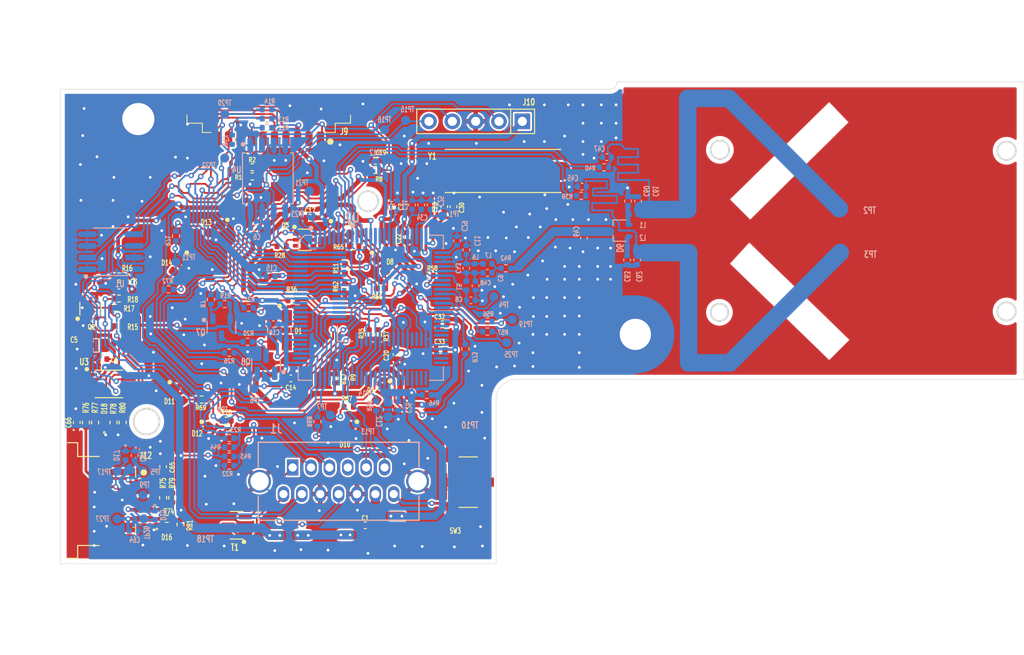
<source format=kicad_pcb>
(kicad_pcb (version 20241229) (generator "pcbnew") (generator_version "9.0")
  (layers (0 "F.Cu" signal) (2 "B.Cu" signal) (13 "F.Paste" user) (15 "B.Paste" user) (5 "F.SilkS" user "F.Silkscreen") (7 "B.SilkS" user "B.Silkscreen") (1 "F.Mask" user) (3 "B.Mask" user) (25 "Edge.Cuts" user))
  (net 0 "")
  (net 1 "GND")
  (net 2 "V_3P3")
  (net 3 "I2C_SCL")
  (net 4 "I2C_SDA")
  (net 5 "PWRSW_N")
  (net 6 "ODD_EJCT")
  (net 7 "C_DATA")
  (net 8 "C_CLK")
  (net 9 "USB_DN")
  (net 10 "USB_DP")
  (net 11 "BINDSW_N")
  (net 12 "IR_DATA")
  (net 13 "TEMP_P")
  (net 14 "TEMP_N")
  (net 15 "FP_PWRSW_CIN")
  (net 16 "FP_EJCSW_CIN")
  (net 17 "FP_PWRSW_EXC")
  (net 18 "FP_PWRSW_TRIG")
  (net 19 "FP_EJCSW_TRIG")
  (net 20 "FP_EJCSW_EXC")
  (net 21 "FP_PWRSW_CIN_R")
  (net 22 "FP_PWRSW_EXC_R")
  (net 23 "FP_EJCSW_CIN_R")
  (net 24 "FP_EJCSW_EXC_R")
  (net 25 "FP_EJCSW_EXC_0R")
  (net 26 "FP_EJCSW_CIN_0R")
  (net 27 "FP_EJCSW_TRIG_R")
  (net 28 "FP_PWRSW_TRIG_R")
  (net 29 "LED_PL4_EN")
  (net 30 "LED_PL4_01")
  (net 31 "LED_PL4_02")
  (net 32 "LED_PL3_EN")
  (net 33 "LED_PL3_01")
  (net 34 "LED_PL3_02")
  (net 35 "LED_PL2_EN")
  (net 36 "LED_PL2_02")
  (net 37 "LED_PL2_01")
  (net 38 "LED_PL1_EN")
  (net 39 "LED_PL1_02_R")
  (net 40 "LED_PL1_01_R")
  (net 41 "LED_PL1_TR")
  (net 42 "ledplaceholder")
  (net 43 "ANT_01")
  (net 44 "ANT_02")
  (net 45 "HEADER_02")
  (net 46 "HEADER_04")
  (net 47 "HEADER_05")
  (net 48 "HEADER_06")
  (net 49 "HEADER_07")
  (net 50 "SMD_XTAL")
  (net 51 "SMD_XTAL_C")
  (net 52 "V_3P3_0R")
  (net 53 "UART_RX?")
  (net 54 "UART_TX?")
  (net 55 "HEADER_02_0R")
  (net 56 "I2C_EN")
  (net 57 "ANT_MAIN")
  (net 58 "ANT_MAIN_R")
  (net 59 "ANT_MAIN_L")
  (net 60 "ANT_MAIN_C")
  (net 61 "NC")
  (net 62 "C_NTX")
  (net 63 "S2B_02_0R")
  (net 64 "S2B_02")
  (net 65 "decouple_1")
  (net 66 "decouple_4")
  (net 67 "S2B_01")
  (net 68 "S2B_01_0R")
  (net 69 "V_3P3_NC")
  (net 70 "ANT_01_MATCHING")
  (net 71 "ANT_02_MATCHING")
  (net 72 "ANT_01_L")
  (net 73 "ANT_02_L")
  (net 74 "decouple_2")
  (net 75 "decouple_5")
  (net 76 "LED_PL0_RED")
  (net 77 "LED_PL0_GRN")
  (net 78 "LED_PL0_GRN_R")
  (net 79 "LED_PL0_RED_R")
  (net 80 "LED_PL0_RED_0R")
  (net 81 "LED_PL0_GRN_TBASE")
  (net 82 "GND_0R")
  (net 83 "decouple_3")
  (net 84 "GND_R")
  (net 85 "V_3P3_ISO_NC")
  (net 86 "GND_R2")
  (net 87 "LED_PL0_GRN_EN")
  (footprint "Resistor_SMD:R_0402_1005Metric" (layer "F.Cu") (at 136.6 95.4 180)
    (property "Reference" "R58")
    (property "Value" "0 OHM")
  )
  (footprint "Capacitor_SMD:C_0402_1005Metric" (layer "F.Cu") (at 139.3 87.9 90)
    (property "Reference" "C30")
    (property "Value" "16 PF")
  )
  (footprint "Capacitor_SMD:C_0402_1005Metric" (layer "F.Cu") (at 121.6 106.6)
    (property "Reference" "C14")
    (property "Value" "0.1 UF")
  )
  (footprint "Capacitor_SMD:C_0402_1005Metric" (layer "F.Cu") (at 134.2 91.2 -90)
    (property "Reference" "C22")
    (property "Value" "0.1 UF")
  )
  (footprint "Capacitor_SMD:C_0805_2012Metric" (layer "F.Cu") (at 100.4 103 180)
    (property "Reference" "C5")
    (property "Value" "10 UF")
  )
  (footprint "Resistor_SMD:R_0402_1005Metric" (layer "F.Cu") (at 114.6 111.2)
    (property "Reference" "R70")
    (property "Value" "30 OHM")
  )
  (footprint "Resistor_SMD:R_0402_1005Metric" (layer "F.Cu") (at 130.8 83.9)
    (property "Reference" "R8")
    (property "Value" "47 KOHM")
  )
  (footprint "Resistor_SMD:R_0402_1005Metric" (layer "F.Cu") (at 108.1 121.9)
    (property "Reference" "R74")
    (property "Value" "100 OHM")
  )
  (footprint "Resistor_SMD:R_0402_1005Metric" (layer "F.Cu") (at 117.4 83.6)
    (property "Reference" "R2")
    (property "Value" "1.5 KOHM")
  )
  (footprint "Package_TO_SOT_SMD:SOT-23" (layer "F.Cu") (at 115.7 122.6 180)
    (property "Reference" "T1")
    (property "Value" "SOT-23")
  )
  (footprint "Resistor_SMD:R_0402_1005Metric" (layer "F.Cu") (at 103.3 111.4 90)
    (property "Reference" "R80")
    (property "Value" "NC")
  )
  (footprint "Capacitor_SMD:C_0402_1005Metric" (layer "F.Cu") (at 129.7 122.6 180)
    (property "Reference" "C1")
    (property "Value" "0.01 UF")
  )
  (footprint "Resistor_SMD:R_0402_1005Metric" (layer "F.Cu") (at 102.9 95.5)
    (property "Reference" "R16")
    (property "Value" "10 KOHM")
  )
  (footprint "Resistor_SMD:R_0402_1005Metric" (layer "F.Cu") (at 111.9 108.9)
    (property "Reference" "R69")
    (property "Value" "30 OHM")
  )
  (footprint "Resistor_SMD:R_0402_1005Metric" (layer "F.Cu") (at 108.7 119.6 90)
    (property "Reference" "R79")
    (property "Value" "0 OHM")
  )
  (footprint "" (layer "F.Cu") (at 105 78.35)
    (property "Reference" "")
    (property "Value" "")
  )
  (footprint "LED_SMD:LED_0603_1608Metric" (layer "F.Cu") (at 127.354917 90.448308 -35)
    (property "Reference" "D7")
    (property "Value" "LED_0603_1608Metric")
  )
  (footprint "Resistor_SMD:R_0402_1005Metric" (layer "F.Cu") (at 130.1 101.8 -90)
    (property "Reference" "R35")
    (property "Value" "10 KOHM")
  )
  (footprint "Resistor_SMD:R_0402_1005Metric" (layer "F.Cu") (at 127.5 106.6 90)
    (property "Reference" "R9")
    (property "Value" "NC")
  )
  (footprint "LED_SMD:LED_0603_1608Metric" (layer "F.Cu") (at 131.4 108.3 -125)
    (property "Reference" "D9")
    (property "Value" "LED_0603_1608Metric")
  )
  (footprint "Resistor_SMD:R_0402_1005Metric" (layer "F.Cu") (at 102.5 98.9)
    (property "Reference" "R17")
    (property "Value" "10 KOHM")
  )
  (footprint "Resistor_SMD:R_0402_1005Metric" (layer "F.Cu") (at 127.9 109.7)
    (property "Reference" "R67")
    (property "Value" "30 OHM")
  )
  (footprint "Resistor_SMD:R_0402_1005Metric" (layer "F.Cu") (at 102.9 97.9)
    (property "Reference" "R18")
    (property "Value" "10 KOHM")
  )
  (footprint "Capacitor_SMD:C_0402_1005Metric" (layer "F.Cu") (at 138.3 87.9 90)
    (property "Reference" "C28")
    (property "Value" "22 PF")
  )
  (footprint "LED_SMD:LED_0603_1608Metric" (layer "F.Cu") (at 127.4 112.3 -145)
    (property "Reference" "D10")
    (property "Value" "LED_0603_1608Metric")
  )
  (footprint "Package_TO_SOT_SMD:SOT-363_SC-70-6" (layer "F.Cu") (at 123.1 91.5)
    (property "Reference" "Q3")
    (property "Value" "SOT-363_SC-70-6")
  )
  (footprint "Connector_Molex:Molex_PicoBlade_53261-1071_1x10-1MP_P1.25mm_Horizontal" (layer "F.Cu") (at 119.2 78.1 180)
    (property "Reference" "J9")
    (property "Value" "Molex_PicoBlade_53261-1071_1x10-1MP_P1.25mm_Horizontal")
  )
  (footprint "Package_SO:MSOP-10_3x3mm_P0.5mm" (layer "F.Cu") (at 101.8 107.2)
    (property "Reference" "U3")
    (property "Value" "MSOP-10_3x3mm_P0.5mm")
  )
  (footprint "Resistor_SMD:R_0402_1005Metric" (layer "F.Cu") (at 131.4 96.8)
    (property "Reference" "R66")
    (property "Value" "30 OHM")
  )
  (footprint "Package_TO_SOT_SMD:SOT-363_SC-70-6" (layer "F.Cu") (at 99.8 99 90)
    (property "Reference" "Q2")
    (property "Value" "SOT-363_SC-70-6")
  )
  (footprint "Resistor_SMD:R_0402_1005Metric" (layer "F.Cu") (at 102.8 100.9)
    (property "Reference" "R15")
    (property "Value" "10 KOHM")
  )
  (footprint "LED_SMD:LED_0603_1608Metric" (layer "F.Cu") (at 131.4 94.3 -55)
    (property "Reference" "D8")
    (property "Value" "LED_0603_1608Metric")
  )
  (footprint "Resistor_SMD:R_0402_1005Metric" (layer "F.Cu") (at 117.4 84.6)
    (property "Reference" "R1")
    (property "Value" "1.5 KOHM")
  )
  (footprint "Capacitor_SMD:C_0402_1005Metric" (layer "F.Cu") (at 123.7 89.1 180)
    (property "Reference" "C17")
    (property "Value" "0.1 UF")
  )
  (footprint "Capacitor_SMD:C_0402_1005Metric" (layer "F.Cu") (at 101.1 104.5 180)
    (property "Reference" "C4")
    (property "Value" "0.01 UF")
  )
  (footprint "Diode_SMD:D_0402_1005Metric" (layer "F.Cu") (at 101.3 111.4 90)
    (property "Reference" "D18")
    (property "Value" "NC")
  )
  (footprint "Resistor_SMD:R_0402_1005Metric" (layer "F.Cu") (at 102.3 111.4 90)
    (property "Reference" "R78")
    (property "Value" "0 OHM")
  )
  (footprint "Crystal:Crystal_SMD_HC49-SD" (layer "F.Cu") (at 144.7 84)
    (property "Reference" "Y1")
    (property "Value" "Crystal_SMD_HC49-SD")
  )
  (footprint "Capacitor_SMD:C_0402_1005Metric" (layer "F.Cu") (at 130.8 82.9 180)
    (property "Reference" "C19")
    (property "Value" "0.1 UF")
  )
  (footprint "Capacitor_SMD:C_0402_1005Metric" (layer "F.Cu") (at 133.1 104 -90)
    (property "Reference" "C20")
    (property "Value" "0.1 UF")
  )
  (footprint "Button_Switch_SMD:SW_Push_1P1T_XKB_TS-1187A" (layer "F.Cu") (at 140.9 117.9 90)
    (property "Reference" "SW3")
    (property "Value" "SW_Push_1P1T_XKB_TS-1187A")
  )
  (footprint "LED_SMD:LED_0603_1608Metric" (layer "F.Cu") (at 109.3 94.3 -125)
    (property "Reference" "D14")
    (property "Value" "LED_0603_1608Metric")
  )
  (footprint "Capacitor_SMD:C_0402_1005Metric" (layer "F.Cu") (at 98.3 111.4 -90)
    (property "Reference" "C66")
    (property "Value" "62 PF")
  )
  (footprint "" (layer "F.Cu") (at 159.1 101.8)
    (property "Reference" "")
    (property "Value" "")
  )
  (footprint "Resistor_SMD:R_0402_1005Metric" (layer "F.Cu") (at 121.8 98.1)
    (property "Reference" "R36")
    (property "Value" "NC")
  )
  (footprint "Resistor_SMD:R_0402_1005Metric" (layer "F.Cu") (at 128.5 92.2)
    (property "Reference" "R65")
    (property "Value" "30 OHM")
  )
  (footprint "Capacitor_SMD:C_0402_1005Metric" (layer "F.Cu") (at 132.6 88 90)
    (property "Reference" "C2")
    (property "Value" "0.1 UF")
  )
  (footprint "Connector_FFC-FPC:TE_84953-5_1x05-1MP_P1.0mm_Horizontal" (layer "F.Cu") (at 103.8 119.9 -90)
    (property "Reference" "J12")
    (property "Value" "TE_84953-5_1x05-1MP_P1.0mm_Horizontal")
  )
  (footprint "Resistor_SMD:R_0402_1005Metric" (layer "F.Cu") (at 109.6 122.5 90)
    (property "Reference" "R81")
    (property "Value" "NC")
  )
  (footprint "Diode_SMD:D_0402_1005Metric" (layer "F.Cu") (at 108.1 123)
    (property "Reference" "D16")
    (property "Value" "NC")
  )
  (footprint "Resistor_SMD:R_0402_1005Metric" (layer "F.Cu") (at 99.3 111.4 90)
    (property "Reference" "R76")
    (property "Value" "100 OHM")
  )
  (footprint "Capacitor_SMD:C_0402_1005Metric" (layer "F.Cu") (at 137.9 103.5 180)
    (property "Reference" "C33")
    (property "Value" "0.1 UF")
  )
  (footprint "LED_SMD:LED_RGB_Wuerth-PLCC4_3.2x2.8mm_150141M173100" (layer "F.Cu") (at 120.375 101.35 -90)
    (property "Reference" "D1")
    (property "Value" "LED_RGB_Wuerth-PLCC4_3.2x2.8mm_150141M173100" (hide yes))
  )
  (footprint "Resistor_SMD:R_0402_1005Metric" (layer "F.Cu") (at 120.6 92.2)
    (property "Reference" "R28")
    (property "Value" "1 KOHM")
  )
  (footprint "Xbox 360 Footprints:Boron_Conn" (layer "F.Cu") (at 126.8 117.8)
    (property "Reference" "J1")
    (property "Value" "Boron_Conn")
  )
  (footprint "Resistor_SMD:R_0402_1005Metric" (layer "F.Cu") (at 100.3 111.4 90)
    (property "Reference" "R77")
    (property "Value" "100 OHM")
  )
  (footprint "Resistor_SMD:R_0402_1005Metric" (layer "F.Cu") (at 107.7 119.6 90)
    (property "Reference" "R75")
    (property "Value" "100 OHM")
  )
  (footprint "Capacitor_SMD:C_0402_1005Metric" (layer "F.Cu") (at 102.9 96.5 180)
    (property "Reference" "C3")
    (property "Value" "0.1 UF")
  )
  (footprint "LED_SMD:LED_0603_1608Metric" (layer "F.Cu") (at 113.3 112.3 -35)
    (property "Reference" "D12")
    (property "Value" "LED_0603_1608Metric")
  )
  (footprint "LED_SMD:LED_0603_1608Metric" (layer "F.Cu") (at 113.3 90.3 -145)
    (property "Reference" "D13")
    (property "Value" "LED_0603_1608Metric")
  )
  (footprint "Connector_PinHeader_2.54mm:PinHeader_1x05_P2.54mm_Vertical" (layer "F.Cu") (at 146.8 78.6 -90)
    (property "Reference" "J10")
    (property "Value" "PinHeader_1x05_P2.54mm_Vertical")
  )
  (footprint "Resistor_SMD:R_0402_1005Metric" (layer "F.Cu") (at 131.1 101.8 -90)
    (property "Reference" "R37")
    (property "Value" "10 KOHM")
  )
  (footprint "LED_SMD:LED_0603_1608Metric" (layer "F.Cu") (at 109.4 108.4 -55)
    (property "Reference" "D11")
    (property "Value" "LED_0603_1608Metric")
  )
  (footprint "Capacitor_SMD:C_0402_1005Metric" (layer "F.Cu") (at 126.4 106.6 90)
    (property "Reference" "C18")
    (property "Value" "0.1 UF")
  )
  (footprint "Resistor_SMD:R_0402_1005Metric" (layer "F.Cu") (at 127.5 94.6 90)
    (property "Reference" "R11")
    (property "Value" "NC")
  )
  (footprint "Capacitor_SMD:C_0402_1005Metric" (layer "F.Cu") (at 107.7 116.2 90)
    (property "Reference" "C65")
    (property "Value" "62 PF")
  )
  (footprint "Capacitor_SMD:C_0402_1005Metric" (layer "F.Cu") (at 138.1 100.7 180)
    (property "Reference" "C32")
    (property "Value" "0.1 UF")
  )
  (footprint "Resistor_SMD:R_0402_1005Metric" (layer "F.Cu") (at 127.5 96.8 -90)
    (property "Reference" "R62")
    (property "Value" "10 KOHM")
  )
  (footprint "Resistor_SMD:R_0402_1005Metric" (layer "B.Cu") (at 115.2 80.6 90)
    (property "Reference" "R47")
    (property "Value" "NC")
  )
  (footprint "Capacitor_SMD:C_0402_1005Metric" (layer "B.Cu") (at 159.4 87.28 90)
    (property "Reference" "C61")
    (property "Value" "~0.8 PF")
  )
  (footprint "TestPoint:TestPoint_Pad_D1.0mm" (layer "B.Cu") (at 125.9 110.6 180)
    (property "Reference" "TP7")
    (property "Value" "TestPoint_Pad_D1.0mm")
  )
  (footprint "Resistor_SMD:R_0402_1005Metric" (layer "B.Cu") (at 114.9 115.1 180)
    (property "Reference" "R43")
    (property "Value" "10 KOHM")
  )
  (footprint "Resistor_SMD:R_0402_1005Metric" (layer "B.Cu") (at 109.1 91.1 90)
    (property "Reference" "R71")
    (property "Value" "30 OHM")
  )
  (footprint "Inductor_SMD:L_0402_1005Metric" (layer "B.Cu") (at 143 94.1)
    (property "Reference" "L7")
    (property "Value" "L_0402_1005Metric")
  )
  (footprint "TestPoint:TestPoint_Pad_D1.0mm" (layer "B.Cu") (at 114.4 77.8 180)
    (property "Reference" "TP20")
    (property "Value" "TestPoint_Pad_D1.0mm")
  )
  (footprint "Resistor_SMD:R_0402_1005Metric" (layer "B.Cu") (at 143 100.4 180)
    (property "Reference" "R56")
    (property "Value" "0 OHM")
  )
  (footprint "Resistor_SMD:R_0402_1005Metric" (layer "B.Cu") (at 124.5 111.3 90)
    (property "Reference" "R68")
    (property "Value" "30 OHM")
  )
  (footprint "Resistor_SMD:R_0402_1005Metric" (layer "B.Cu") (at 108.3 96.9 180)
    (property "Reference" "R72")
    (property "Value" "30 OHM")
  )
  (footprint "Resistor_SMD:R_0402_1005Metric" (layer "B.Cu") (at 130.9 109.6 90)
    (property "Reference" "R59")
    (property "Value" "0 OHM")
  )
  (footprint "Capacitor_SMD:C_0402_1005Metric" (layer "B.Cu") (at 117.7 90.2 180)
    (property "Reference" "C6")
    (property "Value" "C_0402_1005Metric")
  )
  (footprint "Package_SO:SOIC-8_5.3x5.3mm_P1.27mm" (layer "B.Cu") (at 119.1 84.8 -90)
    (property "Reference" "U4")
    (property "Value" "SOIC-8_5.3x5.3mm_P1.27mm")
  )
  (footprint "Package_TO_SOT_SMD:SOT-23" (layer "B.Cu") (at 114.05 101.0375 -90)
    (property "Reference" "Q7")
    (property "Value" "PMBT3906")
  )
  (footprint "Resistor_SMD:R_0402_1005Metric" (layer "B.Cu") (at 153.2 86.7 180)
    (property "Reference" "R39")
    (property "Value" "390 OHM")
  )
  (footprint "TestPoint:TestPoint_Pad_D1.0mm" (layer "B.Cu") (at 109.1 93.9 180)
    (property "Reference" "TP11")
    (property "Value" "TestPoint_Pad_D1.0mm")
  )
  (footprint "Package_QFP:LQFP-64_10x10mm_P0.5mm" (layer "B.Cu") (at 132.55 96.65 -90)
    (property "Reference" "U2")
    (property "Value" "LQFP-64_10x10mm_P0.5mm")
  )
  (footprint "TestPoint:TestPoint_Pad_D2.0mm" (layer "B.Cu") (at 181.4 92.9 180)
    (property "Reference" "TP3")
    (property "Value" "TestPoint_Pad_D2.0mm")
  )
  (footprint "TestPoint:TestPoint_Pad_D1.0mm" (layer "B.Cu") (at 145.1 102.7 180)
    (property "Reference" "TP25")
    (property "Value" "TestPoint_Pad_D1.0mm")
  )
  (footprint "Package_QFP:LQFP-100_14x14mm_P0.5mm" (layer "B.Cu") (at 130.3 98.9 -90)
    (property "Reference" "U2_2" (hide yes))
    (property "Value" "LQFP-100_14x14mm_P0.5mm")
  )
  (footprint "TestPoint:TestPoint_Pad_D1.0mm" (layer "B.Cu") (at 105.5 119.3 180)
    (property "Reference" "TP9")
    (property "Value" "TestPoint_Pad_D1.0mm")
  )
  (footprint "Resistor_SMD:R_0402_1005Metric" (layer "B.Cu") (at 114.9 116.1 180)
    (property "Reference" "R22")
    (property "Value" "24.6 KOHM")
  )
  (footprint "Resistor_SMD:R_0402_1005Metric" (layer "B.Cu") (at 119 79.3 180)
    (property "Reference" "R12")
    (property "Value" "10 KOHM")
  )
  (footprint "TestPoint:TestPoint_Pad_D1.0mm" (layer "B.Cu") (at 138.1 88.9 180)
    (property "Reference" "TP1")
    (property "Value" "TestPoint_Pad_D1.0mm")
  )
  (footprint "Capacitor_SMD:C_0402_1005Metric" (layer "B.Cu") (at 156 82.5 180)
    (property "Reference" "C47")
    (property "Value" "C_0402_1005Metric")
  )
  (footprint "Capacitor_SMD:C_0402_1005Metric" (layer "B.Cu") (at 119.7 100.7 180)
    (property "Reference" "C16")
    (property "Value" "C_0402_1005Metric")
  )
  (footprint "Capacitor_SMD:C_0402_1005Metric" (layer "B.Cu") (at 143 95.1)
    (property "Reference" "C9")
    (property "Value" "~1 PF")
  )
  (footprint "Resistor_SMD:R_0402_1005Metric" (layer "B.Cu") (at 119 78.3 180)
    (property "Reference" "R13")
    (property "Value" "10 KOHM")
  )
  (footprint "Capacitor_SMD:C_0402_1005Metric" (layer "B.Cu") (at 119.4 95.5 180)
    (property "Reference" "C15")
    (property "Value" "C_0402_1005Metric")
  )
  (footprint "TestPoint:TestPoint_Pad_D1.0mm" (layer "B.Cu") (at 130.8 83.1 180)
    (property "Reference" "TP12")
    (property "Value" "TestPoint_Pad_D1.0mm")
  )
  (footprint "TestPoint:TestPoint_Pad_D1.0mm" (layer "B.Cu") (at 134.1 78.5 180)
    (property "Reference" "TP15")
    (property "Value" "TestPoint_Pad_D1.0mm")
  )
  (footprint "Package_SO:SOP-8_3.76x4.96mm_P1.27mm" (layer "B.Cu") (at 102 92.8)
    (property "Reference" "U1")
    (property "Value" "SOP-8_3.76x4.96mm_P1.27mm")
  )
  (footprint "Resistor_SMD:R_0402_1005Metric" (layer "B.Cu") (at 155.7 83.6 180)
    (property "Reference" "R40")
    (property "Value" "390 OHM")
  )
  (footprint "Capacitor_SMD:C_0402_1005Metric" (layer "B.Cu") (at 158.2 93.7 90)
    (property "Reference" "C63")
    (property "Value" "NC")
  )
  (footprint "Capacitor_SMD:C_0402_1005Metric" (layer "B.Cu") (at 140.7 94.6 90)
    (property "Reference" "C43")
    (property "Value" "~2 PF")
  )
  (footprint "Resistor_SMD:R_0402_1005Metric" (layer "B.Cu") (at 119 77.3 180)
    (property "Reference" "R14")
    (property "Value" "10 KOHM")
  )
  (footprint "Resistor_SMD:R_0402_1005Metric" (layer "B.Cu") (at 116.9 102.6 180)
    (property "Reference" "R20")
    (property "Value" "160 OHM")
  )
  (footprint "Capacitor_SMD:C_0402_1005Metric" (layer "B.Cu") (at 153.3 85.7 180)
    (property "Reference" "C45")
    (property "Value" "C_0402_1005Metric")
  )
  (footprint "Resistor_SMD:R_0402_1005Metric" (layer "B.Cu") (at 114.4 98.5 180)
    (property "Reference" "R19")
    (property "Value" "10 KOHM")
  )
  (footprint "Resistor_SMD:R_0402_1005Metric" (layer "B.Cu") (at 117 98.9 180)
    (property "Reference" "R21")
    (property "Value" "191 OHM")
  )
  (footprint "TestPoint:TestPoint_Pad_D1.0mm" (layer "B.Cu") (at 117.6 107.7 180)
    (property "Reference" "TP6")
    (property "Value" "TestPoint_Pad_D1.0mm")
  )
  (footprint "TestPoint:TestPoint_Pad_D1.0mm" (layer "B.Cu") (at 128.3 108.9 180)
    (property "Reference" "TP14")
    (property "Value" "TestPoint_Pad_D1.0mm")
  )
  (footprint "Capacitor_SMD:C_0402_1005Metric" (layer "B.Cu") (at 159.3 93.7 90)
    (property "Reference" "C62")
    (property "Value" "~0.8 PF")
  )
  (footprint "Resistor_SMD:R_0402_1005Metric" (layer "B.Cu") (at 145 94.6 180)
    (property "Reference" "R42")
    (property "Value" "0 OHM")
  )
  (footprint "Resistor_SMD:R_0402_1005Metric" (layer "B.Cu") (at 114.9 113.1 180)
    (property "Reference" "R23")
    (property "Value" "24.6 KOHM")
  )
  (footprint "TestPoint:TestPoint_Pad_D1.0mm" (layer "B.Cu") (at 145.7 100.2 180)
    (property "Reference" "TP19")
    (property "Value" "TestPoint_Pad_D1.0mm")
  )
  (footprint "Capacitor_SMD:C_0402_1005Metric" (layer "B.Cu") (at 141.7 96.5 -90)
    (property "Reference" "C48")
    (property "Value" "NC")
  )
  (footprint "TestPoint:TestPoint_Pad_D1.0mm" (layer "B.Cu") (at 102.7 121.9 180)
    (property "Reference" "TP27")
    (property "Value" "TestPoint_Pad_D1.0mm")
  )
  (footprint "TestPoint:TestPoint_Pad_D1.0mm" (layer "B.Cu") (at 114.4 82.6 180)
    (property "Reference" "TP22")
    (property "Value" "TestPoint_Pad_D1.0mm")
  )
  (footprint "Capacitor_SMD:C_0402_1005Metric" (layer "B.Cu") (at 140.7 92.6 90)
    (property "Reference" "C11")
    (property "Value" "~2 PF")
  )
  (footprint "Inductor_SMD:L_0402_1005Metric" (layer "B.Cu") (at 141.6 94.6 90)
    (property "Reference" "L6")
    (property "Value" "L_0402_1005Metric")
  )
  (footprint "TestPoint:TestPoint_Pad_D1.0mm" (layer "B.Cu") (at 123.6 86.2 180)
    (property "Reference" "TP21")
    (property "Value" "TestPoint_Pad_D1.0mm")
  )
  (footprint "Diode_SMD:D_0402_1005Metric" (layer "B.Cu") (at 103.6 115 -90)
    (property "Reference" "D17")
    (property "Value" "D_0402_1005Metric")
  )
  (footprint "TestPoint:TestPoint_Pad_D1.0mm" (layer "B.Cu") (at 131.8 79.5 180)
    (property "Reference" "TP16")
    (property "Value" "TestPoint_Pad_D1.0mm")
  )
  (footprint "Capacitor_SMD:C_0402_1005Metric" (layer "B.Cu") (at 139.7 91.6 90)
    (property "Reference" "C29")
    (property "Value" "0.1 UF")
  )
  (footprint "Resistor_SMD:R_0402_1005Metric" (layer "B.Cu") (at 136.4 108.4 180)
    (property "Reference" "R46")
    (property "Value" "0 OHM")
  )
  (footprint "Package_TO_SOT_SMD:SOT-23" (layer "B.Cu") (at 118.9 105.1 90)
    (property "Reference" "Q8")
    (property "Value" "PMBT3906")
  )
  (footprint "Capacitor_SMD:C_0603_1608Metric" (layer "B.Cu") (at 132.2 110 -90)
    (property "Reference" "C12")
    (property "Value" "C_0603_1608Metric")
  )
  (footprint "TestPoint:TestPoint_Pad_D1.0mm" (layer "B.Cu") (at 128.7 111.5 180)
    (property "Reference" "TP13")
    (property "Value" "TestPoint_Pad_D1.0mm")
  )
  (footprint "Inductor_SMD:L_0402_1005Metric" (layer "B.Cu") (at 158.9 88.7)
    (property "Reference" "L1")
    (property "Value" "L_0402_1005Metric")
  )
  (footprint "Inductor_SMD:L_0402_1005Metric" (layer "B.Cu") (at 158.7 92.3)
    (property "Reference" "L2")
    (property "Value" "L_0402_1005Metric")
  )
  (footprint "Inductor_SMD:L_0402_1005Metric" (layer "B.Cu") (at 140.7 96.5 90)
    (property "Reference" "L5")
    (property "Value" "L_0402_1005Metric")
  )
  (footprint "Resistor_SMD:R_0402_1005Metric" (layer "B.Cu") (at 114.9 103.8 180)
    (property "Reference" "R26")
    (property "Value" "1 KOHM")
  )
  (footprint "Resistor_SMD:R_0402_1005Metric" (layer "B.Cu") (at 140.6 103.4 90)
    (property "Reference" "R73")
    (property "Value" "0 OHM")
  )
  (footprint "Capacitor_SMD:C_0402_1005Metric" (layer "B.Cu") (at 135.8 87.7 90)
    (property "Reference" "C34")
    (property "Value" "0.1 UF")
  )
  (footprint "Resistor_SMD:R_0402_1005Metric" (layer "B.Cu") (at 112.9 98 90)
    (property "Reference" "R7")
    (property "Value" "1 KOHM")
  )
  (footprint "TestPoint:TestPoint_Pad_D1.0mm" (layer "B.Cu") (at 141.1 112.9 180)
    (property "Reference" "TP10")
    (property "Value" "TestPoint_Pad_D1.0mm")
  )
  (footprint "Capacitor_SMD:C_0402_1005Metric" (layer "B.Cu") (at 153.5 91.3 -90)
    (property "Reference" "C49")
    (property "Value" "NC")
  )
  (footprint "Capacitor_SMD:C_0402_1005Metric" (layer "B.Cu") (at 104.5 123.2 180)
    (property "Reference" "C64")
    (property "Value" "C_0402_1005Metric")
  )
  (footprint "Capacitor_SMD:C_0402_1005Metric" (layer "B.Cu") (at 141.2 98.1)
    (property "Reference" "C8")
    (property "Value" "0.1 UF")
  )
  (footprint "TestPoint:TestPoint_Pad_D1.0mm" (layer "B.Cu") (at 102.7 116.7 180)
    (property "Reference" "TP17")
    (property "Value" "TestPoint_Pad_D1.0mm")
  )
  (footprint "Capacitor_SMD:C_0402_1005Metric" (layer "B.Cu") (at 134.8 87.7 90)
    (property "Reference" "C31")
    (property "Value" "100 PF")
  )
  (footprint "TestPoint:TestPoint_Pad_D1.0mm" (layer "B.Cu") (at 123.8 88.9 180)
    (property "Reference" "TP23")
    (property "Value" "TestPoint_Pad_D1.0mm")
  )
  (footprint "TestPoint:TestPoint_Pad_D2.0mm" (layer "B.Cu") (at 181.3 88.1 180)
    (property "Reference" "TP2")
    (property "Value" "TestPoint_Pad_D2.0mm")
  )
  (footprint "Capacitor_SMD:C_0402_1005Metric" (layer "B.Cu") (at 136.8 87.7 90)
    (property "Reference" "C25")
    (property "Value" "0.1 UF")
  )
  (footprint "Resistor_SMD:R_0402_1005Metric" (layer "B.Cu") (at 114.9 114.1 180)
    (property "Reference" "R44")
    (property "Value" "10 KOHM")
  )
  (footprint "Capacitor_SMD:C_0402_1005Metric" (layer "B.Cu") (at 104.6 115 90)
    (property "Reference" "C67")
    (property "Value" "NC")
  )
  (footprint "TestPoint:TestPoint_Pad_D1.0mm" (layer "B.Cu") (at 105.5 116.7 180)
    (property "Reference" "TP5")
    (property "Value" "TestPoint_Pad_D1.0mm")
  )
  (footprint "Diode_SMD:D_0402_1005Metric" (layer "B.Cu") (at 106.8 121.5 -90)
    (property "Reference" "D15")
    (property "Value" "D_0402_1005Metric")
  )
  (footprint "Capacitor_SMD:C_0402_1005Metric" (layer "B.Cu") (at 158.3 87.28 90)
    (property "Reference" "C60")
    (property "Value" "NC")
  )
  (footprint "TestPoint:TestPoint_Pad_D1.0mm" (layer "B.Cu") (at 105.6 121.9 180)
    (property "Reference" "TP26")
    (property "Value" "TestPoint_Pad_D1.0mm")
  )
  (footprint "Package_TO_SOT_SMD:SOT-323_SC-70" (layer "B.Cu") (at 157.4 90.5 180)
    (property "Reference" "D6")
    (property "Value" "SOT-323_SC-70")
  )
  (footprint "TestPoint:TestPoint_Pad_D1.0mm" (layer "B.Cu") (at 114.4 111.1 180)
    (property "Reference" "TP8")
    (property "Value" "TestPoint_Pad_D1.0mm")
  )
  (footprint "TestPoint:TestPoint_Pad_D1.0mm" (layer "B.Cu") (at 111.7 122.9 180)
    (property "Reference" "TP18")
    (property "Value" "TestPoint_Pad_D1.0mm")
  )
  (footprint "TestPoint:TestPoint_Pad_D1.0mm" (layer "B.Cu") (at 143.7 97.7 180)
    (property "Reference" "TP4")
    (property "Value" "TestPoint_Pad_D1.0mm")
  )
  (footprint "Resistor_SMD:R_0402_1005Metric" (layer "B.Cu") (at 143 101.5 180)
    (property "Reference" "R57")
    (property "Value" "0 OHM")
  )
  (footprint "Capacitor_SMD:C_0402_1005Metric" (layer "B.Cu") (at 133.3 109.6 90)
    (property "Reference" "C26")
    (property "Value" "0.1 UF")
  )
  (footprint "Capacitor_SMD:C_0402_1005Metric" (layer "B.Cu") (at 133.2 87.7 90)
    (property "Reference" "C21")
    (property "Value" "0.1 UF")
  )
  (gr_line (start 157.1 74.3) (end 201.4 74.3) (stroke (width 0.05)) (layer "Edge.Cuts"))
  (gr_line (start 96.5 126.8) (end 96.5 75.1) (stroke (width 0.05)) (layer "Edge.Cuts"))
  (gr_arc (start 143.946382 108.931591) (mid 144.6 107.353618) (end 146.177973 106.7) (stroke (width 0.05)) (layer "Edge.Cuts"))
  (gr_circle (center 168.25 99.4) (end 167.3 99.4) (stroke (width 0.2)) (fill no) (layer "Edge.Cuts"))
  (gr_circle (center 105.9 111.3) (end 104.5 111.4) (stroke (width 0.2)) (fill no) (layer "Edge.Cuts"))
  (gr_arc (start 157.1 74.3) (mid 156.865685 74.865685) (end 156.3 75.1) (stroke (width 0.05)) (layer "Edge.Cuts"))
  (gr_circle (center 199.504988 81.8) (end 198.504988 81.9) (stroke (width 0.2)) (fill no) (layer "Edge.Cuts"))
  (gr_circle (center 199.5 99.3) (end 198.5 99.3) (stroke (width 0.2)) (fill no) (layer "Edge.Cuts"))
  (gr_line (start 201.4 74.3) (end 201.4 106.7) (stroke (width 0.05)) (layer "Edge.Cuts"))
  (gr_line (start 156.3 75.1) (end 96.5 75.1) (stroke (width 0.05)) (layer "Edge.Cuts"))
  (gr_circle (center 168.3 81.7) (end 167.3 81.8) (stroke (width 0.2)) (fill no) (layer "Edge.Cuts"))
  (gr_line (start 143.946382 126.8) (end 96.5 126.8) (stroke (width 0.05)) (layer "Edge.Cuts"))
  (gr_line (start 143.946383 108.931591) (end 143.946382 126.8) (stroke (width 0.05)) (layer "Edge.Cuts"))
  (gr_line (start 201.4 106.7) (end 146.186963 106.7) (stroke (width 0.05)) (layer "Edge.Cuts"))
  (gr_circle (center 130 87.3) (end 128.9 87.3) (stroke (width 0.2)) (fill no) (layer "Edge.Cuts"))
  (segment (start 121.109999 91.690001) (end 121.3 91.5) (width 0.2) (layer "F.Cu") (net 0))
  (segment (start 121.3 91.5) (end 122.150001 91.5) (width 0.2) (layer "F.Cu") (net 0))
  (segment (start 121.109999 92.2) (end 121.109999 91.690001) (width 0.2) (layer "F.Cu") (net 0))
  (segment (start 115.41 103.8) (end 115.8 103.8) (width 0.2) (layer "B.Cu") (net 0))
  (segment (start 119.3375 106.0375) (end 119.85 106.0375) (width 0.2) (layer "B.Cu") (net 0))
  (segment (start 115.8 103.8) (end 117 105) (width 0.2) (layer "B.Cu") (net 0))
  (segment (start 118.3 105) (end 119.3375 106.0375) (width 0.2) (layer "B.Cu") (net 0))
  (segment (start 117 105) (end 118.3 105) (width 0.2) (layer "B.Cu") (net 0))
  (via (at 112.65 113.15) (size 0.6) (drill 0.3) (layers "F.Cu" "B.Cu") (net 1))
  (via (at 118.2 100.85) (size 0.6) (drill 0.3) (layers "F.Cu" "B.Cu") (net 1))
  (via (at 124.9 77.25) (size 0.6) (drill 0.3) (layers "F.Cu" "B.Cu") (net 1))
  (via (at 142.4 110.3) (size 0.6) (drill 0.3) (layers "F.Cu" "B.Cu") (net 1))
  (via (at 148 99.85) (size 0.6) (drill 0.3) (layers "F.Cu" "B.Cu") (net 1))
  (via (at 101.55 122.7) (size 0.6) (drill 0.3) (layers "F.Cu" "B.Cu") (net 1))
  (via (at 153.4 92.8) (size 0.6) (drill 0.3) (layers "F.Cu" "B.Cu") (net 1))
  (via (at 109.95 101.85) (size 0.6) (drill 0.3) (layers "F.Cu" "B.Cu") (net 1))
  (via (at 116.15 79) (size 0.6) (drill 0.3) (layers "F.Cu" "B.Cu") (net 1))
  (via (at 135.05 92.75) (size 0.6) (drill 0.3) (layers "F.Cu" "B.Cu") (net 1))
  (via (at 142.4 107.35) (size 0.6) (drill 0.3) (layers "F.Cu" "B.Cu") (net 1))
  (via (at 143.05 91.25) (size 0.6) (drill 0.3) (layers "F.Cu" "B.Cu") (net 1))
  (via (at 150.4 92.3) (size 0.6) (drill 0.3) (layers "F.Cu" "B.Cu") (net 1))
  (via (at 151.4 94.4) (size 0.6) (drill 0.3) (layers "F.Cu" "B.Cu") (net 1))
  (via (at 134 105.05) (size 0.6) (drill 0.3) (layers "F.Cu" "B.Cu") (net 1))
  (via (at 112.2 102.95) (size 0.6) (drill 0.3) (layers "F.Cu" "B.Cu") (net 1))
  (via (at 151.4 97.8) (size 0.6) (drill 0.3) (layers "F.Cu" "B.Cu") (net 1))
  (via (at 106.3 84.7) (size 0.6) (drill 0.3) (layers "F.Cu" "B.Cu") (net 1))
  (via (at 113.45 116.1) (size 0.6) (drill 0.3) (layers "F.Cu" "B.Cu") (net 1))
  (via (at 106.3 114.1) (size 0.6) (drill 0.3) (layers "F.Cu" "B.Cu") (net 1))
  (via (at 140.6 91.3) (size 0.6) (drill 0.3) (layers "F.Cu" "B.Cu") (net 1))
  (via (at 128.6 97.6) (size 0.6) (drill 0.3) (layers "F.Cu" "B.Cu") (net 1))
  (via (at 135.4 84.8) (size 0.6) (drill 0.3) (layers "F.Cu" "B.Cu") (net 1))
  (via (at 151.75 87.65) (size 0.6) (drill 0.3) (layers "F.Cu" "B.Cu") (net 1))
  (via (at 155.4 78.8) (size 0.6) (drill 0.3) (layers "F.Cu" "B.Cu") (net 1))
  (via (at 145.95 92.8) (size 0.6) (drill 0.3) (layers "F.Cu" "B.Cu") (net 1))
  (via (at 142.4 97) (size 0.6) (drill 0.3) (layers "F.Cu" "B.Cu") (net 1))
  (via (at 153 97.8) (size 0.6) (drill 0.3) (layers "F.Cu" "B.Cu") (net 1))
  (via (at 113.05 94.75) (size 0.6) (drill 0.3) (layers "F.Cu" "B.Cu") (net 1))
  (via (at 124.25 103.05) (size 0.6) (drill 0.3) (layers "F.Cu" "B.Cu") (net 1))
  (via (at 113.45 91.5) (size 0.6) (drill 0.3) (layers "F.Cu" "B.Cu") (net 1))
  (via (at 115.9 117.05) (size 0.6) (drill 0.3) (layers "F.Cu" "B.Cu") (net 1))
  (via (at 142.45 98.15) (size 0.6) (drill 0.3) (layers "F.Cu" "B.Cu") (net 1))
  (via (at 149.2 76.8) (size 0.6) (drill 0.3) (layers "F.Cu" "B.Cu") (net 1))
  (via (at 121.5 76.9) (size 0.6) (drill 0.3) (layers "F.Cu" "B.Cu") (net 1))
  (via (at 105.5 124.75) (size 0.6) (drill 0.3) (layers "F.Cu" "B.Cu") (net 1))
  (via (at 134.45 113.35) (size 0.6) (drill 0.3) (layers "F.Cu" "B.Cu") (net 1))
  (via (at 155 92.4) (size 0.6) (drill 0.3) (layers "F.Cu" "B.Cu") (net 1))
  (via (at 146.5 98.85) (size 0.6) (drill 0.3) (layers "F.Cu" "B.Cu") (net 1))
  (via (at 149 93.8) (size 0.6) (drill 0.3) (layers "F.Cu" "B.Cu") (net 1))
  (via (at 144.4 99.5) (size 0.6) (drill 0.3) (layers "F.Cu" "B.Cu") (net 1))
  (via (at 114.35 124.85) (size 0.6) (drill 0.3) (layers "F.Cu" "B.Cu") (net 1))
  (via (at 101.05 93.55) (size 0.6) (drill 0.3) (layers "F.Cu" "B.Cu") (net 1))
  (via (at 153 99.8) (size 0.6) (drill 0.3) (layers "F.Cu" "B.Cu") (net 1))
  (via (at 136 103.9) (size 0.6) (drill 0.3) (layers "F.Cu" "B.Cu") (net 1))
  (via (at 102.8 112.75) (size 0.6) (drill 0.3) (layers "F.Cu" "B.Cu") (net 1))
  (via (at 136.4 83.2) (size 0.6) (drill 0.3) (layers "F.Cu" "B.Cu") (net 1))
  (via (at 142.15 86.85) (size 0.6) (drill 0.3) (layers "F.Cu" "B.Cu") (net 1))
  (via (at 139.6 93.4) (size 0.6) (drill 0.3) (layers "F.Cu" "B.Cu") (net 1))
  (via (at 129.45 82.95) (size 0.6) (drill 0.3) (layers "F.Cu" "B.Cu") (net 1))
  (via (at 118.45 113.1) (size 0.6) (drill 0.3) (layers "F.Cu" "B.Cu") (net 1))
  (via (at 100.2 120.6) (size 0.6) (drill 0.3) (layers "F.Cu" "B.Cu") (net 1))
  (via (at 153.4 78.8) (size 0.6) (drill 0.3) (layers "F.Cu" "B.Cu") (net 1))
  (via (at 133.2 86.4) (size 0.6) (drill 0.3) (layers "F.Cu" "B.Cu") (net 1))
  (via (at 133.95 115.9) (size 0.6) (drill 0.3) (layers "F.Cu" "B.Cu") (net 1))
  (via (at 156.4 95.8) (size 0.6) (drill 0.3) (layers "F.Cu" "B.Cu") (net 1))
  (via (at 106.95 107.95) (size 0.6) (drill 0.3) (layers "F.Cu" "B.Cu") (net 1))
  (via (at 121.05 82.85) (size 0.6) (drill 0.3) (layers "F.Cu" "B.Cu") (net 1))
  (via (at 137 111) (size 0.6) (drill 0.3) (layers "F.Cu" "B.Cu") (net 1))
  (via (at 151.8 76.8) (size 0.6) (drill 0.3) (layers "F.Cu" "B.Cu") (net 1))
  (via (at 153.4 80.8) (size 0.6) (drill 0.3) (layers "F.Cu" "B.Cu") (net 1))
  (via (at 139.4 124.95) (size 0.6) (drill 0.3) (layers "F.Cu" "B.Cu") (net 1))
  (via (at 149.5 95.8) (size 0.6) (drill 0.3) (layers "F.Cu" "B.Cu") (net 1))
  (via (at 110.35 78.9) (size 0.6) (drill 0.3) (layers "F.Cu" "B.Cu") (net 1))
  (via (at 122 111.45) (size 0.6) (drill 0.3) (layers "F.Cu" "B.Cu") (net 1))
  (via (at 132.1 112.1) (size 0.6) (drill 0.3) (layers "F.Cu" "B.Cu") (net 1))
  (via (at 149.2 80.8) (size 0.6) (drill 0.3) (layers "F.Cu" "B.Cu") (net 1))
  (via (at 137.1 86.4) (size 0.6) (drill 0.3) (layers "F.Cu" "B.Cu") (net 1))
  (via (at 148.75 90.1) (size 0.6) (drill 0.3) (layers "F.Cu" "B.Cu") (net 1))
  (via (at 135.9 124.9) (size 0.6) (drill 0.3) (layers "F.Cu" "B.Cu") (net 1))
  (via (at 152 92.4) (size 0.6) (drill 0.3) (layers "F.Cu" "B.Cu") (net 1))
  (via (at 157 78.8) (size 0.6) (drill 0.3) (layers "F.Cu" "B.Cu") (net 1))
  (via (at 153 94.4) (size 0.6) (drill 0.3) (layers "F.Cu" "B.Cu") (net 1))
  (via (at 103.25 119.85) (size 0.6) (drill 0.3) (layers "F.Cu" "B.Cu") (net 1))
  (via (at 153 103.8) (size 0.6) (drill 0.3) (layers "F.Cu" "B.Cu") (net 1))
  (via (at 106.3 99.85) (size 0.6) (drill 0.3) (layers "F.Cu" "B.Cu") (net 1))
  (via (at 115.35 89.2) (size 0.6) (drill 0.3) (layers "F.Cu" "B.Cu") (net 1))
  (via (at 106.3 93.35) (size 0.6) (drill 0.3) (layers "F.Cu" "B.Cu") (net 1))
  (via (at 126.6 104.6) (size 0.6) (drill 0.3) (layers "F.Cu" "B.Cu") (net 1))
  (via (at 116.25 100.6) (size 0.6) (drill 0.3) (layers "F.Cu" "B.Cu") (net 1))
  (via (at 139.3 90.25) (size 0.6) (drill 0.3) (layers "F.Cu" "B.Cu") (net 1))
  (via (at 146.45 102.75) (size 0.6) (drill 0.3) (layers "F.Cu" "B.Cu") (net 1))
  (via (at 153.4 82.2) (size 0.6) (drill 0.3) (layers "F.Cu" "B.Cu") (net 1))
  (via (at 152.3 89.3) (size 0.6) (drill 0.3) (layers "F.Cu" "B.Cu") (net 1))
  (via (at 136.6 81) (size 0.6) (drill 0.3) (layers "F.Cu" "B.Cu") (net 1))
  (via (at 106.65 103.75) (size 0.6) (drill 0.3) (layers "F.Cu" "B.Cu") (net 1))
  (via (at 98.2 96.35) (size 0.6) (drill 0.3) (layers "F.Cu" "B.Cu") (net 1))
  (via (at 99.1 77.2) (size 0.6) (drill 0.3) (layers "F.Cu" "B.Cu") (net 1))
  (via (at 136.2 100.45) (size 0.6) (drill 0.3) (layers "F.Cu" "B.Cu") (net 1))
  (via (at 142.25 122.75) (size 0.6) (drill 0.3) (layers "F.Cu" "B.Cu") (net 1))
  (via (at 135.3 96.3) (size 0.6) (drill 0.3) (layers "F.Cu" "B.Cu") (net 1))
  (via (at 142.45 124.85) (size 0.6) (drill 0.3) (layers "F.Cu" "B.Cu") (net 1))
  (via (at 145.75 96.35) (size 0.6) (drill 0.3) (layers "F.Cu" "B.Cu") (net 1))
  (via (at 150.45 89.3) (size 0.6) (drill 0.3) (layers "F.Cu" "B.Cu") (net 1))
  (via (at 102.35 84.7) (size 0.6) (drill 0.3) (layers "F.Cu" "B.Cu") (net 1))
  (via (at 145.95 105.25) (size 0.6) (drill 0.3) (layers "F.Cu" "B.Cu") (net 1))
  (via (at 142 92.7) (size 0.6) (drill 0.3) (layers "F.Cu" "B.Cu") (net 1))
  (via (at 143.9 92.7) (size 0.6) (drill 0.3) (layers "F.Cu" "B.Cu") (net 1))
  (via (at 125.65 125.3) (size 0.6) (drill 0.3) (layers "F.Cu" "B.Cu") (net 1))
  (via (at 125.2 82.9) (size 0.6) (drill 0.3) (layers "F.Cu" "B.Cu") (net 1))
  (via (at 111.8 97.35) (size 0.6) (drill 0.3) (layers "F.Cu" "B.Cu") (net 1))
  (via (at 100.25 119) (size 0.6) (drill 0.3) (layers "F.Cu" "B.Cu") (net 1))
  (via (at 149.45 97.8) (size 0.6) (drill 0.3) (layers "F.Cu" "B.Cu") (net 1))
  (via (at 145.4 76.8) (size 0.6) (drill 0.3) (layers "F.Cu" "B.Cu") (net 1))
  (via (at 153 95.8) (size 0.6) (drill 0.3) (layers "F.Cu" "B.Cu") (net 1))
  (via (at 103.9 89) (size 0.6) (drill 0.3) (layers "F.Cu" "B.Cu") (net 1))
  (via (at 98.35 103.4) (size 0.6) (drill 0.3) (layers "F.Cu" "B.Cu") (net 1))
  (via (at 124.7 121) (size 0.6) (drill 0.3) (layers "F.Cu" "B.Cu") (net 1))
  (via (at 98.75 87.2) (size 0.6) (drill 0.3) (layers "F.Cu" "B.Cu") (net 1))
  (via (at 101.45 96.25) (size 0.6) (drill 0.3) (layers "F.Cu" "B.Cu") (net 1))
  (via (at 147.4 95.35) (size 0.6) (drill 0.3) (layers "F.Cu" "B.Cu") (net 1))
  (via (at 98.7 83.3) (size 0.6) (drill 0.3) (layers "F.Cu" "B.Cu") (net 1))
  (via (at 147 80.8) (size 0.6) (drill 0.3) (layers "F.Cu" "B.Cu") (net 1))
  (via (at 116 107.25) (size 0.6) (drill 0.3) (layers "F.Cu" "B.Cu") (net 1))
  (via (at 100.5 82.45) (size 0.6) (drill 0.3) (layers "F.Cu" "B.Cu") (net 1))
  (via (at 99 100.85) (size 0.6) (drill 0.3) (layers "F.Cu" "B.Cu") (net 1))
  (via (at 128.85 120.95) (size 0.6) (drill 0.3) (layers "F.Cu" "B.Cu") (net 1))
  (via (at 107.4 113.45) (size 0.6) (drill 0.3) (layers "F.Cu" "B.Cu") (net 1))
  (via (at 114 107.1) (size 0.6) (drill 0.3) (layers "F.Cu" "B.Cu") (net 1))
  (via (at 110.5 94.6) (size 0.6) (drill 0.3) (layers "F.Cu" "B.Cu") (net 1))
  (via (at 156.4 92.4) (size 0.6) (drill 0.3) (layers "F.Cu" "B.Cu") (net 1))
  (via (at 153 101.8) (size 0.6) (drill 0.3) (layers "F.Cu" "B.Cu") (net 1))
  (via (at 122.25 105.8) (size 0.6) (drill 0.3) (layers "F.Cu" "B.Cu") (net 1))
  (via (at 122.7 125.25) (size 0.6) (drill 0.3) (layers "F.Cu" "B.Cu") (net 1))
  (via (at 133 92.6) (size 0.6) (drill 0.3) (layers "F.Cu" "B.Cu") (net 1))
  (via (at 157 76.8) (size 0.6) (drill 0.3) (layers "F.Cu" "B.Cu") (net 1))
  (via (at 101 91) (size 0.6) (drill 0.3) (layers "F.Cu" "B.Cu") (net 1))
  (via (at 129.45 76.7) (size 0.6) (drill 0.3) (layers "F.Cu" "B.Cu") (net 1))
  (via (at 100.2 124.8) (size 0.6) (drill 0.3) (layers "F.Cu" "B.Cu") (net 1))
  (via (at 118.35 86.9) (size 0.6) (drill 0.3) (layers "F.Cu" "B.Cu") (net 1))
  (via (at 133.95 80.2) (size 0.6) (drill 0.3) (layers "F.Cu" "B.Cu") (net 1))
  (via (at 133.85 100.5) (size 0.6) (drill 0.3) (layers "F.Cu" "B.Cu") (net 1))
  (via (at 126.95 81.15) (size 0.6) (drill 0.3) (layers "F.Cu" "B.Cu") (net 1))
  (via (at 145.05 91.3) (size 0.6) (drill 0.3) (layers "F.Cu" "B.Cu") (net 1))
  (via (at 98.2 109.9) (size 0.6) (drill 0.3) (layers "F.Cu" "B.Cu") (net 1))
  (via (at 106.7 123.1) (size 0.6) (drill 0.3) (layers "F.Cu" "B.Cu") (net 1))
  (via (at 147.45 91.25) (size 0.6) (drill 0.3) (layers "F.Cu" "B.Cu") (net 1))
  (via (at 128.7 113.15) (size 0.6) (drill 0.3) (layers "F.Cu" "B.Cu") (net 1))
  (via (at 111.9 105) (size 0.6) (drill 0.3) (layers "F.Cu" "B.Cu") (net 1))
  (via (at 110.1 100.15) (size 0.6) (drill 0.3) (layers "F.Cu" "B.Cu") (net 1))
  (via (at 136.5 115.3) (size 0.6) (drill 0.3) (layers "F.Cu" "B.Cu") (net 1))
  (via (at 153.4 76.8) (size 0.6) (drill 0.3) (layers "F.Cu" "B.Cu") (net 1))
  (via (at 98.95 80.15) (size 0.6) (drill 0.3) (layers "F.Cu" "B.Cu") (net 1))
  (via (at 120.15 116.2) (size 0.6) (drill 0.3) (layers "F.Cu" "B.Cu") (net 1))
  (via (at 138.5 91.9) (size 0.6) (drill 0.3) (layers "F.Cu" "B.Cu") (net 1))
  (via (at 133.6 83.2) (size 0.6) (drill 0.3) (layers "F.Cu" "B.Cu") (net 1))
  (via (at 148 97.8) (size 0.6) (drill 0.3) (layers "F.Cu" "B.Cu") (net 1))
  (via (at 125.65 113.6) (size 0.6) (drill 0.3) (layers "F.Cu" "B.Cu") (net 1))
  (via (at 144.75 97.7) (size 0.6) (drill 0.3) (layers "F.Cu" "B.Cu") (net 1))
  (via (at 149.25 86.6) (size 0.6) (drill 0.3) (layers "F.Cu" "B.Cu") (net 1))
  (via (at 125.95 111.85) (size 0.6) (drill 0.3) (layers "F.Cu" "B.Cu") (net 1))
  (via (at 118.15 94.75) (size 0.6) (drill 0.3) (layers "F.Cu" "B.Cu") (net 1))
  (via (at 110.35 124.8) (size 0.6) (drill 0.3) (layers "F.Cu" "B.Cu") (net 1))
  (via (at 149.45 88.1) (size 0.6) (drill 0.3) (layers "F.Cu" "B.Cu") (net 1))
  (via (at 151.9 85.75) (size 0.6) (drill 0.3) (layers "F.Cu" "B.Cu") (net 1))
  (via (at 130 125.65) (size 0.6) (drill 0.3) (layers "F.Cu" "B.Cu") (net 1))
  (via (at 101.45 112.75) (size 0.6) (drill 0.3) (layers "F.Cu" "B.Cu") (net 1))
  (via (at 151.4 99.8) (size 0.6) (drill 0.3) (layers "F.Cu" "B.Cu") (net 1))
  (via (at 105.4 87.3) (size 0.6) (drill 0.3) (layers "F.Cu" "B.Cu") (net 1))
  (via (at 110.15 89) (size 0.6) (drill 0.3) (layers "F.Cu" "B.Cu") (net 1))
  (via (at 144.75 88.5) (size 0.6) (drill 0.3) (layers "F.Cu" "B.Cu") (net 1))
  (via (at 154.6 82.6) (size 0.6) (drill 0.3) (layers "F.Cu" "B.Cu") (net 1))
  (via (at 100.2 123.25) (size 0.6) (drill 0.3) (layers "F.Cu" "B.Cu") (net 1))
  (via (at 143.8 96.6) (size 0.6) (drill 0.3) (layers "F.Cu" "B.Cu") (net 1))
  (via (at 140.95 105.8) (size 0.6) (drill 0.3) (layers "F.Cu" "B.Cu") (net 1))
  (via (at 112.25 117.25) (size 0.6) (drill 0.3) (layers "F.Cu" "B.Cu") (net 1))
  (via (at 155.4 76.8) (size 0.6) (drill 0.3) (layers "F.Cu" "B.Cu") (net 1))
  (via (at 151.4 101.8) (size 0.6) (drill 0.3) (layers "F.Cu" "B.Cu") (net 1))
  (via (at 147.95 105.3) (size 0.6) (drill 0.3) (layers "F.Cu" "B.Cu") (net 1))
  (via (at 102.25 90.05) (size 0.6) (drill 0.3) (layers "F.Cu" "B.Cu") (net 1))
  (via (at 98.25 105.5) (size 0.6) (drill 0.3) (layers "F.Cu" "B.Cu") (net 1))
  (via (at 157 80.4) (size 0.6) (drill 0.3) (layers "F.Cu" "B.Cu") (net 1))
  (via (at 110.35 82.6) (size 0.6) (drill 0.3) (layers "F.Cu" "B.Cu") (net 1))
  (via (at 123.4 84.2) (size 0.6) (drill 0.3) (layers "F.Cu" "B.Cu") (net 1))
  (via (at 139.35 86.4) (size 0.6) (drill 0.3) (layers "F.Cu" "B.Cu") (net 1))
  (via (at 134.9 86.3) (size 0.6) (drill 0.3) (layers "F.Cu" "B.Cu") (net 1))
  (via (at 147.6 88.7) (size 0.6) (drill 0.3) (layers "F.Cu" "B.Cu") (net 1))
  (via (at 155.9 89.3) (size 0.6) (drill 0.3) (layers "F.Cu" "B.Cu") (net 1))
  (via (at 155 95.8) (size 0.6) (drill 0.3) (layers "F.Cu" "B.Cu") (net 1))
  (via (at 116.9 103.7) (size 0.6) (drill 0.3) (layers "F.Cu" "B.Cu") (net 1))
  (via (at 153 105.4) (size 0.6) (drill 0.3) (layers "F.Cu" "B.Cu") (net 1))
  (via (at 155 94.4) (size 0.6) (drill 0.3) (layers "F.Cu" "B.Cu") (net 1))
  (via (at 136 86.4) (size 0.6) (drill 0.3) (layers "F.Cu" "B.Cu") (net 1))
  (via (at 106.35 101.75) (size 0.6) (drill 0.3) (layers "F.Cu" "B.Cu") (net 1))
  (via (at 154 89.3) (size 0.6) (drill 0.3) (layers "F.Cu" "B.Cu") (net 1))
  (via (at 141.8 81) (size 0.6) (drill 0.3) (layers "F.Cu" "B.Cu") (net 1))
  (via (at 102.25 87.2) (size 0.6) (drill 0.3) (layers "F.Cu" "B.Cu") (net 1))
  (via (at 133.3 111.05) (size 0.6) (drill 0.3) (layers "F.Cu" "B.Cu") (net 1))
  (via (at 144 105.35) (size 0.6) (drill 0.3) (layers "F.Cu" "B.Cu") (net 1))
  (via (at 119.85 125.35) (size 0.6) (drill 0.3) (layers "F.Cu" "B.Cu") (net 1))
  (via (at 156.4 94.4) (size 0.6) (drill 0.3) (layers "F.Cu" "B.Cu") (net 1))
  (via (at 98.9 98.9) (size 0.6) (drill 0.3) (layers "F.Cu" "B.Cu") (net 1))
  (via (at 155.4 80.8) (size 0.6) (drill 0.3) (layers "F.Cu" "B.Cu") (net 1))
  (via (at 158.25 85.85) (size 0.6) (drill 0.3) (layers "F.Cu" "B.Cu") (net 1))
  (via (at 151.4 95.8) (size 0.6) (drill 0.3) (layers "F.Cu" "B.Cu") (net 1))
  (via (at 146.15 90.1) (size 0.6) (drill 0.3) (layers "F.Cu" "B.Cu") (net 1))
  (via (at 141.65 103.1) (size 0.6) (drill 0.3) (layers "F.Cu" "B.Cu") (net 1))
  (via (at 139.35 109.3) (size 0.6) (drill 0.3) (layers "F.Cu" "B.Cu") (net 1))
  (via (at 142.7 113.1) (size 0.6) (drill 0.3) (layers "F.Cu" "B.Cu") (net 1))
  (via (at 115.4 120.25) (size 0.6) (drill 0.3) (layers "F.Cu" "B.Cu") (net 1))
  (via (at 149.45 101.8) (size 0.6) (drill 0.3) (layers "F.Cu" "B.Cu") (net 1))
  (via (at 112.4 120.3) (size 0.6) (drill 0.3) (layers "F.Cu" "B.Cu") (net 1))
  (via (at 151.4 80.2) (size 0.6) (drill 0.3) (layers "F.Cu" "B.Cu") (net 1))
  (via (at 108.7 98.9) (size 0.6) (drill 0.3) (layers "F.Cu" "B.Cu") (net 1))
  (via (at 107.4 114.8) (size 0.6) (drill 0.3) (layers "F.Cu" "B.Cu") (net 1))
  (via (at 147.95 101.8) (size 0.6) (drill 0.3) (layers "F.Cu" "B.Cu") (net 1))
  (via (at 119.8 82.85) (size 0.6) (drill 0.3) (layers "F.Cu" "B.Cu") (net 1))
  (via (at 117.15 85.45) (size 0.6) (drill 0.3) (layers "F.Cu" "B.Cu") (net 1))
  (via (at 109.05 82.5) (size 0.6) (drill 0.3) (layers "F.Cu" "B.Cu") (net 1))
  (via (at 138.45 111.9) (size 0.6) (drill 0.3) (layers "F.Cu" "B.Cu") (net 1))
  (via (at 149.45 99.85) (size 0.6) (drill 0.3) (layers "F.Cu" "B.Cu") (net 1))
  (via (at 132.9 124.85) (size 0.6) (drill 0.3) (layers "F.Cu" "B.Cu") (net 1))
  (via (at 107.55 90.5) (size 0.6) (drill 0.3) (layers "F.Cu" "B.Cu") (net 1))
  (via (at 147.95 103.8) (size 0.6) (drill 0.3) (layers "F.Cu" "B.Cu") (net 1))
  (segment (start 159.18 94.3) (end 158.32 94.3) (width 0.5) (layer "B.Cu") (net 1))
  (segment (start 132.799999 91.225) (end 132.799999 90.975001) (width 0.2) (layer "B.Cu") (net 1))
  (segment (start 158.25 85.85) (end 158.3 85.9) (width 0.5) (layer "B.Cu") (net 1))
  (segment (start 99.4625 94.705) (end 100.295 94.705) (width 0.2) (layer "B.Cu") (net 1))
  (segment (start 158.32 94.3) (end 158.2 94.18) (width 0.5) (layer "B.Cu") (net 1))
  (segment (start 138.225 93.4) (end 137.975 93.4) (width 0.2) (layer "B.Cu") (net 1))
  (segment (start 132.799999 90.975001) (end 132.8 90.975) (width 0.2) (layer "B.Cu") (net 1))
  (segment (start 156.62 94.18) (end 156.4 94.4) (width 0.5) (layer "B.Cu") (net 1))
  (segment (start 137.975001 93.9) (end 137.975 93.900001) (width 0.2) (layer "B.Cu") (net 1))
  (segment (start 134.8 90.975) (end 134.8 91.225) (width 0.2) (layer "B.Cu") (net 1))
  (segment (start 156.74 94.3) (end 156.62 94.18) (width 0.4) (layer "B.Cu") (net 1))
  (segment (start 159.4 86.8) (end 158.3 86.8) (width 0.5) (layer "B.Cu") (net 1))
  (segment (start 158.3 85.9) (end 158.3 86.8) (width 0.5) (layer "B.Cu") (net 1))
  (segment (start 159.3 94.18) (end 159.18 94.3) (width 0.5) (layer "B.Cu") (net 1))
  (segment (start 101.05 93.95) (end 101.05 93.55) (width 0.2) (layer "B.Cu") (net 1))
  (segment (start 138.225 93.9) (end 137.975001 93.9) (width 0.2) (layer "B.Cu") (net 1))
  (segment (start 158.2 94.18) (end 158.08 94.3) (width 0.4) (layer "B.Cu") (net 1))
  (segment (start 158.08 94.3) (end 156.74 94.3) (width 0.4) (layer "B.Cu") (net 1))
  (segment (start 130.65 123.65) (end 131 123.3) (width 1) (layer "F.Cu") (net 2))
  (segment (start 130.8 119.2) (end 130.8 121.2) (width 1) (layer "F.Cu") (net 2))
  (segment (start 101.4 105.4) (end 101.7 105.4) (width 0.3) (layer "F.Cu") (net 2))
  (segment (start 135.3 94.4) (end 135.5 94.4) (width 0.4) (layer "F.Cu") (net 2))
  (segment (start 125.35 98.1) (end 125.65 98.4) (width 0.2) (layer "F.Cu") (net 2))
  (segment (start 114.4 87.6) (end 116.35 87.6) (width 0.5) (layer "F.Cu") (net 2))
  (segment (start 109.2 100.8) (end 104.9 100.8) (width 0.3) (layer "F.Cu") (net 2))
  (segment (start 134.2 90.72) (end 134.2 90.2) (width 0.2) (layer "F.Cu") (net 2))
  (segment (start 104.9 100) (end 104.4 99.5) (width 0.8) (layer "F.Cu") (net 2))
  (segment (start 102.2 104.9) (end 102.2 104.5) (width 0.3) (layer "F.Cu") (net 2))
  (segment (start 116.890001 83.6) (end 116.5 83.6) (width 0.2) (layer "F.Cu") (net 2))
  (segment (start 131 123.3) (end 131 122.7) (width 1) (layer "F.Cu") (net 2))
  (segment (start 106.15 106.3) (end 106.15 104.95) (width 0.8) (layer "F.Cu") (net 2))
  (segment (start 130.9 122.6) (end 131 122.7) (width 0.4) (layer "F.Cu") (net 2))
  (segment (start 116.4 84.6) (end 116.4 86.15) (width 0.2) (layer "F.Cu") (net 2))
  (segment (start 116.5 83.6) (end 116.4 83.7) (width 0.2) (layer "F.Cu") (net 2))
  (segment (start 102.4 104.3) (end 102.4 103.6) (width 0.3) (layer "F.Cu") (net 2))
  (segment (start 103.409999 97.9) (end 104.4 97.9) (width 0.3) (layer "F.Cu") (net 2))
  (segment (start 103.95 96.5) (end 104.3 96.85) (width 0.3) (layer "F.Cu") (net 2))
  (segment (start 106.95 89.4) (end 104.7 89.4) (width 0.4) (layer "F.Cu") (net 2))
  (segment (start 129.2 98.4) (end 129.8 99) (width 0.2) (layer "F.Cu") (net 2))
  (segment (start 121.175 103.425) (end 121.175 102.7) (width 0.2) (layer "F.Cu") (net 2))
  (segment (start 104.4 96.95) (end 104.3 96.85) (width 0.8) (layer "F.Cu") (net 2))
  (segment (start 104.3 95.9) (end 104.3 96.85) (width 0.3) (layer "F.Cu") (net 2))
  (segment (start 114 88) (end 114.4 87.6) (width 0.5) (layer "F.Cu") (net 2))
  (segment (start 104.7 89.4) (end 102.8 91.3) (width 0.4) (layer "F.Cu") (net 2))
  (segment (start 133.489 92.04797) (end 133.59103 92.15) (width 0.4) (layer "F.Cu") (net 2))
  (segment (start 100.64375 106.7) (end 101.4 105.94375) (width 0.3) (layer "F.Cu") (net 2))
  (segment (start 133.95 89.75) (end 133.95 89.25) (width 0.4) (layer "F.Cu") (net 2))
  (segment (start 112.55 115) (end 112.6 114.95) (width 0.2) (layer "F.Cu") (net 2))
  (segment (start 116.35 87.6) (end 117.1 86.85) (width 0.5) (layer "F.Cu") (net 2))
  (segment (start 120.4 104.2) (end 121.175 103.425) (width 0.2) (layer "F.Cu") (net 2))
  (segment (start 104.9 100.8) (end 104.9 100) (width 0.8) (layer "F.Cu") (net 2))
  (segment (start 125.65 98.4) (end 129.2 98.4) (width 0.2) (layer "F.Cu") (net 2))
  (segment (start 133.85 89.85) (end 133.4 90.3) (width 0.4) (layer "F.Cu") (net 2))
  (segment (start 109.6 121.990001) (end 109.6 121) (width 0.2) (layer "F.Cu") (net 2))
  (segment (start 131.2 121.6) (end 133.7 121.6) (width 1) (layer "F.Cu") (net 2))
  (segment (start 133.4 90.3) (end 133.4 91.95897) (width 0.4) (layer "F.Cu") (net 2))
  (segment (start 133.59103 92.15) (end 133.7 92.25897) (width 0.4) (layer "F.Cu") (net 2))
  (segment (start 104.4 97.9) (end 104.4 96.95) (width 0.8) (layer "F.Cu") (net 2))
  (segment (start 104.9 103.7) (end 104.9 100.8) (width 0.8) (layer "F.Cu") (net 2))
  (segment (start 116.890001 84.6) (end 116.4 84.6) (width 0.2) (layer "F.Cu") (net 2))
  (segment (start 109.65 115) (end 112.55 115) (width 0.2) (layer "F.Cu") (net 2))
  (segment (start 130.18 122.6) (end 130.9 122.6) (width 0.4) (layer "F.Cu") (net 2))
  (segment (start 109.8 88) (end 114 88) (width 0.5) (layer "F.Cu") (net 2))
  (segment (start 133.85 89.85) (end 133.95 89.75) (width 0.4) (layer "F.Cu") (net 2))
  (segment (start 116.4 86.15) (end 117.1 86.85) (width 0.2) (layer "F.Cu") (net 2))
  (segment (start 133.4 91.95897) (end 133.489 92.04797) (width 0.4) (layer "F.Cu") (net 2))
  (segment (start 103.9 95.5) (end 104.3 95.9) (width 0.3) (layer "F.Cu") (net 2))
  (segment (start 109.4 87.6) (end 109.8 88) (width 0.5) (layer "F.Cu") (net 2))
  (segment (start 104.4 99.5) (end 104.4 97.9) (width 0.8) (layer "F.Cu") (net 2))
  (segment (start 101.8 103) (end 101.349999 103) (width 0.2) (layer "F.Cu") (net 2))
  (segment (start 130.8 121.2) (end 131.2 121.6) (width 1) (layer "F.Cu") (net 2))
  (segment (start 116.4 83.7) (end 116.4 84.6) (width 0.2) (layer "F.Cu") (net 2))
  (segment (start 101.7 105.4) (end 102.2 104.9) (width 0.3) (layer "F.Cu") (net 2))
  (segment (start 99.6875 106.7) (end 100.5875 106.7) (width 0.2) (layer "F.Cu") (net 2))
  (segment (start 119.3 123.7) (end 123.5 123.7) (width 1) (layer "F.Cu") (net 2))
  (segment (start 109.6 121) (end 109.65 120.95) (width 0.2) (layer "F.Cu") (net 2))
  (segment (start 101.58 104.5) (end 102.2 104.5) (width 0.2) (layer "F.Cu") (net 2))
  (segment (start 134.2 90.2) (end 133.85 89.85) (width 0.2) (layer "F.Cu") (net 2))
  (segment (start 120.15 104.2) (end 120.4 104.2) (width 0.2) (layer "F.Cu") (net 2))
  (segment (start 102.8 91.3) (end 102.8 93.15) (width 0.4) (layer "F.Cu") (net 2))
  (segment (start 129.8 99) (end 131.8 99) (width 0.2) (layer "F.Cu") (net 2))
  (segment (start 103.38 96.5) (end 103.95 96.5) (width 0.3) (layer "F.Cu") (net 2))
  (segment (start 133.7 92.8) (end 135.3 94.4) (width 0.4) (layer "F.Cu") (net 2))
  (segment (start 133.7 92.25897) (end 133.7 92.8) (width 0.4) (layer "F.Cu") (net 2))
  (segment (start 103.409999 95.5) (end 103.9 95.5) (width 0.3) (layer "F.Cu") (net 2))
  (segment (start 127.05 123.65) (end 130.65 123.65) (width 1) (layer "F.Cu") (net 2))
  (segment (start 131 122.7) (end 131 121.6) (width 1) (layer "F.Cu") (net 2))
  (segment (start 131 121.6) (end 131.2 121.6) (width 1) (layer "F.Cu") (net 2))
  (segment (start 134.8 83) (end 134.8 81) (width 0.6) (layer "F.Cu") (net 2))
  (segment (start 102.4 103.6) (end 101.8 103) (width 0.3) (layer "F.Cu") (net 2))
  (segment (start 101.4 105.94375) (end 101.4 105.4) (width 0.3) (layer "F.Cu") (net 2))
  (segment (start 106.15 104.95) (end 104.9 103.7) (width 0.8) (layer "F.Cu") (net 2))
  (segment (start 100.5875 106.7) (end 100.64375 106.7) (width 0.3) (layer "F.Cu") (net 2))
  (segment (start 102.2 104.5) (end 102.4 104.3) (width 0.3) (layer "F.Cu") (net 2))
  (via (at 117.1 86.85) (size 0.6) (drill 0.3) (layers "F.Cu" "B.Cu") (net 2))
  (via (at 134.8 81) (size 0.6) (drill 0.3) (layers "F.Cu" "B.Cu") (net 2))
  (via (at 112.6 114.95) (size 0.6) (drill 0.3) (layers "F.Cu" "B.Cu") (net 2))
  (via (at 109.65 115) (size 0.6) (drill 0.3) (layers "F.Cu" "B.Cu") (net 2))
  (via (at 106.15 106.3) (size 0.6) (drill 0.3) (layers "F.Cu" "B.Cu") (net 2))
  (via (at 123.5 123.7) (size 0.6) (drill 0.3) (layers "F.Cu" "B.Cu") (net 2))
  (via (at 133.95 89.25) (size 0.6) (drill 0.3) (layers "F.Cu" "B.Cu") (net 2))
  (via (at 106.95 89.4) (size 0.6) (drill 0.3) (layers "F.Cu" "B.Cu") (net 2))
  (via (at 134.8 83) (size 0.6) (drill 0.3) (layers "F.Cu" "B.Cu") (net 2))
  (via (at 135.5 94.4) (size 0.6) (drill 0.3) (layers "F.Cu" "B.Cu") (net 2))
  (via (at 131.8 99) (size 0.6) (drill 0.3) (layers "F.Cu" "B.Cu") (net 2))
  (via (at 132.5 121.6) (size 0.6) (drill 0.3) (layers "F.Cu" "B.Cu") (net 2))
  (via (at 133.7 121.6) (size 0.6) (drill 0.3) (layers "F.Cu" "B.Cu") (net 2))
  (via (at 102.8 93.15) (size 0.6) (drill 0.3) (layers "F.Cu" "B.Cu") (net 2))
  (via (at 104.3 96.85) (size 0.6) (drill 0.3) (layers "F.Cu" "B.Cu") (net 2))
  (via (at 128.05 123.65) (size 0.6) (drill 0.3) (layers "F.Cu" "B.Cu") (net 2))
  (via (at 120.4 123.7) (size 0.6) (drill 0.3) (layers "F.Cu" "B.Cu") (net 2))
  (via (at 109.4 87.6) (size 0.6) (drill 0.3) (layers "F.Cu" "B.Cu") (net 2))
  (via (at 134.75 108.15) (size 0.6) (drill 0.3) (layers "F.Cu" "B.Cu") (net 2))
  (via (at 119.3 123.7) (size 0.6) (drill 0.3) (layers "F.Cu" "B.Cu") (net 2))
  (via (at 127.05 123.65) (size 0.6) (drill 0.3) (layers "F.Cu" "B.Cu") (net 2))
  (via (at 101.4 105.4) (size 0.6) (drill 0.3) (layers "F.Cu" "B.Cu") (net 2))
  (via (at 122.35 123.7) (size 0.6) (drill 0.3) (layers "F.Cu" "B.Cu") (net 2))
  (via (at 125.35 98.1) (size 0.6) (drill 0.3) (layers "F.Cu" "B.Cu") (net 2))
  (via (at 109.2 100.8) (size 0.6) (drill 0.3) (layers "F.Cu" "B.Cu") (net 2))
  (via (at 109.65 120.95) (size 0.6) (drill 0.3) (layers "F.Cu" "B.Cu") (net 2))
  (via (at 120.15 104.2) (size 0.6) (drill 0.3) (layers "F.Cu" "B.Cu") (net 2))
  (segment (start 134.8 106.575) (end 134.8 108.1) (width 0.2) (layer "B.Cu") (net 2))
  (segment (start 109.4 87.6) (end 108.75 87.6) (width 0.5) (layer "B.Cu") (net 2))
  (segment (start 104.3 96.85) (end 104.3 94.9425) (width 0.3) (layer "B.Cu") (net 2))
  (segment (start 131.7 98.9) (end 131.8 99) (width 0.4) (layer "B.Cu") (net 2))
  (segment (start 115 100.1) (end 115 98.59) (width 0.3) (layer "B.Cu") (net 2))
  (segment (start 113.6 100.95) (end 114.95 100.95) (width 0.3) (layer "B.Cu") (net 2))
  (segment (start 131.8 106.575) (end 131.8 108.1) (width 0.3) (layer "B.Cu") (net 2))
  (segment (start 119.1 101.8) (end 120.15 102.85) (width 0.3) (layer "B.Cu") (net 2))
  (segment (start 129.8 102.325) (end 129.8 100.9) (width 0.2) (layer "B.Cu") (net 2))
  (segment (start 115.3 101.6) (end 115.8 101.6) (width 0.3) (layer "B.Cu") (net 2))
  (segment (start 117.195 90.075) (end 117.22 90.1) (width 0.4) (layer "B.Cu") (net 2))
  (segment (start 114.39 115.1) (end 113.8 115.1) (width 0.2) (layer "B.Cu") (net 2))
  (segment (start 134 84.5) (end 134.8 83.7) (width 0.5) (layer "B.Cu") (net 2))
  (segment (start 134 89.2) (end 134 84.5) (width 0.5) (layer "B.Cu") (net 2))
  (segment (start 119.3 123.7) (end 118.5 122.9) (width 1) (layer "B.Cu") (net 2))
  (segment (start 133.799999 89.400001) (end 133.95 89.25) (width 0.2) (layer "B.Cu") (net 2))
  (segment (start 115 101) (end 115 101.3) (width 0.3) (layer "B.Cu") (net 2))
  (segment (start 128.05 123.65) (end 122.4 123.65) (width 1) (layer "B.Cu") (net 2))
  (segment (start 138.1 120.8) (end 138.1 114.4) (width 0.8) (layer "B.Cu") (net 2))
  (segment (start 133.7 121.6) (end 132.5 121.6) (width 0.8) (layer "B.Cu") (net 2))
  (segment (start 106.15 106.3) (end 103.6 106.3) (width 0.8) (layer "B.Cu") (net 2))
  (segment (start 104.5375 94.705) (end 103.305 94.705) (width 0.3) (layer "B.Cu") (net 2))
  (segment (start 113.7 115) (end 112.65 115) (width 0.2) (layer "B.Cu") (net 2))
  (segment (start 117.1 86.85) (end 117.1 88.2925) (width 0.4) (layer "B.Cu") (net 2))
  (segment (start 130.3 99.1) (end 131.3 99.1) (width 0.2) (layer "B.Cu") (net 2))
  (segment (start 125.3 98.4) (end 126.875 98.4) (width 0.2) (layer "B.Cu") (net 2))
  (segment (start 133.799999 90.975) (end 133.799999 89.400001) (width 0.2) (layer "B.Cu") (net 2))
  (segment (start 115 101) (end 115 100.1) (width 0.3) (layer "B.Cu") (net 2))
  (segment (start 109.5 115.1) (end 109.5 108.9) (width 0.8) (layer "B.Cu") (net 2))
  (segment (start 133.8 91.225) (end 133.8 90.975001) (width 0.2) (layer "B.Cu") (net 2))
  (segment (start 133.2 108.15) (end 132 108.15) (width 0.8) (layer "B.Cu") (net 2))
  (segment (start 115 101.3) (end 115.3 101.6) (width 0.3) (layer "B.Cu") (net 2))
  (segment (start 117.1 88.2925) (end 117.195 88.3875) (width 0.4) (layer "B.Cu") (net 2))
  (segment (start 113.4 101.15) (end 113.6 100.95) (width 0.3) (layer "B.Cu") (net 2))
  (segment (start 131.7 98.7) (end 131.7 98.9) (width 0.4) (layer "B.Cu") (net 2))
  (segment (start 103.6 106.3) (end 102.7 105.4) (width 0.8) (layer "B.Cu") (net 2))
  (segment (start 132.2 109.1) (end 132 108.9) (width 0.2) (layer "B.Cu") (net 2))
  (segment (start 134.8 81) (end 135.601 80.199) (width 0.6) (layer "B.Cu") (net 2))
  (segment (start 122.625 99.4) (end 124 99.4) (width 0.2) (layer "B.Cu") (net 2))
  (segment (start 135.89 108.4) (end 135 108.4) (width 0.4) (layer "B.Cu") (net 2))
  (segment (start 131.7 96.2) (end 131.7 98.7) (width 0.4) (layer "B.Cu") (net 2))
  (segment (start 132.3 107.85) (end 132 108.15) (width 0.2) (layer "B.Cu") (net 2))
  (segment (start 135.601 80.199) (end 145.201 80.199) (width 0.6) (layer "B.Cu") (net 2))
  (segment (start 125.35 98.1) (end 125.35 98.35) (width 0.2) (layer "B.Cu") (net 2))
  (segment (start 135 108.4) (end 134.75 108.15) (width 0.2) (layer "B.Cu") (net 2))
  (segment (start 117.195 88.3875) (end 117.195 90.075) (width 0.4) (layer "B.Cu") (net 2))
  (segment (start 113.8 115.1) (end 113.7 115) (width 0.2) (layer "B.Cu") (net 2))
  (segment (start 114.95 100.95) (end 115 101) (width 0.3) (layer "B.Cu") (net 2))
  (segment (start 133.3 102.325) (end 133.3 101.3) (width 0.2) (layer "B.Cu") (net 2))
  (segment (start 132.3 106.575) (end 132.3 107.85) (width 0.3) (layer "B.Cu") (net 2))
  (segment (start 138.1 114.4) (end 134.75 111.05) (width 0.8) (layer "B.Cu") (net 2))
  (segment (start 112.65 115) (end 112.6 114.95) (width 0.2) (layer "B.Cu") (net 2))
  (segment (start 124 99.3) (end 124.9 98.4) (width 0.2) (layer "B.Cu") (net 2))
  (segment (start 134.75 108.15) (end 133.2 108.15) (width 0.8) (layer "B.Cu") (net 2))
  (segment (start 131.3 107.7) (end 131.75 108.15) (width 0.3) (layer "B.Cu") (net 2))
  (segment (start 131.3 106.575) (end 131.3 107.7) (width 0.3) (layer "B.Cu") (net 2))
  (segment (start 131.8 108.1) (end 131.75 108.15) (width 0.2) (layer "B.Cu") (net 2))
  (segment (start 129.8 100.9) (end 130.1 100.6) (width 0.2) (layer "B.Cu") (net 2))
  (segment (start 109.5 115.1) (end 109.5 120.8) (width 0.8) (layer "B.Cu") (net 2))
  (segment (start 124 99.4) (end 124 99.3) (width 0.2) (layer "B.Cu") (net 2))
  (segment (start 145.201 80.199) (end 146.8 78.6) (width 0.6) (layer "B.Cu") (net 2))
  (segment (start 104.5325 94.7) (end 103.6 94.7) (width 0.3) (layer "B.Cu") (net 2))
  (segment (start 104.3 94.9425) (end 104.5375 94.705) (width 0.3) (layer "B.Cu") (net 2))
  (segment (start 120.15 102.85) (end 120.15 104.2) (width 0.3) (layer "B.Cu") (net 2))
  (segment (start 123.700001 101.399999) (end 124 101.1) (width 0.2) (layer "B.Cu") (net 2))
  (segment (start 109.2 100.8) (end 109.55 101.15) (width 0.3) (layer "B.Cu") (net 2))
  (segment (start 108.75 87.6) (end 106.95 89.4) (width 0.5) (layer "B.Cu") (net 2))
  (segment (start 132.8 100.8) (end 132.8 100) (width 0.4) (layer "B.Cu") (net 2))
  (segment (start 118.5 122.9) (end 111.7 122.9) (width 1) (layer "B.Cu") (net 2))
  (segment (start 122.625 101.399999) (end 123.700001 101.399999) (width 0.2) (layer "B.Cu") (net 2))
  (segment (start 113.9 114.1) (end 113.7 114.3) (width 0.2) (layer "B.Cu") (net 2))
  (segment (start 115 98.59) (end 114.91 98.5) (width 0.2) (layer "B.Cu") (net 2))
  (segment (start 102.7 105.4) (end 101.4 105.4) (width 0.8) (layer "B.Cu") (net 2))
  (segment (start 130.1 99.3) (end 130.3 99.1) (width 0.2) (layer "B.Cu") (net 2))
  (segment (start 116 101.8) (end 119.1 101.8) (width 0.3) (layer "B.Cu") (net 2))
  (segment (start 122.4 123.65) (end 122.35 123.7) (width 0.2) (layer "B.Cu") (net 2))
  (segment (start 130.1 100.6) (end 130.1 99.3) (width 0.2) (layer "B.Cu") (net 2))
  (segment (start 133.3 101.3) (end 132.8 100.8) (width 0.2) (layer "B.Cu") (net 2))
  (segment (start 104.5375 94.705) (end 104.5325 94.7) (width 0.3) (layer "B.Cu") (net 2))
  (segment (start 134.8 108.1) (end 134.75 108.15) (width 0.2) (layer "B.Cu") (net 2))
  (segment (start 134.8 83.7) (end 134.8 83) (width 0.5) (layer "B.Cu") (net 2))
  (segment (start 114.39 114.1) (end 113.9 114.1) (width 0.2) (layer "B.Cu") (net 2))
  (segment (start 111.3 122.9) (end 109.65 121.25) (width 1) (layer "B.Cu") (net 2))
  (segment (start 103.305 94.705) (end 102.8 94.2) (width 0.3) (layer "B.Cu") (net 2))
  (segment (start 131.3 99.1) (end 131.7 98.7) (width 0.2) (layer "B.Cu") (net 2))
  (segment (start 134.75 111.05) (end 134.75 108.15) (width 0.8) (layer "B.Cu") (net 2))
  (segment (start 109.55 115.1) (end 109.65 115) (width 0.2) (layer "B.Cu") (net 2))
  (segment (start 133.7 121.6) (end 137.3 121.6) (width 0.8) (layer "B.Cu") (net 2))
  (segment (start 109.5 115.1) (end 109.55 115.1) (width 0.2) (layer "B.Cu") (net 2))
  (segment (start 113.7 114.3) (end 113.7 115) (width 0.2) (layer "B.Cu") (net 2))
  (segment (start 132 108.15) (end 131.75 108.15) (width 0.8) (layer "B.Cu") (net 2))
  (segment (start 133.95 89.25) (end 134 89.2) (width 0.5) (layer "B.Cu") (net 2))
  (segment (start 133.3 109.12) (end 133.3 108.25) (width 0.4) (layer "B.Cu") (net 2))
  (segment (start 120.4 123.7) (end 119.3 123.7) (width 1) (layer "B.Cu") (net 2))
  (segment (start 102.8 94.2) (end 102.8 93.15) (width 0.3) (layer "B.Cu") (net 2))
  (segment (start 133.8 90.975001) (end 133.799999 90.975) (width 0.2) (layer "B.Cu") (net 2))
  (segment (start 137.3 121.6) (end 138.1 120.8) (width 0.8) (layer "B.Cu") (net 2))
  (segment (start 109.5 120.8) (end 109.65 120.95) (width 0.2) (layer "B.Cu") (net 2))
  (segment (start 133.5 94.4) (end 131.7 96.2) (width 0.4) (layer "B.Cu") (net 2))
  (segment (start 109.55 101.15) (end 113.4 101.15) (width 0.3) (layer "B.Cu") (net 2))
  (segment (start 132.2 109.225) (end 132.2 109.1) (width 0.2) (layer "B.Cu") (net 2))
  (segment (start 109.5 108.9) (end 106.9 106.3) (width 0.8) (layer "B.Cu") (net 2))
  (segment (start 109.65 121.25) (end 109.65 120.95) (width 1) (layer "B.Cu") (net 2))
  (segment (start 132.8 100) (end 131.8 99) (width 0.4) (layer "B.Cu") (net 2))
  (segment (start 135.5 94.4) (end 133.5 94.4) (width 0.4) (layer "B.Cu") (net 2))
  (segment (start 133.3 108.25) (end 133.2 108.15) (width 0.2) (layer "B.Cu") (net 2))
  (segment (start 132.8 102.325) (end 132.8 100.8) (width 0.2) (layer "B.Cu") (net 2))
  (segment (start 125.35 98.35) (end 125.3 98.4) (width 0.2) (layer "B.Cu") (net 2))
  (segment (start 132 108.9) (end 132 108.15) (width 0.6) (layer "B.Cu") (net 2))
  (segment (start 106.9 106.3) (end 106.15 106.3) (width 0.8) (layer "B.Cu") (net 2))
  (segment (start 124.9 98.4) (end 125.3 98.4) (width 0.2) (layer "B.Cu") (net 2))
  (segment (start 111.7 122.9) (end 111.3 122.9) (width 1) (layer "B.Cu") (net 2))
  (segment (start 115.8 101.6) (end 116 101.8) (width 0.3) (layer "B.Cu") (net 2))
  (segment (start 124 101.1) (end 124 99.4) (width 0.2) (layer "B.Cu") (net 2))
  (segment (start 110.8339 87.401) (end 111.1661 87.401) (width 0.2) (layer "F.Cu") (net 3))
  (segment (start 109.7 86.9) (end 110.1 86.9) (width 0.2) (layer "F.Cu") (net 3))
  (segment (start 118.4 84.6) (end 118.6 84.8) (width 0.2) (layer "F.Cu") (net 3))
  (segment (start 110.8329 87.4) (end 110.8339 87.401) (width 0.2) (layer "F.Cu") (net 3))
  (segment (start 113.6661 87.401) (end 113.901 87.1661) (width 0.2) (layer "F.Cu") (net 3))
  (segment (start 114.4171 86.65) (end 115.75 86.65) (width 0.2) (layer "F.Cu") (net 3))
  (segment (start 110.1 86.9) (end 110.6 87.4) (width 0.2) (layer "F.Cu") (net 3))
  (segment (start 102.6 106.9) (end 102.8 106.7) (width 0.2) (layer "F.Cu") (net 3))
  (segment (start 118.6 84.8) (end 118.6 85.15) (width 0.2) (layer "F.Cu") (net 3))
  (segment (start 109.5 86.7) (end 109.7 86.9) (width 0.2) (layer "F.Cu") (net 3))
  (segment (start 113.3339 87.401) (end 113.6661 87.401) (width 0.2) (layer "F.Cu") (net 3))
  (segment (start 111.1661 87.401) (end 113.3339 87.401) (width 0.2) (layer "F.Cu") (net 3))
  (segment (start 102.8 106.7) (end 103.9125 106.7) (width 0.2) (layer "F.Cu") (net 3))
  (segment (start 113.901 87.1661) (end 114.4171 86.65) (width 0.2) (layer "F.Cu") (net 3))
  (segment (start 117.909999 84.6) (end 118.4 84.6) (width 0.2) (layer "F.Cu") (net 3))
  (segment (start 108.7 86.7) (end 109.5 86.7) (width 0.2) (layer "F.Cu") (net 3))
  (segment (start 110.6 87.4) (end 110.8329 87.4) (width 0.2) (layer "F.Cu") (net 3))
  (segment (start 118.6 85.15) (end 118.95 85.5) (width 0.2) (layer "F.Cu") (net 3))
  (via (at 108.7 86.7) (size 0.6) (drill 0.3) (layers "F.Cu" "B.Cu") (net 3))
  (via (at 115.75 86.65) (size 0.6) (drill 0.3) (layers "F.Cu" "B.Cu") (net 3))
  (via (at 118.95 85.5) (size 0.6) (drill 0.3) (layers "F.Cu" "B.Cu") (net 3))
  (via (at 102.6 106.9) (size 0.6) (drill 0.3) (layers "F.Cu" "B.Cu") (net 3))
  (segment (start 122 83) (end 122 82.5) (width 0.2) (layer "B.Cu") (net 3))
  (segment (start 105.635 92.165) (end 104.5375 92.165) (width 0.2) (layer "B.Cu") (net 3))
  (segment (start 101.651 95.649) (end 102.2 95.1) (width 0.2) (layer "B.Cu") (net 3))
  (segment (start 100.9 104.3) (end 100.9 101.2) (width 0.2) (layer "B.Cu") (net 3))
  (segment (start 100.9 101.2) (end 100.6 100.9) (width 0.2) (layer "B.Cu") (net 3))
  (segment (start 102.2 95.1) (end 102.2 92.8) (width 0.2) (layer "B.Cu") (net 3))
  (segment (start 116.3 86.1) (end 115.75 86.65) (width 0.2) (layer "B.Cu") (net 3))
  (segment (start 100.5 105.8) (end 100.5 104.7) (width 0.2) (layer "B.Cu") (net 3))
  (segment (start 102.4 106.9) (end 101.8 106.3) (width 0.2) (layer "B.Cu") (net 3))
  (segment (start 99.4 97) (end 99.4 96.4) (width 0.2) (layer "B.Cu") (net 3))
  (segment (start 99.8 96) (end 100.850057 96) (width 0.2) (layer "B.Cu") (net 3))
  (segment (start 101.8 106.3) (end 101 106.3) (width 0.2) (layer "B.Cu") (net 3))
  (segment (start 122.625 93.4) (end 121.7 93.4) (width 0.2) (layer "B.Cu") (net 3))
  (segment (start 99.4 96.4) (end 99.8 96) (width 0.2) (layer "B.Cu") (net 3))
  (segment (start 106 89.4) (end 106 91.8) (width 0.2) (layer "B.Cu") (net 3))
  (segment (start 119.735 86.285) (end 118.95 85.5) (width 0.2) (layer "B.Cu") (net 3))
  (segment (start 100.9 98.5) (end 99.4 97) (width 0.2) (layer "B.Cu") (net 3))
  (segment (start 118.95 85.5) (end 118.95 84.35) (width 0.2) (layer "B.Cu") (net 3))
  (segment (start 102.2 92.8) (end 102.835 92.165) (width 0.2) (layer "B.Cu") (net 3))
  (segment (start 106 91.8) (end 105.635 92.165) (width 0.2) (layer "B.Cu") (net 3))
  (segment (start 119.5 83.8) (end 121.2 83.8) (width 0.2) (layer "B.Cu") (net 3))
  (segment (start 119.735 91.435) (end 119.735 88.3875) (width 0.2) (layer "B.Cu") (net 3))
  (segment (start 119.735 88.3875) (end 119.735 86.285) (width 0.2) (layer "B.Cu") (net 3))
  (segment (start 100.6 100.225) (end 100.9 99.925) (width 0.2) (layer "B.Cu") (net 3))
  (segment (start 134.1 77.2) (end 131.8 79.5) (width 0.2) (layer "B.Cu") (net 3))
  (segment (start 137.78 77.2) (end 134.1 77.2) (width 0.2) (layer "B.Cu") (net 3))
  (segment (start 108.7 86.7) (end 106 89.4) (width 0.2) (layer "B.Cu") (net 3))
  (segment (start 122 82.5) (end 124.5 80) (width 0.2) (layer "B.Cu") (net 3))
  (segment (start 121.2 83.8) (end 122 83) (width 0.2) (layer "B.Cu") (net 3))
  (segment (start 100.9 99.925) (end 100.9 98.5) (width 0.2) (layer "B.Cu") (net 3))
  (segment (start 100.5 104.7) (end 100.9 104.3) (width 0.2) (layer "B.Cu") (net 3))
  (segment (start 126.875 93.4) (end 122.625 93.4) (width 0.2) (layer "B.Cu") (net 3))
  (segment (start 121.7 93.4) (end 119.735 91.435) (width 0.2) (layer "B.Cu") (net 3))
  (segment (start 139.18 78.6) (end 137.78 77.2) (width 0.2) (layer "B.Cu") (net 3))
  (segment (start 100.6 100.9) (end 100.6 100.225) (width 0.2) (layer "B.Cu") (net 3))
  (segment (start 118.95 85.5) (end 118.35 86.1) (width 0.2) (layer "B.Cu") (net 3))
  (segment (start 101 106.3) (end 100.5 105.8) (width 0.2) (layer "B.Cu") (net 3))
  (segment (start 101.201057 95.649) (end 101.651 95.649) (width 0.2) (layer "B.Cu") (net 3))
  (segment (start 118.35 86.1) (end 116.3 86.1) (width 0.2) (layer "B.Cu") (net 3))
  (segment (start 102.835 92.165) (end 104.5375 92.165) (width 0.2) (layer "B.Cu") (net 3))
  (segment (start 131.300001 79.999999) (end 131.8 79.5) (width 0.2) (layer "B.Cu") (net 3))
  (segment (start 124.5 80) (end 130.7 80) (width 0.2) (layer "B.Cu") (net 3))
  (segment (start 118.95 84.35) (end 119.5 83.8) (width 0.2) (layer "B.Cu") (net 3))
  (segment (start 130.7 80) (end 131.300001 79.999999) (width 0.2) (layer "B.Cu") (net 3))
  (segment (start 100.850057 96) (end 101.201057 95.649) (width 0.2) (layer "B.Cu") (net 3))
  (segment (start 102.6 106.9) (end 102.4 106.9) (width 0.2) (layer "B.Cu") (net 3))
  (segment (start 111 87) (end 113.5 87) (width 0.2) (layer "F.Cu") (net 4))
  (segment (start 115.2 85.8) (end 115.9 85.1) (width 0.2) (layer "F.Cu") (net 4))
  (segment (start 101.9 106.7) (end 102.4 106.2) (width 0.2) (layer "F.Cu") (net 4))
  (segment (start 102.55 108) (end 102.55 107.95) (width 0.2) (layer "F.Cu") (net 4))
  (segment (start 110.4 86.4) (end 111 87) (width 0.2) (layer "F.Cu") (net 4))
  (segment (start 101.9 107.3) (end 101.9 106.7) (width 0.2) (layer "F.Cu") (net 4))
  (segment (start 102.4 106.2) (end 103.9125 106.2) (width 0.2) (layer "F.Cu") (net 4))
  (segment (start 118.6 83.1) (end 118.6 83.6) (width 0.2) (layer "F.Cu") (net 4))
  (segment (start 108.65 85.65) (end 109.15 85.65) (width 0.2) (layer "F.Cu") (net 4))
  (segment (start 102.55 107.95) (end 101.9 107.3) (width 0.2) (layer "F.Cu") (net 4))
  (segment (start 109.15 85.65) (end 109.9 86.4) (width 0.2) (layer "F.Cu") (net 4))
  (segment (start 109.9 86.4) (end 110.4 86.4) (width 0.2) (layer "F.Cu") (net 4))
  (segment (start 118.65 83.6) (end 119.8 84.75) (width 0.2) (layer "F.Cu") (net 4))
  (segment (start 116.6 82.8) (end 118.3 82.8) (width 0.2) (layer "F.Cu") (net 4))
  (segment (start 115.9 85.1) (end 115.9 83.5) (width 0.2) (layer "F.Cu") (net 4))
  (segment (start 118.6 83.6) (end 118.65 83.6) (width 0.2) (layer "F.Cu") (net 4))
  (segment (start 117.909999 83.6) (end 118.6 83.6) (width 0.2) (layer "F.Cu") (net 4))
  (segment (start 118.3 82.8) (end 118.6 83.1) (width 0.2) (layer "F.Cu") (net 4))
  (segment (start 113.5 87) (end 114.7 85.8) (width 0.2) (layer "F.Cu") (net 4))
  (segment (start 115.9 83.5) (end 116.6 82.8) (width 0.2) (layer "F.Cu") (net 4))
  (segment (start 114.7 85.8) (end 115.2 85.8) (width 0.2) (layer "F.Cu") (net 4))
  (via (at 108.65 85.65) (size 0.6) (drill 0.3) (layers "F.Cu" "B.Cu") (net 4))
  (via (at 119.8 84.75) (size 0.6) (drill 0.3) (layers "F.Cu" "B.Cu") (net 4))
  (via (at 102.55 108) (size 0.6) (drill 0.3) (layers "F.Cu" "B.Cu") (net 4))
  (segment (start 100.199 100.0589) (end 100.199 100.3911) (width 0.2) (layer "B.Cu") (net 4))
  (segment (start 100.683957 95.599) (end 99.9661 95.599) (width 0.2) (layer "B.Cu") (net 4))
  (segment (start 121 89.6) (end 121 88.3925) (width 0.2) (layer "B.Cu") (net 4))
  (segment (start 136.64 78.6) (end 134.2 78.6) (width 0.2) (layer "B.Cu") (net 4))
  (segment (start 100.4 101.2671) (end 100.4 104.2) (width 0.2) (layer "B.Cu") (net 4))
  (segment (start 98.999 96.8339) (end 98.999 97.1661) (width 0.2) (layer "B.Cu") (net 4))
  (segment (start 122.4 82.7) (end 124.7 80.4) (width 0.2) (layer "B.Cu") (net 4))
  (segment (start 120.2 91.2) (end 120.2 90.4) (width 0.2) (layer "B.Cu") (net 4))
  (segment (start 99 96.1) (end 99 96.2329) (width 0.2) (layer "B.Cu") (net 4))
  (segment (start 100.8339 106.701) (end 101.1661 106.701) (width 0.2) (layer "B.Cu") (net 4))
  (segment (start 108.65 85.65) (end 107.8 86.5) (width 0.2) (layer "B.Cu") (net 4))
  (segment (start 101.1661 106.701) (end 101.251 106.701) (width 0.2) (layer "B.Cu") (net 4))
  (segment (start 107.8 86.8) (end 105.6 89) (width 0.2) (layer "B.Cu") (net 4))
  (segment (start 99.6329 95.6) (end 99.5 95.6) (width 0.2) (layer "B.Cu") (net 4))
  (segment (start 101.799 92.9661) (end 101.799 94.9339) (width 0.2) (layer "B.Cu") (net 4))
  (segment (start 100.4 104.2) (end 100.05 104.55) (width 0.2) (layer "B.Cu") (net 4))
  (segment (start 99.6339 95.599) (end 99.6329 95.6) (width 0.2) (layer "B.Cu") (net 4))
  (segment (start 107.8 86.5) (end 107.8 86.8) (width 0.2) (layer "B.Cu") (net 4))
  (segment (start 101.251 106.701) (end 102.55 108) (width 0.2) (layer "B.Cu") (net 4))
  (segment (start 101.034957 95.248) (end 100.800057 95.4829) (width 0.2) (layer "B.Cu") (net 4))
  (segment (start 134.2 78.6) (end 134.1 78.5) (width 0.2) (layer "B.Cu") (net 4))
  (segment (start 121.005 87.505) (end 121.005 88.3875) (width 0.2) (layer "B.Cu") (net 4))
  (segment (start 101.799 92.6339) (end 101.799 92.9661) (width 0.2) (layer "B.Cu") (net 4))
  (segment (start 98.999 96.5661) (end 98.999 96.8339) (width 0.2) (layer "B.Cu") (net 4))
  (segment (start 120.9 86.7) (end 120.9 87.4) (width 0.2) (layer "B.Cu") (net 4))
  (segment (start 100.05 105.95) (end 100.8 106.7) (width 0.2) (layer "B.Cu") (net 4))
  (segment (start 99 96.2329) (end 98.999 96.2339) (width 0.2) (layer "B.Cu") (net 4))
  (segment (start 103.305 90.895) (end 101.8 92.4) (width 0.2) (layer "B.Cu") (net 4))
  (segment (start 124.7 80.4) (end 132.2 80.4) (width 0.2) (layer "B.Cu") (net 4))
  (segment (start 100.499 99.726) (end 100.2 100.025) (width 0.2) (layer "B.Cu") (net 4))
  (segment (start 120.25 84.3) (end 121.3 84.3) (width 0.2) (layer "B.Cu") (net 4))
  (segment (start 100.2 100.025) (end 100.2 100.0329) (width 0.2) (layer "B.Cu") (net 4))
  (segment (start 101.4849 95.248) (end 101.367157 95.248) (width 0.2) (layer "B.Cu") (net 4))
  (segment (start 101.8 92.6329) (end 101.799 92.6339) (width 0.2) (layer "B.Cu") (net 4))
  (segment (start 132.2 80.4) (end 134.1 78.5) (width 0.2) (layer "B.Cu") (net 4))
  (segment (start 101.8 92.4) (end 101.8 92.6329) (width 0.2) (layer "B.Cu") (net 4))
  (segment (start 100.199 100.0339) (end 100.199 100.0589) (width 0.2) (layer "B.Cu") (net 4))
  (segment (start 121.3 84.3) (end 122.4 83.2) (width 0.2) (layer "B.Cu") (net 4))
  (segment (start 99 97.1671) (end 99.2339 97.401) (width 0.2) (layer "B.Cu") (net 4))
  (segment (start 100.800057 95.4829) (end 100.683957 95.599) (width 0.2) (layer "B.Cu") (net 4))
  (segment (start 98.999 97.1661) (end 99 97.1671) (width 0.2) (layer "B.Cu") (net 4))
  (segment (start 119.8 84.75) (end 119.8 85.6) (width 0.2) (layer "B.Cu") (net 4))
  (segment (start 100.199 100.3911) (end 100.199 100.7339) (width 0.2) (layer "B.Cu") (net 4))
  (segment (start 121 88.3925) (end 121.005 88.3875) (width 0.2) (layer "B.Cu") (net 4))
  (segment (start 101.367157 95.248) (end 101.034957 95.248) (width 0.2) (layer "B.Cu") (net 4))
  (segment (start 126.875 92.900001) (end 122.625 92.9) (width 0.2) (layer "B.Cu") (net 4))
  (segment (start 100.05 104.55) (end 100.05 105.95) (width 0.2) (layer "B.Cu") (net 4))
  (segment (start 100.199 100.7339) (end 100.199 101.0661) (width 0.2) (layer "B.Cu") (net 4))
  (segment (start 122.625 92.9) (end 121.9 92.9) (width 0.2) (layer "B.Cu") (net 4))
  (segment (start 100.8329 106.7) (end 100.8339 106.701) (width 0.2) (layer "B.Cu") (net 4))
  (segment (start 121.9 92.9) (end 120.2 91.2) (width 0.2) (layer "B.Cu") (net 4))
  (segment (start 100.499 98.6661) (end 100.499 99.726) (width 0.2) (layer "B.Cu") (net 4))
  (segment (start 120.9 87.4) (end 121.005 87.505) (width 0.2) (layer "B.Cu") (net 4))
  (segment (start 100.8 106.7) (end 100.8329 106.7) (width 0.2) (layer "B.Cu") (net 4))
  (segment (start 100.199 101.0661) (end 100.4 101.2671) (width 0.2) (layer "B.Cu") (net 4))
  (segment (start 105.6 90.4) (end 105.105 90.895) (width 0.2) (layer "B.Cu") (net 4))
  (segment (start 119.8 84.75) (end 120.25 84.3) (width 0.2) (layer "B.Cu") (net 4))
  (segment (start 120.2 90.4) (end 121 89.6) (width 0.2) (layer "B.Cu") (net 4))
  (segment (start 99.2339 97.401) (end 100.499 98.6661) (width 0.2) (layer "B.Cu") (net 4))
  (segment (start 100.2 100.0329) (end 100.199 100.0339) (width 0.2) (layer "B.Cu") (net 4))
  (segment (start 105.6 89) (end 105.6 90.4) (width 0.2) (layer "B.Cu") (net 4))
  (segment (start 104.5375 90.895) (end 103.305 90.895) (width 0.2) (layer "B.Cu") (net 4))
  (segment (start 101.799 94.9339) (end 101.4849 95.248) (width 0.2) (layer "B.Cu") (net 4))
  (segment (start 119.8 85.6) (end 120.9 86.7) (width 0.2) (layer "B.Cu") (net 4))
  (segment (start 99.5 95.6) (end 99 96.1) (width 0.2) (layer "B.Cu") (net 4))
  (segment (start 98.999 96.2339) (end 98.999 96.5661) (width 0.2) (layer "B.Cu") (net 4))
  (segment (start 99.9661 95.599) (end 99.6339 95.599) (width 0.2) (layer "B.Cu") (net 4))
  (segment (start 105.105 90.895) (end 104.5375 90.895) (width 0.2) (layer "B.Cu") (net 4))
  (segment (start 122.4 83.2) (end 122.4 82.7) (width 0.2) (layer "B.Cu") (net 4))
  (segment (start 99.15 98.05) (end 99.15 97.45) (width 0.2) (layer "F.Cu") (net 5))
  (segment (start 100.2 95.9) (end 100.2 96.7) (width 0.2) (layer "F.Cu") (net 5))
  (segment (start 99.9 96.7) (end 100.2 96.7) (width 0.2) (layer "F.Cu") (net 5))
  (segment (start 100.6 95.5) (end 100.2 95.9) (width 0.2) (layer "F.Cu") (net 5))
  (segment (start 99.15 97.45) (end 99.9 96.7) (width 0.2) (layer "F.Cu") (net 5))
  (segment (start 102.390001 95.5) (end 100.6 95.5) (width 0.2) (layer "F.Cu") (net 5))
  (via (at 100.2 96.7) (size 0.6) (drill 0.3) (layers "F.Cu" "B.Cu") (net 5))
  (segment (start 124.8 91.225) (end 124.8 90.3) (width 0.2) (layer "B.Cu") (net 5))
  (segment (start 102.1 101.2) (end 101.8 101.5) (width 0.2) (layer "B.Cu") (net 5))
  (segment (start 111.1 108.6) (end 111.1 120.7) (width 0.2) (layer "B.Cu") (net 5))
  (segment (start 111.8 121.4) (end 120.6 121.4) (width 0.2) (layer "B.Cu") (net 5))
  (segment (start 101.7 97.1) (end 102.2 97.6) (width 0.2) (layer "B.Cu") (net 5))
  (segment (start 111.1 120.7) (end 111.8 121.4) (width 0.2) (layer "B.Cu") (net 5))
  (segment (start 107.7 105.2) (end 111.1 108.6) (width 0.2) (layer "B.Cu") (net 5))
  (segment (start 123.8 89.3) (end 123.8 88.9) (width 0.2) (layer "B.Cu") (net 5))
  (segment (start 102.2 97.6) (end 102.2 98.3) (width 0.2) (layer "B.Cu") (net 5))
  (segment (start 101.8 99.9) (end 102.1 100.2) (width 0.2) (layer "B.Cu") (net 5))
  (segment (start 101.8 102.6) (end 103.3 104.1) (width 0.2) (layer "B.Cu") (net 5))
  (segment (start 101.8 98.7) (end 101.8 99.9) (width 0.2) (layer "B.Cu") (net 5))
  (segment (start 120.6 121.4) (end 122.8 119.2) (width 0.2) (layer "B.Cu") (net 5))
  (segment (start 103.8 104.1) (end 104.9 105.2) (width 0.2) (layer "B.Cu") (net 5))
  (segment (start 102.1 100.2) (end 102.1 101.2) (width 0.2) (layer "B.Cu") (net 5))
  (segment (start 104.9 105.2) (end 107.7 105.2) (width 0.2) (layer "B.Cu") (net 5))
  (segment (start 100.6 97.1) (end 101.7 97.1) (width 0.2) (layer "B.Cu") (net 5))
  (segment (start 103.3 104.1) (end 103.8 104.1) (width 0.2) (layer "B.Cu") (net 5))
  (segment (start 124.8 90.3) (end 123.8 89.3) (width 0.2) (layer "B.Cu") (net 5))
  (segment (start 100.2 96.7) (end 100.6 97.1) (width 0.2) (layer "B.Cu") (net 5))
  (segment (start 101.8 101.5) (end 101.8 102.6) (width 0.2) (layer "B.Cu") (net 5))
  (segment (start 102.2 98.3) (end 101.8 98.7) (width 0.2) (layer "B.Cu") (net 5))
  (segment (start 120.35 122.15) (end 120.7 122.5) (width 0.2) (layer "F.Cu") (net 6))
  (segment (start 100.45 99.95) (end 101.25 99.95) (width 0.2) (layer "F.Cu") (net 6))
  (segment (start 120.7 122.5) (end 122.85 122.5) (width 0.2) (layer "F.Cu") (net 6))
  (segment (start 102.340001 97.95) (end 102.390001 97.9) (width 0.2) (layer "F.Cu") (net 6))
  (segment (start 101.25 99.95) (end 101.4 100.1) (width 0.2) (layer "F.Cu") (net 6))
  (segment (start 101.4 97.95) (end 102.340001 97.95) (width 0.2) (layer "F.Cu") (net 6))
  (segment (start 101.4 100.1) (end 101.4 100.65) (width 0.2) (layer "F.Cu") (net 6))
  (via (at 101.4 97.95) (size 0.6) (drill 0.3) (layers "F.Cu" "B.Cu") (net 6))
  (via (at 120.35 122.15) (size 0.6) (drill 0.3) (layers "F.Cu" "B.Cu") (net 6))
  (via (at 101.4 100.65) (size 0.6) (drill 0.3) (layers "F.Cu" "B.Cu") (net 6))
  (via (at 122.85 122.5) (size 0.6) (drill 0.3) (layers "F.Cu" "B.Cu") (net 6))
  (segment (start 101.4 103) (end 101.4 100.65) (width 0.2) (layer "B.Cu") (net 6))
  (segment (start 107.4 105.6) (end 104.6 105.6) (width 0.2) (layer "B.Cu") (net 6))
  (segment (start 103 104.6) (end 101.4 103) (width 0.2) (layer "B.Cu") (net 6))
  (segment (start 124.6 122.5) (end 122.85 122.5) (width 0.2) (layer "B.Cu") (net 6))
  (segment (start 103.6 104.6) (end 103 104.6) (width 0.2) (layer "B.Cu") (net 6))
  (segment (start 101.4 97.95) (end 101.4 100.65) (width 0.2) (layer "B.Cu") (net 6))
  (segment (start 120 121.8) (end 111.5 121.8) (width 0.2) (layer "B.Cu") (net 6))
  (segment (start 110.6 120.9) (end 110.6 108.8) (width 0.2) (layer "B.Cu") (net 6))
  (segment (start 111.5 121.8) (end 110.6 120.9) (width 0.2) (layer "B.Cu") (net 6))
  (segment (start 104.6 105.6) (end 103.6 104.6) (width 0.2) (layer "B.Cu") (net 6))
  (segment (start 110.6 108.8) (end 107.4 105.6) (width 0.2) (layer "B.Cu") (net 6))
  (segment (start 120.35 122.15) (end 120 121.8) (width 0.2) (layer "B.Cu") (net 6))
  (segment (start 126.8 119.2) (end 126.8 120.3) (width 0.2) (layer "B.Cu") (net 6))
  (segment (start 126.8 120.3) (end 124.6 122.5) (width 0.2) (layer "B.Cu") (net 6))
  (segment (start 121.1 108.4) (end 122.9 108.4) (width 0.2) (layer "F.Cu") (net 7))
  (segment (start 127.5 102.5) (end 127.6 102.5) (width 0.2) (layer "F.Cu") (net 7))
  (segment (start 123.9 107.4) (end 123.9 106.1) (width 0.2) (layer "F.Cu") (net 7))
  (segment (start 122.9 108.4) (end 123.9 107.4) (width 0.2) (layer "F.Cu") (net 7))
  (segment (start 123.9 106.1) (end 127.5 102.5) (width 0.2) (layer "F.Cu") (net 7))
  (via (at 127.6 102.5) (size 0.6) (drill 0.3) (layers "F.Cu" "B.Cu") (net 7))
  (via (at 121.1 108.4) (size 0.6) (drill 0.3) (layers "F.Cu" "B.Cu") (net 7))
  (segment (start 115.8 113.1) (end 115.41 113.1) (width 0.2) (layer "B.Cu") (net 7))
  (segment (start 115.6 114.1) (end 116 113.7) (width 0.2) (layer "B.Cu") (net 7))
  (segment (start 131.2 97.8) (end 130.4 98.6) (width 0.2) (layer "B.Cu") (net 7))
  (segment (start 131.3 91.225) (end 131.3 90.975001) (width 0.2) (layer "B.Cu") (net 7))
  (segment (start 112.3 112.3) (end 111.8 111.8) (width 0.2) (layer "B.Cu") (net 7))
  (segment (start 131.3 90.975001) (end 131.300001 90.975) (width 0.2) (layer "B.Cu") (net 7))
  (segment (start 131.2 95.5) (end 131.2 97.8) (width 0.2) (layer "B.Cu") (net 7))
  (segment (start 129.1 100.3) (end 127.9 101.5) (width 0.2) (layer "B.Cu") (net 7))
  (segment (start 120.4 107.7) (end 121.1 108.4) (width 0.2) (layer "B.Cu") (net 7))
  (segment (start 115.7 108) (end 116.5 108.8) (width 0.2) (layer "B.Cu") (net 7))
  (segment (start 115.41 114.1) (end 115.6 114.1) (width 0.2) (layer "B.Cu") (net 7))
  (segment (start 116.5 108.8) (end 118.5 108.8) (width 0.2) (layer "B.Cu") (net 7))
  (segment (start 123.8 116.3) (end 119.979 112.479) (width 0.2) (layer "B.Cu") (net 7))
  (segment (start 127.9 101.5) (end 127.9 102.2) (width 0.2) (layer "B.Cu") (net 7))
  (segment (start 119.6 107.7) (end 120.4 107.7) (width 0.2) (layer "B.Cu") (net 7))
  (segment (start 127.9 102.2) (end 127.6 102.5) (width 0.2) (layer "B.Cu") (net 7))
  (segment (start 130.4 98.6) (end 129.9 98.6) (width 0.2) (layer "B.Cu") (net 7))
  (segment (start 116 112.9) (end 115.8 113.1) (width 0.2) (layer "B.Cu") (net 7))
  (segment (start 116 112.479) (end 113.379 112.479) (width 0.2) (layer "B.Cu") (net 7))
  (segment (start 118.5 108.8) (end 119.6 107.7) (width 0.2) (layer "B.Cu") (net 7))
  (segment (start 113.2 112.3) (end 112.3 112.3) (width 0.2) (layer "B.Cu") (net 7))
  (segment (start 113.379 112.479) (end 113.2 112.3) (width 0.2) (layer "B.Cu") (net 7))
  (segment (start 131.1 92.6) (end 131.1 95.4) (width 0.2) (layer "B.Cu") (net 7))
  (segment (start 131.3 91.225) (end 131.3 92.4) (width 0.2) (layer "B.Cu") (net 7))
  (segment (start 111.8 111.8) (end 111.8 110.2) (width 0.2) (layer "B.Cu") (net 7))
  (segment (start 116 113.7) (end 116 112.9) (width 0.2) (layer "B.Cu") (net 7))
  (segment (start 119.979 112.479) (end 116 112.479) (width 0.2) (layer "B.Cu") (net 7))
  (segment (start 131.3 92.4) (end 131.1 92.6) (width 0.2) (layer "B.Cu") (net 7))
  (segment (start 131.1 95.4) (end 131.2 95.5) (width 0.2) (layer "B.Cu") (net 7))
  (segment (start 129.1 99.4) (end 129.1 100.3) (width 0.2) (layer "B.Cu") (net 7))
  (segment (start 129.9 98.6) (end 129.1 99.4) (width 0.2) (layer "B.Cu") (net 7))
  (segment (start 116 112.9) (end 116 112.479) (width 0.2) (layer "B.Cu") (net 7))
  (segment (start 111.8 110.2) (end 114 108) (width 0.2) (layer "B.Cu") (net 7))
  (segment (start 114 108) (end 115.7 108) (width 0.2) (layer "B.Cu") (net 7))
  (segment (start 122.9 107.7) (end 123.5 107.1) (width 0.2) (layer "F.Cu") (net 8))
  (segment (start 119.95 108.5) (end 120.75 107.7) (width 0.2) (layer "F.Cu") (net 8))
  (segment (start 126.7 102.6) (end 126.7 101.9) (width 0.2) (layer "F.Cu") (net 8))
  (segment (start 126.7 101.9) (end 127.3 101.3) (width 0.2) (layer "F.Cu") (net 8))
  (segment (start 117.6 111.7) (end 117.55 111.65) (width 0.2) (layer "F.Cu") (net 8))
  (segment (start 123.5 105.8) (end 126.7 102.6) (width 0.2) (layer "F.Cu") (net 8))
  (segment (start 123.5 107.1) (end 123.5 105.8) (width 0.2) (layer "F.Cu") (net 8))
  (segment (start 117.6 112.75) (end 117.6 111.7) (width 0.2) (layer "F.Cu") (net 8))
  (segment (start 120.75 107.7) (end 122.9 107.7) (width 0.2) (layer "F.Cu") (net 8))
  (segment (start 117.05 113.3) (end 117.6 112.75) (width 0.2) (layer "F.Cu") (net 8))
  (via (at 117.55 111.65) (size 0.6) (drill 0.3) (layers "F.Cu" "B.Cu") (net 8))
  (via (at 119.95 108.5) (size 0.6) (drill 0.3) (layers "F.Cu" "B.Cu") (net 8))
  (via (at 117.05 113.3) (size 0.6) (drill 0.3) (layers "F.Cu" "B.Cu") (net 8))
  (via (at 127.3 101.3) (size 0.6) (drill 0.3) (layers "F.Cu" "B.Cu") (net 8))
  (segment (start 112.2 110.6) (end 112.2 111.5) (width 0.2) (layer "B.Cu") (net 8))
  (segment (start 120.4 112) (end 123.3 114.9) (width 0.2) (layer "B.Cu") (net 8))
  (segment (start 117.8 112) (end 120.4 112) (width 0.2) (layer "B.Cu") (net 8))
  (segment (start 115.5 108.5) (end 114.3 108.5) (width 0.2) (layer "B.Cu") (net 8))
  (segment (start 115.7 116.1) (end 116 115.8) (width 0.2) (layer "B.Cu") (net 8))
  (segment (start 128.6 99.3) (end 128.6 100.2) (width 0.2) (layer "B.Cu") (net 8))
  (segment (start 117.2 112) (end 117 112) (width 0.2) (layer "B.Cu") (net 8))
  (segment (start 116.3 114.6) (end 116.3 114.05) (width 0.2) (layer "B.Cu") (net 8))
  (segment (start 130.7 92.4) (end 130.7 95.7) (width 0.2) (layer "B.Cu") (net 8))
  (segment (start 117 112) (end 117.8 112) (width 0.2) (layer "B.Cu") (net 8))
  (segment (start 116 115) (end 116 114.9) (width 0.2) (layer "B.Cu") (net 8))
  (segment (start 130.2 98.2) (end 129.7 98.2) (width 0.2) (layer "B.Cu") (net 8))
  (segment (start 116.2 109.2) (end 115.5 108.5) (width 0.2) (layer "B.Cu") (net 8))
  (segment (start 116.3 114.05) (end 117.05 113.3) (width 0.2) (layer "B.Cu") (net 8))
  (segment (start 130.8 92.3) (end 130.7 92.4) (width 0.2) (layer "B.Cu") (net 8))
  (segment (start 116 114.9) (end 116.3 114.6) (width 0.2) (layer "B.Cu") (net 8))
  (segment (start 115.9 115.1) (end 116 115) (width 0.2) (layer "B.Cu") (net 8))
  (segment (start 113.7 112) (end 117 112) (width 0.2) (layer "B.Cu") (net 8))
  (segment (start 125.8 116.3) (end 124.4 114.9) (width 0.2) (layer "B.Cu") (net 8))
  (segment (start 124.4 114.9) (end 123.3 114.9) (width 0.2) (layer "B.Cu") (net 8))
  (segment (start 128.6 100.2) (end 127.5 101.3) (width 0.2) (layer "B.Cu") (net 8))
  (segment (start 115.41 115.1) (end 115.9 115.1) (width 0.2) (layer "B.Cu") (net 8))
  (segment (start 112.5 111.8) (end 113.5 111.8) (width 0.2) (layer "B.Cu") (net 8))
  (segment (start 114.3 108.5) (end 112.2 110.6) (width 0.2) (layer "B.Cu") (net 8))
  (segment (start 113.5 111.8) (end 113.7 112) (width 0.2) (layer "B.Cu") (net 8))
  (segment (start 130.8 97.6) (end 130.2 98.2) (width 0.2) (layer "B.Cu") (net 8))
  (segment (start 127.5 101.3) (end 127.3 101.3) (width 0.2) (layer "B.Cu") (net 8))
  (segment (start 130.8 91.225) (end 130.8 90.975) (width 0.2) (layer "B.Cu") (net 8))
  (segment (start 119.25 109.2) (end 116.2 109.2) (width 0.2) (layer "B.Cu") (net 8))
  (segment (start 115.41 116.1) (end 115.7 116.1) (width 0.2) (layer "B.Cu") (net 8))
  (segment (start 130.7 95.7) (end 130.8 95.8) (width 0.2) (layer "B.Cu") (net 8))
  (segment (start 130.8 95.8) (end 130.8 97.6) (width 0.2) (layer "B.Cu") (net 8))
  (segment (start 116 115.8) (end 116 115) (width 0.2) (layer "B.Cu") (net 8))
  (segment (start 119.95 108.5) (end 119.25 109.2) (width 0.2) (layer "B.Cu") (net 8))
  (segment (start 129.7 98.2) (end 128.6 99.3) (width 0.2) (layer "B.Cu") (net 8))
  (segment (start 112.2 111.5) (end 112.5 111.8) (width 0.2) (layer "B.Cu") (net 8))
  (segment (start 117.8 112) (end 118.2 112) (width 0.2) (layer "B.Cu") (net 8))
  (segment (start 117.55 111.65) (end 117.2 112) (width 0.2) (layer "B.Cu") (net 8))
  (segment (start 117.55 111.65) (end 117.9 112) (width 0.2) (layer "B.Cu") (net 8))
  (segment (start 130.8 91.225) (end 130.8 92.3) (width 0.2) (layer "B.Cu") (net 8))
  (segment (start 127.299 105.3339) (end 127.299 105.6661) (width 0.2) (layer "B.Cu") (net 9))
  (segment (start 127.599 103.5339) (end 127.5339 103.599) (width 0.2) (layer "B.Cu") (net 9))
  (segment (start 128.7 111.5) (end 129.8 112.6) (width 0.2) (layer "B.Cu") (net 9))
  (segment (start 127.5339 103.599) (end 127.299 103.8339) (width 0.2) (layer "B.Cu") (net 9))
  (segment (start 127.8339 103.299) (end 127.599 103.5339) (width 0.2) (layer "B.Cu") (net 9))
  (segment (start 127.299 104.1661) (end 127.299 105.3339) (width 0.2) (layer "B.Cu") (net 9))
  (segment (start 129.8 112.6) (end 129.8 116.3) (width 0.2) (layer "B.Cu") (net 9))
  (segment (start 127.299 103.8339) (end 127.299 104.1661) (width 0.2) (layer "B.Cu") (net 9))
  (segment (start 127.3 105.6671) (end 127.3 106.575) (width 0.2) (layer "B.Cu") (net 9))
  (segment (start 128.501 103.299) (end 128.1661 103.299) (width 0.2) (layer "B.Cu") (net 9))
  (segment (start 128.800001 102.325) (end 128.800001 102.999999) (width 0.2) (layer "B.Cu") (net 9))
  (segment (start 128.1661 103.299) (end 127.8339 103.299) (width 0.2) (layer "B.Cu") (net 9))
  (segment (start 127.299 105.6661) (end 127.3 105.6671) (width 0.2) (layer "B.Cu") (net 9))
  (segment (start 127.3 106.575) (end 127.3 109.6) (width 0.2) (layer "B.Cu") (net 9))
  (segment (start 128.800001 102.999999) (end 128.501 103.299) (width 0.2) (layer "B.Cu") (net 9))
  (segment (start 127.3 109.6) (end 128.7 111) (width 0.2) (layer "B.Cu") (net 9))
  (segment (start 128.7 111) (end 128.7 111.5) (width 0.2) (layer "B.Cu") (net 9))
  (segment (start 127.7 105.5) (end 127.8 105.6) (width 0.2) (layer "B.Cu") (net 10))
  (segment (start 127.800001 106.575) (end 127.800001 108.400001) (width 0.2) (layer "B.Cu") (net 10))
  (segment (start 131.8 116.3) (end 131.8 115.3) (width 0.2) (layer "B.Cu") (net 10))
  (segment (start 127.8 105.6) (end 127.800001 106.575) (width 0.2) (layer "B.Cu") (net 10))
  (segment (start 128 103.7) (end 127.7 104) (width 0.2) (layer "B.Cu") (net 10))
  (segment (start 130.3 112.3) (end 129.6 111.6) (width 0.2) (layer "B.Cu") (net 10))
  (segment (start 127.800001 108.400001) (end 128.3 108.9) (width 0.2) (layer "B.Cu") (net 10))
  (segment (start 128.85 103.7) (end 128 103.7) (width 0.2) (layer "B.Cu") (net 10))
  (segment (start 128.3 109.4) (end 128.3 108.9) (width 0.2) (layer "B.Cu") (net 10))
  (segment (start 129.3 103.25) (end 128.85 103.7) (width 0.2) (layer "B.Cu") (net 10))
  (segment (start 131.8 115.3) (end 130.3 113.8) (width 0.2) (layer "B.Cu") (net 10))
  (segment (start 129.6 110.7) (end 128.3 109.4) (width 0.2) (layer "B.Cu") (net 10))
  (segment (start 129.6 111.6) (end 129.6 110.7) (width 0.2) (layer "B.Cu") (net 10))
  (segment (start 129.3 102.325) (end 129.3 103.25) (width 0.2) (layer "B.Cu") (net 10))
  (segment (start 130.3 113.8) (end 130.3 112.3) (width 0.2) (layer "B.Cu") (net 10))
  (segment (start 127.7 104) (end 127.7 105.5) (width 0.2) (layer "B.Cu") (net 10))
  (segment (start 139.05 118.95) (end 139.2 118.8) (width 0.5) (layer "F.Cu") (net 11))
  (segment (start 138.3 120.2) (end 139.05 120.95) (width 0.3) (layer "F.Cu") (net 11))
  (segment (start 139.2 117) (end 139 116.8) (width 0.5) (layer "F.Cu") (net 11))
  (segment (start 139.05 120.95) (end 139.05 118.95) (width 0.5) (layer "F.Cu") (net 11))
  (segment (start 139 114.8375) (end 139.0375 114.8) (width 0.5) (layer "F.Cu") (net 11))
  (segment (start 136.95 120.2) (end 138.3 120.2) (width 0.3) (layer "F.Cu") (net 11))
  (segment (start 139 116.8) (end 139 114.8375) (width 0.5) (layer "F.Cu") (net 11))
  (segment (start 139.2 118.8) (end 139.2 117) (width 0.5) (layer "F.Cu") (net 11))
  (via (at 136.95 120.2) (size 0.6) (drill 0.3) (layers "F.Cu" "B.Cu") (net 11))
  (segment (start 136.95 120.2) (end 133.8 120.2) (width 0.3) (layer "B.Cu") (net 11))
  (segment (start 133.8 120.2) (end 132.8 119.2) (width 0.3) (layer "B.Cu") (net 11))
  (segment (start 117.15 121.65) (end 119.7 119.1) (width 0.2) (layer "F.Cu") (net 13))
  (segment (start 119.7 118.4) (end 121.8 116.3) (width 0.2) (layer "F.Cu") (net 13))
  (segment (start 116.6375 121.65) (end 117.15 121.65) (width 0.2) (layer "F.Cu") (net 13))
  (segment (start 119.7 119.1) (end 119.7 118.4) (width 0.2) (layer "F.Cu") (net 13))
  (segment (start 116.6375 123.55) (end 115.712499 123.55) (width 0.2) (layer "F.Cu") (net 14))
  (segment (start 116.6375 123.55) (end 117.15 123.55) (width 0.2) (layer "F.Cu") (net 14))
  (segment (start 117.9 122.8) (end 117.9 121.8) (width 0.2) (layer "F.Cu") (net 14))
  (segment (start 120.8 119.5) (end 120.8 119.2) (width 0.2) (layer "F.Cu") (net 14))
  (segment (start 115.712499 123.55) (end 114.762499 122.6) (width 0.2) (layer "F.Cu") (net 14))
  (segment (start 120.1 120.2) (end 120.8 119.5) (width 0.2) (layer "F.Cu") (net 14))
  (segment (start 117.9 121.8) (end 119.5 120.2) (width 0.2) (layer "F.Cu") (net 14))
  (segment (start 117.15 123.55) (end 117.9 122.8) (width 0.2) (layer "F.Cu") (net 14))
  (segment (start 119.5 120.2) (end 120.1 120.2) (width 0.2) (layer "F.Cu") (net 14))
  (segment (start 99.270001 110.92) (end 99.3 110.890001) (width 0.2) (layer "F.Cu") (net 15))
  (segment (start 98.75 107.2) (end 98.5 107.2) (width 0.3) (layer "F.Cu") (net 15))
  (segment (start 98.2 107.5) (end 98.2 108.4) (width 0.3) (layer "F.Cu") (net 15))
  (segment (start 98.2 108.4) (end 99.3 109.5) (width 0.3) (layer "F.Cu") (net 15))
  (segment (start 98.75 107.2) (end 99.6875 107.2) (width 0.2) (layer "F.Cu") (net 15))
  (segment (start 98.5 107.2) (end 98.2 107.5) (width 0.3) (layer "F.Cu") (net 15))
  (segment (start 98.3 110.92) (end 99.270001 110.92) (width 0.3) (layer "F.Cu") (net 15))
  (segment (start 99.3 109.5) (end 99.3 110.890001) (width 0.3) (layer "F.Cu") (net 15))
  (segment (start 100.8 107.7) (end 101.1 108) (width 0.3) (layer "F.Cu") (net 16))
  (segment (start 100.65 107.7) (end 99.6875 107.7) (width 0.2) (layer "F.Cu") (net 16))
  (segment (start 100.65 107.7) (end 100.8 107.7) (width 0.3) (layer "F.Cu") (net 16))
  (segment (start 101.1 109.2) (end 102.3 110.4) (width 0.3) (layer "F.Cu") (net 16))
  (segment (start 102.3 110.4) (end 102.3 110.890001) (width 0.3) (layer "F.Cu") (net 16))
  (segment (start 101.1 108) (end 101.1 109.2) (width 0.3) (layer "F.Cu") (net 16))
  (segment (start 101.275001 110.890001) (end 101.3 110.915) (width 0.2) (layer "F.Cu") (net 17))
  (segment (start 100.2 108.2) (end 100.3 108.3) (width 0.2) (layer "F.Cu") (net 17))
  (segment (start 100.3 108.3) (end 100.3 110.890001) (width 0.3) (layer "F.Cu") (net 17))
  (segment (start 100.3 110.890001) (end 101.275001 110.890001) (width 0.3) (layer "F.Cu") (net 17))
  (segment (start 99.6875 108.2) (end 100.2 108.2) (width 0.2) (layer "F.Cu") (net 17))
  (segment (start 104.9 107.2) (end 105.05 107.05) (width 0.2) (layer "F.Cu") (net 18))
  (segment (start 105.05 105.75) (end 103.4 104.1) (width 0.2) (layer "F.Cu") (net 18))
  (segment (start 105.05 107.05) (end 105.05 105.75) (width 0.2) (layer "F.Cu") (net 18))
  (segment (start 103.9125 107.2) (end 104.9 107.2) (width 0.2) (layer "F.Cu") (net 18))
  (segment (start 103.4 104.1) (end 103.4 100.990001) (width 0.2) (layer "F.Cu") (net 18))
  (segment (start 103.4 100.990001) (end 103.309999 100.9) (width 0.2) (layer "F.Cu") (net 18))
  (segment (start 103.4 98.9) (end 103.6 99.1) (width 0.2) (layer "F.Cu") (net 19))
  (segment (start 103.9 100.4) (end 103.9 104) (width 0.2) (layer "F.Cu") (net 19))
  (segment (start 105.45 107.25) (end 105 107.7) (width 0.2) (layer "F.Cu") (net 19))
  (segment (start 103.6 100.1) (end 103.9 100.4) (width 0.2) (layer "F.Cu") (net 19))
  (segment (start 103.9 104) (end 105.45 105.55) (width 0.2) (layer "F.Cu") (net 19))
  (segment (start 105.45 105.55) (end 105.45 107.25) (width 0.2) (layer "F.Cu") (net 19))
  (segment (start 103.6 99.1) (end 103.6 100.1) (width 0.2) (layer "F.Cu") (net 19))
  (segment (start 103.009999 98.9) (end 103.4 98.9) (width 0.2) (layer "F.Cu") (net 19))
  (segment (start 105 107.7) (end 103.9125 107.7) (width 0.2) (layer "F.Cu") (net 19))
  (segment (start 108.6 114.7) (end 108.6 118.3) (width 0.3) (layer "F.Cu") (net 20))
  (segment (start 108.2 109.9) (end 108.2 114.3) (width 0.3) (layer "F.Cu") (net 20))
  (segment (start 104.85 108.2) (end 105 108.2) (width 0.3) (layer "F.Cu") (net 20))
  (segment (start 108.7 118.4) (end 108.7 119.090001) (width 0.3) (layer "F.Cu") (net 20))
  (segment (start 105 108.2) (end 105.9 109.1) (width 0.3) (layer "F.Cu") (net 20))
  (segment (start 105.9 109.1) (end 107.4 109.1) (width 0.3) (layer "F.Cu") (net 20))
  (segment (start 107.4 109.1) (end 108.2 109.9) (width 0.3) (layer "F.Cu") (net 20))
  (segment (start 108.2 114.3) (end 108.6 114.7) (width 0.3) (layer "F.Cu") (net 20))
  (segment (start 108.6 118.3) (end 108.7 118.4) (width 0.3) (layer "F.Cu") (net 20))
  (segment (start 103.9125 108.2) (end 104.85 108.2) (width 0.2) (layer "F.Cu") (net 20))
  (segment (start 99.3 111.909999) (end 99.3 116.7) (width 0.3) (layer "F.Cu") (net 21))
  (segment (start 102.55 118.4) (end 102.6 118.4) (width 0.2) (layer "F.Cu") (net 21))
  (segment (start 102.6 118.4) (end 103.1 118.9) (width 0.3) (layer "F.Cu") (net 21))
  (segment (start 101 118.4) (end 102.55 118.4) (width 0.3) (layer "F.Cu") (net 21))
  (segment (start 103.1 118.9) (end 105.6 118.9) (width 0.3) (layer "F.Cu") (net 21))
  (segment (start 99.3 116.7) (end 101 118.4) (width 0.3) (layer "F.Cu") (net 21))
  (via (at 102.55 118.4) (size 0.6) (drill 0.3) (layers "F.Cu" "B.Cu") (net 21))
  (segment (start 102.55 116.85) (end 102.7 116.7) (width 0.2) (layer "B.Cu") (net 21))
  (segment (start 103.6 115.8) (end 102.7 116.7) (width 0.2) (layer "B.Cu") (net 21))
  (segment (start 102.55 118.4) (end 102.55 116.85) (width 0.2) (layer "B.Cu") (net 21))
  (segment (start 103.6 115.485) (end 103.6 115.8) (width 0.2) (layer "B.Cu") (net 21))
  (segment (start 100.3 116.5) (end 101.3 117.5) (width 0.3) (layer "F.Cu") (net 22))
  (segment (start 103.75 117.5) (end 103.9 117.65) (width 0.2) (layer "F.Cu") (net 22))
  (segment (start 104.15 117.9) (end 103.9 117.65) (width 0.3) (layer "F.Cu") (net 22))
  (segment (start 101.3 117.5) (end 103.75 117.5) (width 0.3) (layer "F.Cu") (net 22))
  (segment (start 100.3 111.909999) (end 100.3 116.5) (width 0.3) (layer "F.Cu") (net 22))
  (segment (start 105.6 117.9) (end 104.15 117.9) (width 0.3) (layer "F.Cu") (net 22))
  (via (at 103.9 117.65) (size 0.6) (drill 0.3) (layers "F.Cu" "B.Cu") (net 22))
  (segment (start 104.15 117.4) (end 103.9 117.65) (width 0.4) (layer "B.Cu") (net 22))
  (segment (start 104.8 117.4) (end 104.15 117.4) (width 0.4) (layer "B.Cu") (net 22))
  (segment (start 104.6 115.8) (end 105.5 116.7) (width 0.4) (layer "B.Cu") (net 22))
  (segment (start 104.6 115.48) (end 104.6 115.8) (width 0.4) (layer "B.Cu") (net 22))
  (segment (start 105.5 116.7) (end 104.8 117.4) (width 0.4) (layer "B.Cu") (net 22))
  (segment (start 107.5 120.9) (end 105.6 120.9) (width 0.4) (layer "F.Cu") (net 23))
  (segment (start 103.95 120.9) (end 103.9 120.85) (width 0.3) (layer "F.Cu") (net 23))
  (segment (start 105.6 120.9) (end 103.95 120.9) (width 0.4) (layer "F.Cu") (net 23))
  (segment (start 107.7 120.109999) (end 107.7 120.7) (width 0.4) (layer "F.Cu") (net 23))
  (segment (start 107.7 120.7) (end 107.5 120.9) (width 0.4) (layer "F.Cu") (net 23))
  (via (at 103.9 120.85) (size 0.6) (drill 0.3) (layers "F.Cu" "B.Cu") (net 23))
  (segment (start 106.8 121.985) (end 105.685 121.985) (width 0.2) (layer "B.Cu") (net 23))
  (segment (start 105.6 121.9) (end 105.4 121.9) (width 0.2) (layer "B.Cu") (net 23))
  (segment (start 105.4 121.9) (end 104.35 120.85) (width 0.2) (layer "B.Cu") (net 23))
  (segment (start 105.685 121.985) (end 105.6 121.9) (width 0.2) (layer "B.Cu") (net 23))
  (segment (start 104.35 120.85) (end 103.9 120.85) (width 0.2) (layer "B.Cu") (net 23))
  (segment (start 105.6 121.9) (end 103.9 121.9) (width 0.4) (layer "F.Cu") (net 24))
  (segment (start 107.590001 121.9) (end 105.6 121.9) (width 0.4) (layer "F.Cu") (net 24))
  (via (at 103.9 121.9) (size 0.6) (drill 0.3) (layers "F.Cu" "B.Cu") (net 24))
  (segment (start 103.9 121.9) (end 103.9 123.08) (width 0.4) (layer "B.Cu") (net 24))
  (segment (start 103.9 123.08) (end 104.02 123.2) (width 0.4) (layer "B.Cu") (net 24))
  (segment (start 103.9 121.9) (end 102.7 121.9) (width 0.4) (layer "B.Cu") (net 24))
  (segment (start 108.609999 121.9) (end 108.609999 122.975001) (width 0.3) (layer "F.Cu") (net 25))
  (segment (start 108.7 120.8) (end 108.7 120.109999) (width 0.3) (layer "F.Cu") (net 25))
  (segment (start 108.609999 120.890001) (end 108.7 120.8) (width 0.3) (layer "F.Cu") (net 25))
  (segment (start 109.590001 123) (end 109.6 123.009999) (width 0.3) (layer "F.Cu") (net 25))
  (segment (start 108.609999 122.975001) (end 108.585 123) (width 0.3) (layer "F.Cu") (net 25))
  (segment (start 108.609999 121.9) (end 108.609999 120.890001) (width 0.3) (layer "F.Cu") (net 25))
  (segment (start 108.585 123) (end 109.590001 123) (width 0.3) (layer "F.Cu") (net 25))
  (segment (start 107.7 116.68) (end 107.7 119.090001) (width 0.3) (layer "F.Cu") (net 26))
  (segment (start 105.4 113.7) (end 105.4 114.8) (width 0.3) (layer "F.Cu") (net 26))
  (segment (start 103.3 111.909999) (end 103.509999 111.909999) (width 0.3) (layer "F.Cu") (net 26))
  (segment (start 105.4 114.8) (end 107.28 116.68) (width 0.3) (layer "F.Cu") (net 26))
  (segment (start 107.28 116.68) (end 107.7 116.68) (width 0.3) (layer "F.Cu") (net 26))
  (segment (start 103.509999 111.909999) (end 105 113.4) (width 0.3) (layer "F.Cu") (net 26))
  (segment (start 102.3 111.909999) (end 103.3 111.909999) (width 0.3) (layer "F.Cu") (net 26))
  (segment (start 105 113.4) (end 105.1 113.4) (width 0.3) (layer "F.Cu") (net 26))
  (segment (start 105.1 113.4) (end 105.4 113.7) (width 0.3) (layer "F.Cu") (net 26))
  (segment (start 103.3 109.6) (end 102.6 108.9) (width 0.2) (layer "F.Cu") (net 27))
  (segment (start 101.8 108.5) (end 101.8 107.8) (width 0.2) (layer "F.Cu") (net 27))
  (segment (start 102.35 99.75) (end 102.75 99.75) (width 0.2) (layer "F.Cu") (net 27))
  (segment (start 101.8 107.8) (end 101.5 107.5) (width 0.2) (layer "F.Cu") (net 27))
  (segment (start 101.990001 99.390001) (end 102.35 99.75) (width 0.2) (layer "F.Cu") (net 27))
  (segment (start 101.990001 98.9) (end 101.990001 99.390001) (width 0.2) (layer "F.Cu") (net 27))
  (segment (start 100.325 98.9) (end 101.990001 98.9) (width 0.2) (layer "F.Cu") (net 27))
  (segment (start 102.9 105.1) (end 102.9 102.2) (width 0.2) (layer "F.Cu") (net 27))
  (segment (start 101.5 106.5) (end 102.9 105.1) (width 0.2) (layer "F.Cu") (net 27))
  (segment (start 99.8 98.050001) (end 99.8 98.375) (width 0.2) (layer "F.Cu") (net 27))
  (segment (start 102.9 102.2) (end 102.65 101.95) (width 0.2) (layer "F.Cu") (net 27))
  (segment (start 102.2 108.9) (end 101.8 108.5) (width 0.2) (layer "F.Cu") (net 27))
  (segment (start 99.8 98.375) (end 100.325 98.9) (width 0.2) (layer "F.Cu") (net 27))
  (segment (start 103.3 110.890001) (end 103.3 109.6) (width 0.2) (layer "F.Cu") (net 27))
  (segment (start 102.6 108.9) (end 102.2 108.9) (width 0.2) (layer "F.Cu") (net 27))
  (segment (start 101.5 107.5) (end 101.5 106.5) (width 0.2) (layer "F.Cu") (net 27))
  (via (at 102.65 101.95) (size 0.6) (drill 0.3) (layers "F.Cu" "B.Cu") (net 27))
  (via (at 102.75 99.75) (size 0.6) (drill 0.3) (layers "F.Cu" "B.Cu") (net 27))
  (segment (start 102.75 99.75) (end 102.65 99.85) (width 0.2) (layer "B.Cu") (net 27))
  (segment (start 102.65 99.85) (end 102.65 101.95) (width 0.2) (layer "B.Cu") (net 27))
  (segment (start 102.290001 101.209999) (end 102.290001 100.9) (width 0.2) (layer "F.Cu") (net 28))
  (segment (start 99.8 99.949999) (end 99.8 100.5) (width 0.2) (layer "F.Cu") (net 28))
  (segment (start 99.8 100.5) (end 100.7 101.4) (width 0.2) (layer "F.Cu") (net 28))
  (segment (start 102.1 101.4) (end 102.290001 101.209999) (width 0.2) (layer "F.Cu") (net 28))
  (segment (start 100.7 101.4) (end 102.1 101.4) (width 0.2) (layer "F.Cu") (net 28))
  (segment (start 114.3 105.85) (end 115.15 106.7) (width 0.2) (layer "F.Cu") (net 29))
  (segment (start 115.15 106.7) (end 115.15 109.15) (width 0.2) (layer "F.Cu") (net 29))
  (via (at 114.3 105.85) (size 0.6) (drill 0.3) (layers "F.Cu" "B.Cu") (net 29))
  (via (at 109 92.45) (size 0.6) (drill 0.3) (layers "F.Cu" "B.Cu") (net 29))
  (via (at 115.15 109.15) (size 0.6) (drill 0.3) (layers "F.Cu" "B.Cu") (net 29))
  (segment (start 111.25 105.85) (end 114.3 105.85) (width 0.2) (layer "B.Cu") (net 29))
  (segment (start 107 98) (end 107 101.6) (width 0.2) (layer "B.Cu") (net 29))
  (segment (start 109.1 94.9) (end 107.790001 96.209999) (width 0.2) (layer "B.Cu") (net 29))
  (segment (start 107.790001 96.9) (end 107.790001 97.209999) (width 0.2) (layer "B.Cu") (net 29))
  (segment (start 123.8 108.7) (end 122.4 110.1) (width 0.2) (layer "B.Cu") (net 29))
  (segment (start 124.4 99.9) (end 124.4 102) (width 0.2) (layer "B.Cu") (net 29))
  (segment (start 115.8 109.8) (end 115.15 109.15) (width 0.2) (layer "B.Cu") (net 29))
  (segment (start 124.4 102) (end 125.1 102.7) (width 0.2) (layer "B.Cu") (net 29))
  (segment (start 125.4 98.9) (end 124.4 99.9) (width 0.2) (layer "B.Cu") (net 29))
  (segment (start 125.1 103.4) (end 124.5 104) (width 0.2) (layer "B.Cu") (net 29))
  (segment (start 109.1 92.35) (end 109 92.45) (width 0.2) (layer "B.Cu") (net 29))
  (segment (start 109 92.45) (end 109 93.8) (width 0.2) (layer "B.Cu") (net 29))
  (segment (start 107.790001 97.209999) (end 107 98) (width 0.2) (layer "B.Cu") (net 29))
  (segment (start 107.790001 96.209999) (end 107.790001 96.9) (width 0.2) (layer "B.Cu") (net 29))
  (segment (start 124.5 104) (end 124.5 104.8) (width 0.2) (layer "B.Cu") (net 29))
  (segment (start 109 93.8) (end 109.1 93.9) (width 0.2) (layer "B.Cu") (net 29))
  (segment (start 109.1 93.9) (end 109.1 94.9) (width 0.2) (layer "B.Cu") (net 29))
  (segment (start 123.8 107.9) (end 123.8 108.7) (width 0.2) (layer "B.Cu") (net 29))
  (segment (start 124.3 107.4) (end 123.8 107.9) (width 0.2) (layer "B.Cu") (net 29))
  (segment (start 109.1 91.609999) (end 109.1 92.35) (width 0.2) (layer "B.Cu") (net 29))
  (segment (start 117 110.1) (end 116.7 109.8) (width 0.2) (layer "B.Cu") (net 29))
  (segment (start 124.3 106.575) (end 124.3 107.4) (width 0.2) (layer "B.Cu") (net 29))
  (segment (start 124.5 104.8) (end 124.3 105) (width 0.2) (layer "B.Cu") (net 29))
  (segment (start 126.875 98.9) (end 125.4 98.9) (width 0.2) (layer "B.Cu") (net 29))
  (segment (start 107 101.6) (end 111.25 105.85) (width 0.2) (layer "B.Cu") (net 29))
  (segment (start 122.4 110.1) (end 117 110.1) (width 0.2) (layer "B.Cu") (net 29))
  (segment (start 124.3 105) (end 124.3 106.575) (width 0.2) (layer "B.Cu") (net 29))
  (segment (start 125.1 102.7) (end 125.1 103.4) (width 0.2) (layer "B.Cu") (net 29))
  (segment (start 116.7 109.8) (end 115.8 109.8) (width 0.2) (layer "B.Cu") (net 29))
  (segment (start 109.8 90) (end 111.7 90) (width 0.2) (layer "F.Cu") (net 30))
  (segment (start 109.3 89.65) (end 109.45 89.65) (width 0.2) (layer "F.Cu") (net 30))
  (segment (start 111.7 90) (end 112 90.3) (width 0.2) (layer "F.Cu") (net 30))
  (segment (start 112.203225 90.3) (end 112.654917 90.751692) (width 0.2) (layer "F.Cu") (net 30))
  (segment (start 112 90.3) (end 112.203225 90.3) (width 0.2) (layer "F.Cu") (net 30))
  (segment (start 109.45 89.65) (end 109.8 90) (width 0.2) (layer "F.Cu") (net 30))
  (via (at 109.3 89.65) (size 0.6) (drill 0.3) (layers "F.Cu" "B.Cu") (net 30))
  (segment (start 109.1 90.590001) (end 109.1 89.85) (width 0.2) (layer "B.Cu") (net 30))
  (segment (start 109.1 89.85) (end 109.3 89.65) (width 0.2) (layer "B.Cu") (net 30))
  (segment (start 108.848309 94.945082) (end 109.7 95.796773) (width 0.2) (layer "F.Cu") (net 31))
  (segment (start 109.7 95.796773) (end 109.7 96.85) (width 0.2) (layer "F.Cu") (net 31))
  (segment (start 109.7 96.85) (end 109.65 96.9) (width 0.2) (layer "F.Cu") (net 31))
  (via (at 109.65 96.9) (size 0.6) (drill 0.3) (layers "F.Cu" "B.Cu") (net 31))
  (segment (start 108.809999 96.9) (end 109.65 96.9) (width 0.2) (layer "B.Cu") (net 31))
  (segment (start 112.409999 108.9) (end 112.9 108.9) (width 0.2) (layer "F.Cu") (net 32))
  (segment (start 113.65 111.2) (end 113.15 110.7) (width 0.2) (layer "F.Cu") (net 32))
  (segment (start 114.090001 111.2) (end 113.65 111.2) (width 0.2) (layer "F.Cu") (net 32))
  (segment (start 112.9 108.9) (end 113.15 109.15) (width 0.2) (layer "F.Cu") (net 32))
  (segment (start 113.15 109.15) (end 113.15 110.7) (width 0.2) (layer "F.Cu") (net 32))
  (via (at 113.15 110.7) (size 0.6) (drill 0.3) (layers "F.Cu" "B.Cu") (net 32))
  (segment (start 115.7 110.3) (end 115.1 110.9) (width 0.2) (layer "B.Cu") (net 32))
  (segment (start 113.55 111.1) (end 113.15 110.7) (width 0.2) (layer "B.Cu") (net 32))
  (segment (start 124.3 108) (end 124.3 109.1) (width 0.2) (layer "B.Cu") (net 32))
  (segment (start 126.875 99.4) (end 125.6 99.4) (width 0.2) (layer "B.Cu") (net 32))
  (segment (start 114.6 110.9) (end 114.4 111.1) (width 0.2) (layer "B.Cu") (net 32))
  (segment (start 125.5 103.6) (end 125 104.1) (width 0.2) (layer "B.Cu") (net 32))
  (segment (start 125.6 99.4) (end 124.9 100.1) (width 0.2) (layer "B.Cu") (net 32))
  (segment (start 125 104.1) (end 125 104.9) (width 0.2) (layer "B.Cu") (net 32))
  (segment (start 124.3 109.1) (end 122.8 110.6) (width 0.2) (layer "B.Cu") (net 32))
  (segment (start 124.8 106.575) (end 124.8 107.5) (width 0.2) (layer "B.Cu") (net 32))
  (segment (start 115.1 110.9) (end 114.6 110.9) (width 0.2) (layer "B.Cu") (net 32))
  (segment (start 124.8 107.5) (end 124.3 108) (width 0.2) (layer "B.Cu") (net 32))
  (segment (start 124.8 105.1) (end 124.8 106.575) (width 0.2) (layer "B.Cu") (net 32))
  (segment (start 114.4 111.1) (end 113.55 111.1) (width 0.2) (layer "B.Cu") (net 32))
  (segment (start 116.6 110.3) (end 115.7 110.3) (width 0.2) (layer "B.Cu") (net 32))
  (segment (start 125 104.9) (end 124.8 105.1) (width 0.2) (layer "B.Cu") (net 32))
  (segment (start 125.5 102.5) (end 125.5 103.6) (width 0.2) (layer "B.Cu") (net 32))
  (segment (start 124.9 101.9) (end 125.5 102.5) (width 0.2) (layer "B.Cu") (net 32))
  (segment (start 116.9 110.6) (end 116.6 110.3) (width 0.2) (layer "B.Cu") (net 32))
  (segment (start 124.9 100.1) (end 124.9 101.9) (width 0.2) (layer "B.Cu") (net 32))
  (segment (start 122.8 110.6) (end 116.9 110.6) (width 0.2) (layer "B.Cu") (net 32))
  (segment (start 109.996775 108.9) (end 109.851692 109.045083) (width 0.2) (layer "F.Cu") (net 33))
  (segment (start 111.390001 108.9) (end 109.996775 108.9) (width 0.2) (layer "F.Cu") (net 33))
  (segment (start 113.945083 112.751692) (end 114.496775 112.2) (width 0.2) (layer "F.Cu") (net 34))
  (segment (start 114.496775 112.2) (end 114.8 112.2) (width 0.2) (layer "F.Cu") (net 34))
  (segment (start 115.109999 111.890001) (end 115.109999 111.2) (width 0.2) (layer "F.Cu") (net 34))
  (segment (start 114.8 112.2) (end 115.109999 111.890001) (width 0.2) (layer "F.Cu") (net 34))
  (segment (start 127 110.75) (end 127 110.090001) (width 0.2) (layer "F.Cu") (net 35))
  (segment (start 127 110.090001) (end 127.390001 109.7) (width 0.2) (layer "F.Cu") (net 35))
  (via (at 127 110.75) (size 0.6) (drill 0.3) (layers "F.Cu" "B.Cu") (net 35))
  (segment (start 125.3 110) (end 125.9 110.6) (width 0.2) (layer "B.Cu") (net 35))
  (segment (start 126 103.7) (end 126 102.2) (width 0.2) (layer "B.Cu") (net 35))
  (segment (start 126.05 110.75) (end 125.9 110.6) (width 0.2) (layer "B.Cu") (net 35))
  (segment (start 125.3 100.3) (end 125.7 99.9) (width 0.2) (layer "B.Cu") (net 35))
  (segment (start 125.300001 106.575) (end 125.300001 105.199999) (width 0.2) (layer "B.Cu") (net 35))
  (segment (start 124.9 108) (end 124.9 110) (width 0.2) (layer "B.Cu") (net 35))
  (segment (start 125.5 105) (end 125.5 104.2) (width 0.2) (layer "B.Cu") (net 35))
  (segment (start 125.300001 107.599999) (end 124.9 108) (width 0.2) (layer "B.Cu") (net 35))
  (segment (start 126 102.2) (end 125.3 101.5) (width 0.2) (layer "B.Cu") (net 35))
  (segment (start 124.9 110) (end 125.3 110) (width 0.2) (layer "B.Cu") (net 35))
  (segment (start 125.300001 106.575) (end 125.300001 107.599999) (width 0.2) (layer "B.Cu") (net 35))
  (segment (start 124.5 110.4) (end 124.5 110.790001) (width 0.2) (layer "B.Cu") (net 35))
  (segment (start 125.7 99.9) (end 126.875 99.9) (width 0.2) (layer "B.Cu") (net 35))
  (segment (start 125.3 101.5) (end 125.3 100.3) (width 0.2) (layer "B.Cu") (net 35))
  (segment (start 127 110.75) (end 126.05 110.75) (width 0.2) (layer "B.Cu") (net 35))
  (segment (start 124.9 110) (end 124.5 110.4) (width 0.2) (layer "B.Cu") (net 35))
  (segment (start 125.300001 105.199999) (end 125.5 105) (width 0.2) (layer "B.Cu") (net 35))
  (segment (start 125.5 104.2) (end 126 103.7) (width 0.2) (layer "B.Cu") (net 35))
  (segment (start 126 112.9) (end 126.148308 112.751692) (width 0.2) (layer "F.Cu") (net 36))
  (segment (start 124.3 112.9) (end 126 112.9) (width 0.2) (layer "F.Cu") (net 36))
  (segment (start 126.148308 112.751692) (end 126.754917 112.751692) (width 0.2) (layer "F.Cu") (net 36))
  (via (at 124.3 112.9) (size 0.6) (drill 0.3) (layers "F.Cu" "B.Cu") (net 36))
  (segment (start 124.5 111.809999) (end 124.5 112.7) (width 0.2) (layer "B.Cu") (net 36))
  (segment (start 124.5 112.7) (end 124.3 112.9) (width 0.2) (layer "B.Cu") (net 36))
  (segment (start 128.409999 109.7) (end 128.409999 109.690001) (width 0.2) (layer "F.Cu") (net 37))
  (segment (start 130.593391 109.3) (end 130.948309 108.945082) (width 0.2) (layer "F.Cu") (net 37))
  (segment (start 128.8 109.3) (end 130.593391 109.3) (width 0.2) (layer "F.Cu") (net 37))
  (segment (start 128.409999 109.690001) (end 128.8 109.3) (width 0.2) (layer "F.Cu") (net 37))
  (segment (start 120.575 107.3) (end 122.5 107.3) (width 0.2) (layer "F.Cu") (net 38))
  (segment (start 120.425 107.45) (end 120.575 107.3) (width 0.2) (layer "F.Cu") (net 38))
  (segment (start 129.009999 92.2) (end 129.009999 93.209999) (width 0.2) (layer "F.Cu") (net 38))
  (segment (start 130.15 96.1) (end 130.6 96.1) (width 0.2) (layer "F.Cu") (net 38))
  (segment (start 130.890001 96.390001) (end 130.890001 96.8) (width 0.2) (layer "F.Cu") (net 38))
  (segment (start 123 106.8) (end 123 105.5) (width 0.2) (layer "F.Cu") (net 38))
  (segment (start 130.6 96.1) (end 130.890001 96.390001) (width 0.2) (layer "F.Cu") (net 38))
  (segment (start 123 105.5) (end 126.2 102.3) (width 0.2) (layer "F.Cu") (net 38))
  (segment (start 126.2 102.3) (end 126.2 101.3) (width 0.2) (layer "F.Cu") (net 38))
  (segment (start 129.009999 93.209999) (end 129.1 93.3) (width 0.2) (layer "F.Cu") (net 38))
  (segment (start 122.5 107.3) (end 123 106.8) (width 0.2) (layer "F.Cu") (net 38))
  (segment (start 118.7 107.45) (end 120.425 107.45) (width 0.2) (layer "F.Cu") (net 38))
  (via (at 129.1 93.3) (size 0.6) (drill 0.3) (layers "F.Cu" "B.Cu") (net 38))
  (via (at 130.15 96.1) (size 0.6) (drill 0.3) (layers "F.Cu" "B.Cu") (net 38))
  (via (at 118.7 107.45) (size 0.6) (drill 0.3) (layers "F.Cu" "B.Cu") (net 38))
  (via (at 126.2 101.3) (size 0.6) (drill 0.3) (layers "F.Cu" "B.Cu") (net 38))
  (segment (start 117.6 107.1) (end 117.6 107.7) (width 0.2) (layer "B.Cu") (net 38))
  (segment (start 129.5 97.8) (end 128.2 99.1) (width 0.2) (layer "B.Cu") (net 38))
  (segment (start 125.9 105.2) (end 125.9 104.4) (width 0.2) (layer "B.Cu") (net 38))
  (segment (start 125.8 105.3) (end 125.9 105.2) (width 0.2) (layer "B.Cu") (net 38))
  (segment (start 126.5 101.6) (end 126.2 101.3) (width 0.2) (layer "B.Cu") (net 38))
  (segment (start 118.7 107.45) (end 117.85 107.45) (width 0.2) (layer "B.Cu") (net 38))
  (segment (start 129.1 94.9) (end 129.1 93.3) (width 0.2) (layer "B.Cu") (net 38))
  (segment (start 126.1 101.2) (end 126.2 101.3) (width 0.2) (layer "B.Cu") (net 38))
  (segment (start 130.4 96.3) (end 130.4 97.4) (width 0.2) (layer "B.Cu") (net 38))
  (segment (start 127.8 100.4) (end 126.875 100.399999) (width 0.2) (layer "B.Cu") (net 38))
  (segment (start 130.15 96.1) (end 130.2 96.1) (width 0.2) (layer "B.Cu") (net 38))
  (segment (start 130.4 97.4) (end 130 97.8) (width 0.2) (layer "B.Cu") (net 38))
  (segment (start 130.2 96.1) (end 130.4 96.3) (width 0.2) (layer "B.Cu") (net 38))
  (segment (start 125.8 106.575) (end 125.8 105.3) (width 0.2) (layer "B.Cu") (net 38))
  (segment (start 126.875 100.399999) (end 126.200001 100.399999) (width 0.2) (layer "B.Cu") (net 38))
  (segment (start 128.2 99.1) (end 128.2 100) (width 0.2) (layer "B.Cu") (net 38))
  (segment (start 130.15 96.1) (end 130.15 95.95) (width 0.2) (layer "B.Cu") (net 38))
  (segment (start 130.15 95.95) (end 129.1 94.9) (width 0.2) (layer "B.Cu") (net 38))
  (segment (start 117.85 107.45) (end 117.6 107.7) (width 0.2) (layer "B.Cu") (net 38))
  (segment (start 117.95 106.75) (end 117.6 107.1) (width 0.2) (layer "B.Cu") (net 38))
  (segment (start 126.1 100.5) (end 126.1 101.2) (width 0.2) (layer "B.Cu") (net 38))
  (segment (start 117.95 106.0375) (end 117.95 106.75) (width 0.2) (layer "B.Cu") (net 38))
  (segment (start 126.200001 100.399999) (end 126.1 100.5) (width 0.2) (layer "B.Cu") (net 38))
  (segment (start 126.5 103.8) (end 126.5 101.6) (width 0.2) (layer "B.Cu") (net 38))
  (segment (start 128.2 100) (end 127.8 100.4) (width 0.2) (layer "B.Cu") (net 38))
  (segment (start 125.9 104.4) (end 126.5 103.8) (width 0.2) (layer "B.Cu") (net 38))
  (segment (start 130 97.8) (end 129.5 97.8) (width 0.2) (layer "B.Cu") (net 38))
  (segment (start 132.1 96.5) (end 132.1 95.8) (width 0.2) (layer "F.Cu") (net 39))
  (segment (start 131.851692 95.551692) (end 131.851692 94.945083) (width 0.2) (layer "F.Cu") (net 39))
  (segment (start 131.909999 96.690001) (end 132.1 96.5) (width 0.2) (layer "F.Cu") (net 39))
  (segment (start 132.1 95.8) (end 131.851692 95.551692) (width 0.2) (layer "F.Cu") (net 39))
  (segment (start 131.909999 96.8) (end 131.909999 96.690001) (width 0.2) (layer "F.Cu") (net 39))
  (segment (start 127.990001 91.909999) (end 128.2 91.7) (width 0.2) (layer "F.Cu") (net 40))
  (segment (start 128.2 91.7) (end 128.2 91.1) (width 0.2) (layer "F.Cu") (net 40))
  (segment (start 127.990001 92.2) (end 127.990001 91.909999) (width 0.2) (layer "F.Cu") (net 40))
  (segment (start 128.2 91.1) (end 128 90.9) (width 0.2) (layer "F.Cu") (net 40))
  (segment (start 130.948308 93.048308) (end 130.948308 93.654917) (width 0.2) (layer "F.Cu") (net 41))
  (segment (start 126.203384 89.996616) (end 126.709834 89.996616) (width 0.2) (layer "F.Cu") (net 41))
  (segment (start 129 90.5) (end 129 91.1) (width 0.2) (layer "F.Cu") (net 41))
  (segment (start 124.05 90.85) (end 125.35 90.85) (width 0.2) (layer "F.Cu") (net 41))
  (segment (start 128.3 89.8) (end 129 90.5) (width 0.2) (layer "F.Cu") (net 41))
  (segment (start 126.709834 89.996616) (end 127.303384 89.996616) (width 0.2) (layer "F.Cu") (net 41))
  (segment (start 129 91.1) (end 130.948308 93.048308) (width 0.2) (layer "F.Cu") (net 41))
  (segment (start 127.5 89.8) (end 128.3 89.8) (width 0.2) (layer "F.Cu") (net 41))
  (segment (start 127.303384 89.996616) (end 127.5 89.8) (width 0.2) (layer "F.Cu") (net 41))
  (segment (start 125.35 90.85) (end 126.203384 89.996616) (width 0.2) (layer "F.Cu") (net 41))
  (segment (start 132.7 99.8) (end 133.6 98.9) (width 0.2) (layer "F.Cu") (net 42))
  (segment (start 112 96.25) (end 112 96.2) (width 0.2) (layer "F.Cu") (net 42))
  (segment (start 119.15 92.05) (end 120.5 90.7) (width 0.2) (layer "F.Cu") (net 42))
  (segment (start 119.940001 92.05) (end 120.090001 92.2) (width 0.2) (layer "F.Cu") (net 42))
  (segment (start 115 97.6) (end 115.8 97.6) (width 0.2) (layer "F.Cu") (net 42))
  (segment (start 119.15 92.05) (end 119.940001 92.05) (width 0.2) (layer "F.Cu") (net 42))
  (segment (start 113.2 95.8) (end 113.4 95.6) (width 0.2) (layer "F.Cu") (net 42))
  (segment (start 113.4 95.6) (end 114.7 95.6) (width 0.2) (layer "F.Cu") (net 42))
  (segment (start 114.7 95.6) (end 115 95.3) (width 0.2) (layer "F.Cu") (net 42))
  (segment (start 114.15 96.75) (end 115 97.6) (width 0.2) (layer "F.Cu") (net 42))
  (segment (start 120.5 90.7) (end 121 90.7) (width 0.2) (layer "F.Cu") (net 42))
  (segment (start 112.4 95.8) (end 113.2 95.8) (width 0.2) (layer "F.Cu") (net 42))
  (segment (start 115 92.7) (end 115.9 91.8) (width 0.2) (layer "F.Cu") (net 42))
  (segment (start 131.6 99.8) (end 132.7 99.8) (width 0.2) (layer "F.Cu") (net 42))
  (segment (start 117.6 97.4) (end 123.3 97.4) (width 0.2) (layer "F.Cu") (net 42))
  (segment (start 129.6 99.6) (end 131.4 99.6) (width 0.2) (layer "F.Cu") (net 42))
  (segment (start 115.9 91.8) (end 115.9 90.25) (width 0.2) (layer "F.Cu") (net 42))
  (segment (start 124.8 98.9) (end 128.9 98.9) (width 0.2) (layer "F.Cu") (net 42))
  (segment (start 115.8 97.6) (end 116.2 98) (width 0.2) (layer "F.Cu") (net 42))
  (segment (start 128.9 98.9) (end 129.6 99.6) (width 0.2) (layer "F.Cu") (net 42))
  (segment (start 131.4 99.6) (end 131.6 99.8) (width 0.2) (layer "F.Cu") (net 42))
  (segment (start 123.3 97.4) (end 124.8 98.9) (width 0.2) (layer "F.Cu") (net 42))
  (segment (start 112 96.2) (end 112.4 95.8) (width 0.2) (layer "F.Cu") (net 42))
  (segment (start 116.2 98) (end 117 98) (width 0.2) (layer "F.Cu") (net 42))
  (segment (start 117 98) (end 117.6 97.4) (width 0.2) (layer "F.Cu") (net 42))
  (segment (start 115 95.3) (end 115 92.7) (width 0.2) (layer "F.Cu") (net 42))
  (via (at 121 90.7) (size 0.6) (drill 0.3) (layers "F.Cu" "B.Cu") (net 42))
  (via (at 114.15 96.75) (size 0.6) (drill 0.3) (layers "F.Cu" "B.Cu") (net 42))
  (via (at 119.15 92.05) (size 0.6) (drill 0.3) (layers "F.Cu" "B.Cu") (net 42))
  (via (at 115.9 90.25) (size 0.6) (drill 0.3) (layers "F.Cu" "B.Cu") (net 42))
  (via (at 133.6 98.9) (size 0.6) (drill 0.3) (layers "F.Cu" "B.Cu") (net 42))
  (via (at 112 96.25) (size 0.6) (drill 0.3) (layers "F.Cu" "B.Cu") (net 42))
  (segment (start 118.6 92.6) (end 117.85 92.6) (width 0.2) (layer "B.Cu") (net 42))
  (segment (start 113.4 96) (end 112.25 96) (width 0.2) (layer "B.Cu") (net 42))
  (segment (start 112.25 96) (end 112 96.25) (width 0.2) (layer "B.Cu") (net 42))
  (segment (start 123.6 92.4) (end 121.9 90.7) (width 0.2) (layer "B.Cu") (net 42))
  (segment (start 135.3 99.8) (end 134.4 98.9) (width 0.2) (layer "B.Cu") (net 42))
  (segment (start 110.5 103.8) (end 107.8 101.1) (width 0.2) (layer "B.Cu") (net 42))
  (segment (start 110.2 98) (end 110.8 97.4) (width 0.2) (layer "B.Cu") (net 42))
  (segment (start 111.45 96.25) (end 112 96.25) (width 0.2) (layer "B.Cu") (net 42))
  (segment (start 125.1 92.4) (end 123.6 92.4) (width 0.2) (layer "B.Cu") (net 42))
  (segment (start 135.8 101.4) (end 135.3 100.9) (width 0.2) (layer "B.Cu") (net 42))
  (segment (start 110.8 96.9) (end 111.45 96.25) (width 0.2) (layer "B.Cu") (net 42))
  (segment (start 107.8 98.5) (end 108.3 98) (width 0.2) (layer "B.Cu") (net 42))
  (segment (start 117.85 92.6) (end 115.9 90.65) (width 0.2) (layer "B.Cu") (net 42))
  (segment (start 107.8 101.1) (end 107.8 98.5) (width 0.2) (layer "B.Cu") (net 42))
  (segment (start 115.9 90.65) (end 115.9 90.25) (width 0.2) (layer "B.Cu") (net 42))
  (segment (start 135.3 100.9) (end 135.3 99.8) (width 0.2) (layer "B.Cu") (net 42))
  (segment (start 125.300001 91.225) (end 125.300001 92.199999) (width 0.2) (layer "B.Cu") (net 42))
  (segment (start 134.4 98.9) (end 133.6 98.9) (width 0.2) (layer "B.Cu") (net 42))
  (segment (start 121.9 90.7) (end 121 90.7) (width 0.2) (layer "B.Cu") (net 42))
  (segment (start 119.15 92.05) (end 118.6 92.6) (width 0.2) (layer "B.Cu") (net 42))
  (segment (start 125.300001 92.199999) (end 125.1 92.4) (width 0.2) (layer "B.Cu") (net 42))
  (segment (start 108.3 98) (end 110.2 98) (width 0.2) (layer "B.Cu") (net 42))
  (segment (start 114.39 103.8) (end 110.5 103.8) (width 0.2) (layer "B.Cu") (net 42))
  (segment (start 110.8 97.4) (end 110.8 96.9) (width 0.2) (layer "B.Cu") (net 42))
  (segment (start 135.8 102.325) (end 135.8 101.4) (width 0.2) (layer "B.Cu") (net 42))
  (segment (start 114.15 96.75) (end 113.4 96) (width 0.2) (layer "B.Cu") (net 42))
  (segment (start 156.48 82.5) (end 156.48 82.28) (width 0.2) (layer "B.Cu") (net 43))
  (segment (start 156.1 81.4) (end 156.4 81.1) (width 0.2) (layer "B.Cu") (net 43))
  (segment (start 158 81.6) (end 159.4 81.6) (width 0.2) (layer "B.Cu") (net 43))
  (segment (start 156.1 81.9) (end 156.1 81.4) (width 0.2) (layer "B.Cu") (net 43))
  (segment (start 156.4 81.1) (end 157.5 81.1) (width 0.2) (layer "B.Cu") (net 43))
  (segment (start 159.385 88.7) (end 160.4 88.7) (width 0.2) (layer "B.Cu") (net 43))
  (segment (start 157.2 84.2) (end 157.2 85) (width 0.2) (layer "B.Cu") (net 43))
  (segment (start 169.3 76.1) (end 164.8 76.1) (width 1.9) (layer "B.Cu") (net 43))
  (segment (start 156.48 82.5) (end 156.48 82.92) (width 0.2) (layer "B.Cu") (net 43))
  (segment (start 159.4 87.76) (end 160.46 87.76) (width 0.2) (layer "B.Cu") (net 43))
  (segment (start 160.9 88.2) (end 160.5 88.2) (width 1.9) (layer "B.Cu") (net 43))
  (segment (start 160.4 88.7) (end 160.9 88.2) (width 0.2) (layer "B.Cu") (net 43))
  (segment (start 157.5 81.1) (end 158 81.6) (width 0.2) (layer "B.Cu") (net 43))
  (segment (start 164.8 88.2) (end 160.9 88.2) (width 1.9) (layer "B.Cu") (net 43))
  (segment (start 156.21 83.19) (end 156.21 83.6) (width 0.2) (layer "B.Cu") (net 43))
  (segment (start 160.6 85) (end 160.6 88.1) (width 0.2) (layer "B.Cu") (net 43))
  (segment (start 156.48 82.92) (end 156.21 83.19) (width 0.2) (layer "B.Cu") (net 43))
  (segment (start 157.2 83.3) (end 159.4 83.3) (width 0.2) (layer "B.Cu") (net 43))
  (segment (start 160.5 88.2) (end 159.9 88.2) (width 1.9) (layer "B.Cu") (net 43))
  (segment (start 159.4 81.6) (end 159.4 82.5) (width 0.2) (layer "B.Cu") (net 43))
  (segment (start 160.46 87.76) (end 160.9 88.2) (width 0.2) (layer "B.Cu") (net 43))
  (segment (start 159.4 84.2) (end 157.2 84.2) (width 0.2) (layer "B.Cu") (net 43))
  (segment (start 181.3 88.1) (end 169.3 76.1) (width 1.9) (layer "B.Cu") (net 43))
  (segment (start 159.4 83.3) (end 159.4 84.2) (width 0.2) (layer "B.Cu") (net 43))
  (segment (start 159.4 82.5) (end 157.2 82.5) (width 0.2) (layer "B.Cu") (net 43))
  (segment (start 157.2 85) (end 160.6 85) (width 0.2) (layer "B.Cu") (net 43))
  (segment (start 156.48 82.28) (end 156.1 81.9) (width 0.2) (layer "B.Cu") (net 43))
  (segment (start 157.2 82.5) (end 157.2 83.3) (width 0.2) (layer "B.Cu") (net 43))
  (segment (start 164.8 76.1) (end 164.8 88.2) (width 1.9) (layer "B.Cu") (net 43))
  (segment (start 160.6 88.1) (end 160.5 88.2) (width 0.2) (layer "B.Cu") (net 43))
  (segment (start 157.3 90.4) (end 157.3 89.6) (width 0.2) (layer "B.Cu") (net 44))
  (segment (start 156.6 88.3) (end 154.4 88.3) (width 0.2) (layer "B.Cu") (net 44))
  (segment (start 157.1 87.5) (end 157.1 86.7) (width 0.2) (layer "B.Cu") (net 44))
  (segment (start 154.5 85.9) (end 156 85.9) (width 0.2) (layer "B.Cu") (net 44))
  (segment (start 161.4 92.9) (end 160.1 92.9) (width 1.9) (layer "B.Cu") (net 44))
  (segment (start 159.185 90.785) (end 158.9 90.5) (width 0.2) (layer "B.Cu") (net 44))
  (segment (start 157.4 90.5) (end 157.3 90.4) (width 0.2) (layer "B.Cu") (net 44))
  (segment (start 154.4 87.5) (end 157.1 87.5) (width 0.2) (layer "B.Cu") (net 44))
  (segment (start 164.9 92.9) (end 161.4 92.9) (width 1.9) (layer "B.Cu") (net 44))
  (segment (start 164.9 104.9) (end 164.9 92.9) (width 1.9) (layer "B.Cu") (net 44))
  (segment (start 153.7 85.5) (end 153.78 85.58) (width 0.2) (layer "B.Cu") (net 44))
  (segment (start 153.7 85.1) (end 153.7 85.5) (width 0.2) (layer "B.Cu") (net 44))
  (segment (start 153.71 86.7) (end 153.71 85.77) (width 0.2) (layer "B.Cu") (net 44))
  (segment (start 159.3 93.22) (end 159.3 93) (width 0.7) (layer "B.Cu") (net 44))
  (segment (start 159.185 92.3) (end 159.185 90.785) (width 0.2) (layer "B.Cu") (net 44))
  (segment (start 159.3 93.22) (end 161.08 93.22) (width 0.7) (layer "B.Cu") (net 44))
  (segment (start 153.71 85.77) (end 153.78 85.7) (width 0.2) (layer "B.Cu") (net 44))
  (segment (start 156.6 88.9) (end 156.6 88.3) (width 0.2) (layer "B.Cu") (net 44))
  (segment (start 153.78 85.58) (end 153.78 85.7) (width 0.2) (layer "B.Cu") (net 44))
  (segment (start 157.3 89.6) (end 156.6 88.9) (width 0.2) (layer "B.Cu") (net 44))
  (segment (start 169.4 104.9) (end 164.9 104.9) (width 1.9) (layer "B.Cu") (net 44))
  (segment (start 181.4 92.9) (end 169.4 104.9) (width 1.9) (layer "B.Cu") (net 44))
  (segment (start 159.3 93) (end 159.185 92.885) (width 0.7) (layer "B.Cu") (net 44))
  (segment (start 156 85.9) (end 156 85.1) (width 0.2) (layer "B.Cu") (net 44))
  (segment (start 154.4 88.3) (end 154.4 87.5) (width 0.2) (layer "B.Cu") (net 44))
  (segment (start 156 85.1) (end 153.7 85.1) (width 0.2) (layer "B.Cu") (net 44))
  (segment (start 157.1 86.7) (end 154.5 86.7) (width 0.2) (layer "B.Cu") (net 44))
  (segment (start 161.08 93.22) (end 161.4 92.9) (width 0.7) (layer "B.Cu") (net 44))
  (segment (start 159.185 92.3) (end 159.185 92.885) (width 0.7) (layer "B.Cu") (net 44))
  (segment (start 158.9 90.5) (end 157.4 90.5) (width 0.2) (layer "B.Cu") (net 44))
  (segment (start 154.5 86.7) (end 154.5 85.9) (width 0.2) (layer "B.Cu") (net 44))
  (segment (start 128.9 114.4) (end 132.8 114.4) (width 0.2) (layer "F.Cu") (net 45))
  (segment (start 113.7 108.65) (end 112.55 107.5) (width 0.2) (layer "F.Cu") (net 45))
  (segment (start 115.5 110.4) (end 114.1 110.4) (width 0.2) (layer "F.Cu") (net 45))
  (segment (start 113.5 77.4) (end 120.2 77.4) (width 0.2) (layer "F.Cu") (net 45))
  (segment (start 123.575 78.875) (end 123.575 80.5) (width 0.2) (layer "F.Cu") (net 45))
  (segment (start 122.9 78.2) (end 123.575 78.875) (width 0.2) (layer "F.Cu") (net 45))
  (segment (start 111.8 79.1) (end 113.5 77.4) (width 0.2) (layer "F.Cu") (net 45))
  (segment (start 121 78.2) (end 122.9 78.2) (width 0.2) (layer "F.Cu") (net 45))
  (segment (start 120.2 77.4) (end 121 78.2) (width 0.2) (layer "F.Cu") (net 45))
  (segment (start 116.1 111) (end 115.5 110.4) (width 0.2) (layer "F.Cu") (net 45))
  (segment (start 114.1 110.4) (end 113.7 110) (width 0.2) (layer "F.Cu") (net 45))
  (segment (start 128.85 114.35) (end 128.9 114.4) (width 0.2) (layer "F.Cu") (net 45))
  (segment (start 111.8 82) (end 111.8 79.1) (width 0.2) (layer "F.Cu") (net 45))
  (segment (start 110.8 84.5) (end 112.1 83.2) (width 0.2) (layer "F.Cu") (net 45))
  (segment (start 110.75 84.5) (end 110.8 84.5) (width 0.2) (layer "F.Cu") (net 45))
  (segment (start 113.7 110) (end 113.7 108.65) (width 0.2) (layer "F.Cu") (net 45))
  (segment (start 112.1 82.3) (end 111.8 82) (width 0.2) (layer "F.Cu") (net 45))
  (segment (start 112.1 83.2) (end 112.1 82.3) (width 0.2) (layer "F.Cu") (net 45))
  (via (at 112.55 107.5) (size 0.6) (drill 0.3) (layers "F.Cu" "B.Cu") (net 45))
  (via (at 132.8 114.4) (size 0.6) (drill 0.3) (layers "F.Cu" "B.Cu") (net 45))
  (via (at 116.1 111) (size 0.6) (drill 0.3) (layers "F.Cu" "B.Cu") (net 45))
  (via (at 128.85 114.35) (size 0.6) (drill 0.3) (layers "F.Cu" "B.Cu") (net 45))
  (via (at 110.75 84.5) (size 0.6) (drill 0.3) (layers "F.Cu" "B.Cu") (net 45))
  (segment (start 105.5 98.9) (end 105.5 102.2) (width 0.2) (layer "B.Cu") (net 45))
  (segment (start 113.6 85.5) (end 113.6 84.4) (width 0.2) (layer "B.Cu") (net 45))
  (segment (start 106.3 103) (end 106.8 103) (width 0.2) (layer "B.Cu") (net 45))
  (segment (start 112.6 87.2) (end 113.2 86.6) (width 0.2) (layer "B.Cu") (net 45))
  (segment (start 105.5 102.2) (end 106.3 103) (width 0.2) (layer "B.Cu") (net 45))
  (segment (start 113.6 84.4) (end 113 83.8) (width 0.2) (layer "B.Cu") (net 45))
  (segment (start 113.2 86.6) (end 113.2 85.9) (width 0.2) (layer "B.Cu") (net 45))
  (segment (start 107.1 96.2) (end 107.1 97.3) (width 0.2) (layer "B.Cu") (net 45))
  (segment (start 123.45 114.35) (end 120.1 111) (width 0.2) (layer "B.Cu") (net 45))
  (segment (start 113.2 85.9) (end 113.6 85.5) (width 0.2) (layer "B.Cu") (net 45))
  (segment (start 132.8 114.4) (end 131.2 112.8) (width 0.2) (layer "B.Cu") (net 45))
  (segment (start 131.2 112.8) (end 131.2 112.2) (width 0.2) (layer "B.Cu") (net 45))
  (segment (start 110.75 84.5) (end 110.1 84.5) (width 0.2) (layer "B.Cu") (net 45))
  (segment (start 131.2 112.2) (end 130.9 111.9) (width 0.2) (layer "B.Cu") (net 45))
  (segment (start 106.8 103) (end 111.3 107.5) (width 0.2) (layer "B.Cu") (net 45))
  (segment (start 109.7 88.3) (end 108.9 88.3) (width 0.2) (layer "B.Cu") (net 45))
  (segment (start 120.1 111) (end 116.1 111) (width 0.2) (layer "B.Cu") (net 45))
  (segment (start 110.3 87.7) (end 109.7 88.3) (width 0.2) (layer "B.Cu") (net 45))
  (segment (start 130.9 111.9) (end 130.9 110.109999) (width 0.2) (layer "B.Cu") (net 45))
  (segment (start 117.25 93.8) (end 112.6 89.15) (width 0.2) (layer "B.Cu") (net 45))
  (segment (start 108.9 88.3) (end 108.3 88.9) (width 0.2) (layer "B.Cu") (net 45))
  (segment (start 108 92.3) (end 108 95.3) (width 0.2) (layer "B.Cu") (net 45))
  (segment (start 110.3 87.1) (end 110.3 87.7) (width 0.2) (layer "B.Cu") (net 45))
  (segment (start 122.625 94.899999) (end 121.199999 94.899999) (width 0.2) (layer "B.Cu") (net 45))
  (segment (start 113 83.8) (end 111.45 83.8) (width 0.2) (layer "B.Cu") (net 45))
  (segment (start 108.3 88.9) (end 108.3 92) (width 0.2) (layer "B.Cu") (net 45))
  (segment (start 109.4 86.2) (end 110.3 87.1) (width 0.2) (layer "B.Cu") (net 45))
  (segment (start 109.4 85.2) (end 109.4 86.2) (width 0.2) (layer "B.Cu") (net 45))
  (segment (start 107.1 97.3) (end 105.5 98.9) (width 0.2) (layer "B.Cu") (net 45))
  (segment (start 112.6 89.15) (end 112.6 87.2) (width 0.2) (layer "B.Cu") (net 45))
  (segment (start 128.85 114.35) (end 123.45 114.35) (width 0.2) (layer "B.Cu") (net 45))
  (segment (start 111.3 107.5) (end 112.55 107.5) (width 0.2) (layer "B.Cu") (net 45))
  (segment (start 121.199999 94.899999) (end 120.1 93.8) (width 0.2) (layer "B.Cu") (net 45))
  (segment (start 108.3 92) (end 108 92.3) (width 0.2) (layer "B.Cu") (net 45))
  (segment (start 108 95.3) (end 107.1 96.2) (width 0.2) (layer "B.Cu") (net 45))
  (segment (start 111.45 83.8) (end 110.75 84.5) (width 0.2) (layer "B.Cu") (net 45))
  (segment (start 110.1 84.5) (end 109.4 85.2) (width 0.2) (layer "B.Cu") (net 45))
  (segment (start 120.1 93.8) (end 117.25 93.8) (width 0.2) (layer "B.Cu") (net 45))
  (segment (start 113.7 77.8) (end 119.6 77.8) (width 0.2) (layer "F.Cu") (net 46))
  (segment (start 112.5 83.9) (end 112.5 82.1) (width 0.2) (layer "F.Cu") (net 46))
  (segment (start 112.5 82.1) (end 112.2 81.8) (width 0.2) (layer "F.Cu") (net 46))
  (segment (start 111.8 84.6) (end 112.5 83.9) (width 0.2) (layer "F.Cu") (net 46))
  (segment (start 112.2 79.3) (end 113.7 77.8) (width 0.2) (layer "F.Cu") (net 46))
  (segment (start 119.6 77.8) (end 121.075 79.275) (width 0.2) (layer "F.Cu") (net 46))
  (segment (start 112.2 81.8) (end 112.2 79.3) (width 0.2) (layer "F.Cu") (net 46))
  (segment (start 121.075 79.275) (end 121.075 80.5) (width 0.2) (layer "F.Cu") (net 46))
  (via (at 111.8 84.6) (size 0.6) (drill 0.3) (layers "F.Cu" "B.Cu") (net 46))
  (segment (start 124.9 96.9) (end 124.4 97.4) (width 0.2) (layer "B.Cu") (net 46))
  (segment (start 111.799 90.1161) (end 111.399 89.7161) (width 0.2) (layer "B.Cu") (net 46))
  (segment (start 111.2 86.4349) (end 111.2 85.2) (width 0.2) (layer "B.Cu") (net 46))
  (segment (start 116.3339 96.101) (end 116.3329 96.1) (width 0.2) (layer "B.Cu") (net 46))
  (segment (start 117.9339 97.001) (end 117.9329 97) (width 0.2) (layer "B.Cu") (net 46))
  (segment (start 116.3329 96.1) (end 116.3 96.1) (width 0.2) (layer "B.Cu") (net 46))
  (segment (start 111.799 92.0661) (end 111.799 90.1161) (width 0.2) (layer "B.Cu") (net 46))
  (segment (start 111.399 89.7161) (end 111.399 86.6339) (width 0.2) (layer "B.Cu") (net 46))
  (segment (start 121.1 97.4) (end 120.701 97.001) (width 0.2) (layer "B.Cu") (net 46))
  (segment (start 120.701 97.001) (end 117.9339 97.001) (width 0.2) (layer "B.Cu") (net 46))
  (segment (start 117.001 96.101) (end 116.3339 96.101) (width 0.2) (layer "B.Cu") (net 46))
  (segment (start 113.201 93.001) (end 112.7339 93.001) (width 0.2) (layer "B.Cu") (net 46))
  (segment (start 117.9329 97) (end 117.9 97) (width 0.2) (layer "B.Cu") (net 46))
  (segment (start 117.9 97) (end 117.001 96.101) (width 0.2) (layer "B.Cu") (net 46))
  (segment (start 111.399 86.6339) (end 111.2 86.4349) (width 0.2) (layer "B.Cu") (net 46))
  (segment (start 111.2 85.2) (end 111.8 84.6) (width 0.2) (layer "B.Cu") (net 46))
  (segment (start 122.625 97.4) (end 121.1 97.4) (width 0.2) (layer "B.Cu") (net 46))
  (segment (start 112.7339 93.001) (end 111.799 92.0661) (width 0.2) (layer "B.Cu") (net 46))
  (segment (start 116.3 96.1) (end 113.201 93.001) (width 0.2) (layer "B.Cu") (net 46))
  (segment (start 124.4 97.4) (end 122.625 97.4) (width 0.2) (layer "B.Cu") (net 46))
  (segment (start 126.875 96.9) (end 124.9 96.9) (width 0.2) (layer "B.Cu") (net 46))
  (segment (start 119.825 78.725) (end 119.825 80.5) (width 0.2) (layer "F.Cu") (net 47))
  (segment (start 112.601 79.499) (end 113.899 78.201) (width 0.2) (layer "F.Cu") (net 47))
  (segment (start 112.601 81.6339) (end 112.601 79.499) (width 0.2) (layer "F.Cu") (net 47))
  (segment (start 113.899 78.201) (end 119.301 78.201) (width 0.2) (layer "F.Cu") (net 47))
  (segment (start 112.901 84.0661) (end 112.901 81.9339) (width 0.2) (layer "F.Cu") (net 47))
  (segment (start 112.9 84.9) (end 112.9 84.0671) (width 0.2) (layer "F.Cu") (net 47))
  (segment (start 112.9 84.0671) (end 112.901 84.0661) (width 0.2) (layer "F.Cu") (net 47))
  (segment (start 119.301 78.201) (end 119.825 78.725) (width 0.2) (layer "F.Cu") (net 47))
  (segment (start 112.901 81.9339) (end 112.601 81.6339) (width 0.2) (layer "F.Cu") (net 47))
  (via (at 112.9 84.9) (size 0.6) (drill 0.3) (layers "F.Cu" "B.Cu") (net 47))
  (segment (start 112.6 91.7) (end 112.6 89.75) (width 0.2) (layer "B.Cu") (net 47))
  (segment (start 126.875 95.400001) (end 124.299999 95.400001) (width 0.2) (layer "B.Cu") (net 47))
  (segment (start 113.1 92.2) (end 112.6 91.7) (width 0.2) (layer "B.Cu") (net 47))
  (segment (start 121.1 95.9) (end 120.8 96.2) (width 0.2) (layer "B.Cu") (net 47))
  (segment (start 118.3 96.2) (end 117.4 95.3) (width 0.2) (layer "B.Cu") (net 47))
  (segment (start 122.625 95.9) (end 121.1 95.9) (width 0.2) (layer "B.Cu") (net 47))
  (segment (start 120.8 96.2) (end 118.3 96.2) (width 0.2) (layer "B.Cu") (net 47))
  (segment (start 112.2 87) (end 112.7 86.5) (width 0.2) (layer "B.Cu") (net 47))
  (segment (start 123.8 95.9) (end 122.625 95.9) (width 0.2) (layer "B.Cu") (net 47))
  (segment (start 112.7 86.5) (end 112.7 85.6) (width 0.2) (layer "B.Cu") (net 47))
  (segment (start 113.6 92.2) (end 113.1 92.2) (width 0.2) (layer "B.Cu") (net 47))
  (segment (start 112.9 85.4) (end 112.9 84.9) (width 0.2) (layer "B.Cu") (net 47))
  (segment (start 116.7 95.3) (end 113.6 92.2) (width 0.2) (layer "B.Cu") (net 47))
  (segment (start 112.7 85.6) (end 112.9 85.4) (width 0.2) (layer "B.Cu") (net 47))
  (segment (start 117.4 95.3) (end 116.7 95.3) (width 0.2) (layer "B.Cu") (net 47))
  (segment (start 112.2 89.35) (end 112.2 87) (width 0.2) (layer "B.Cu") (net 47))
  (segment (start 112.6 89.75) (end 112.2 89.35) (width 0.2) (layer "B.Cu") (net 47))
  (segment (start 124.299999 95.400001) (end 123.8 95.9) (width 0.2) (layer "B.Cu") (net 47))
  (segment (start 117.3 82.3) (end 117.7 81.9) (width 0.2) (layer "F.Cu") (net 48))
  (segment (start 115.5 84.8) (end 115.5 83.2) (width 0.2) (layer "F.Cu") (net 48))
  (segment (start 115 85.3) (end 115.5 84.8) (width 0.2) (layer "F.Cu") (net 48))
  (segment (start 118.3 81.9) (end 118.575 81.625) (width 0.2) (layer "F.Cu") (net 48))
  (segment (start 115.5 83.2) (end 116.4 82.3) (width 0.2) (layer "F.Cu") (net 48))
  (segment (start 112.25 86.4) (end 113.5 86.4) (width 0.2) (layer "F.Cu") (net 48))
  (segment (start 114.6 85.3) (end 115 85.3) (width 0.2) (layer "F.Cu") (net 48))
  (segment (start 116.4 82.3) (end 117.3 82.3) (width 0.2) (layer "F.Cu") (net 48))
  (segment (start 111.95 86.1) (end 112.25 86.4) (width 0.2) (layer "F.Cu") (net 48))
  (segment (start 113.5 86.4) (end 114.6 85.3) (width 0.2) (layer "F.Cu") (net 48))
  (segment (start 117.7 81.9) (end 118.3 81.9) (width 0.2) (layer "F.Cu") (net 48))
  (segment (start 118.575 81.625) (end 118.575 80.5) (width 0.2) (layer "F.Cu") (net 48))
  (via (at 111.95 86.1) (size 0.6) (drill 0.3) (layers "F.Cu" "B.Cu") (net 48))
  (segment (start 111.95 86.65) (end 111.8 86.8) (width 0.2) (layer "B.Cu") (net 48))
  (segment (start 120.9 96.6) (end 121.2 96.9) (width 0.2) (layer "B.Cu") (net 48))
  (segment (start 124.7 96.4) (end 124.2 96.9) (width 0.2) (layer "B.Cu") (net 48))
  (segment (start 112.9 92.6) (end 113.4 92.6) (width 0.2) (layer "B.Cu") (net 48))
  (segment (start 124.2 96.9) (end 122.625 96.9) (width 0.2) (layer "B.Cu") (net 48))
  (segment (start 118.1 96.6) (end 120.9 96.6) (width 0.2) (layer "B.Cu") (net 48))
  (segment (start 113.4 92.6) (end 116.5 95.7) (width 0.2) (layer "B.Cu") (net 48))
  (segment (start 112.2 89.95) (end 112.2 91.9) (width 0.2) (layer "B.Cu") (net 48))
  (segment (start 111.95 86.1) (end 111.95 86.65) (width 0.2) (layer "B.Cu") (net 48))
  (segment (start 126.875 96.4) (end 124.7 96.4) (width 0.2) (layer "B.Cu") (net 48))
  (segment (start 116.5 95.7) (end 117.2 95.7) (width 0.2) (layer "B.Cu") (net 48))
  (segment (start 121.2 96.9) (end 122.625 96.9) (width 0.2) (layer "B.Cu") (net 48))
  (segment (start 111.8 89.55) (end 112.2 89.95) (width 0.2) (layer "B.Cu") (net 48))
  (segment (start 112.2 91.9) (end 112.9 92.6) (width 0.2) (layer "B.Cu") (net 48))
  (segment (start 111.8 86.8) (end 111.8 89.55) (width 0.2) (layer "B.Cu") (net 48))
  (segment (start 117.2 95.7) (end 118.1 96.6) (width 0.2) (layer "B.Cu") (net 48))
  (segment (start 112.7 85.8) (end 113.3 85.8) (width 0.2) (layer "F.Cu") (net 49))
  (segment (start 117.35 80.475) (end 117.325 80.5) (width 0.2) (layer "F.Cu") (net 49))
  (segment (start 117.35 79) (end 117.35 80.475) (width 0.2) (layer "F.Cu") (net 49))
  (segment (start 113.3 85.8) (end 114.2 84.9) (width 0.2) (layer "F.Cu") (net 49))
  (segment (start 110.45 85.65) (end 110.7 85.4) (width 0.2) (layer "F.Cu") (net 49))
  (segment (start 116.1 81.9) (end 117 81.9) (width 0.2) (layer "F.Cu") (net 49))
  (segment (start 114.6 84.9) (end 115 84.5) (width 0.2) (layer "F.Cu") (net 49))
  (segment (start 115 83) (end 116.1 81.9) (width 0.2) (layer "F.Cu") (net 49))
  (segment (start 117 81.9) (end 117.325 81.575) (width 0.2) (layer "F.Cu") (net 49))
  (segment (start 112.3 85.4) (end 112.7 85.8) (width 0.2) (layer "F.Cu") (net 49))
  (segment (start 117.325 81.575) (end 117.325 80.5) (width 0.2) (layer "F.Cu") (net 49))
  (segment (start 115 84.5) (end 115 83) (width 0.2) (layer "F.Cu") (net 49))
  (segment (start 114.2 84.9) (end 114.6 84.9) (width 0.2) (layer "F.Cu") (net 49))
  (segment (start 110.7 85.4) (end 112.3 85.4) (width 0.2) (layer "F.Cu") (net 49))
  (via (at 117.35 79) (size 0.6) (drill 0.3) (layers "F.Cu" "B.Cu") (net 49))
  (via (at 110.45 85.65) (size 0.6) (drill 0.3) (layers "F.Cu" "B.Cu") (net 49))
  (segment (start 117.7668 97.401) (end 117.7678 97.402) (width 0.2) (layer "B.Cu") (net 49))
  (segment (start 110.5 85.7) (end 110.5 86.4) (width 0.2) (layer "B.Cu") (net 49))
  (segment (start 110.998 86.898) (end 110.998 89.55) (width 0.2) (layer "B.Cu") (net 49))
  (segment (start 111.6329 92.4671) (end 112.3329 93.1671) (width 0.2) (layer "B.Cu") (net 49))
  (segment (start 124.5 97.9) (end 122.625 97.9) (width 0.2) (layer "B.Cu") (net 49))
  (segment (start 110.45 85.65) (end 110.5 85.7) (width 0.2) (layer "B.Cu") (net 49))
  (segment (start 112.4658 93.3) (end 112.5678 93.402) (width 0.2) (layer "B.Cu") (net 49))
  (segment (start 111.398 91.9) (end 111.398 92.2322) (width 0.2) (layer "B.Cu") (net 49))
  (segment (start 116.8 96.6) (end 117.6 97.4) (width 0.2) (layer "B.Cu") (net 49))
  (segment (start 112.5678 93.402) (end 112.9 93.402) (width 0.2) (layer "B.Cu") (net 49))
  (segment (start 117.35 79) (end 117.35 79.05) (width 0.2) (layer "B.Cu") (net 49))
  (segment (start 117.7339 97.401) (end 117.7668 97.401) (width 0.2) (layer "B.Cu") (net 49))
  (segment (start 110.998 89.8822) (end 110.999 89.8832) (width 0.2) (layer "B.Cu") (net 49))
  (segment (start 110.998 89.55) (end 110.998 89.8822) (width 0.2) (layer "B.Cu") (net 49))
  (segment (start 117.7329 97.4) (end 117.7339 97.401) (width 0.2) (layer "B.Cu") (net 49))
  (segment (start 125 97.4) (end 124.5 97.9) (width 0.2) (layer "B.Cu") (net 49))
  (segment (start 110.999 89.8832) (end 110.999 89.899) (width 0.2) (layer "B.Cu") (net 49))
  (segment (start 117.6 97.4) (end 117.7329 97.4) (width 0.2) (layer "B.Cu") (net 49))
  (segment (start 110.999 89.899) (end 111.398 90.298) (width 0.2) (layer "B.Cu") (net 49))
  (segment (start 117.35 79.05) (end 117.6 79.3) (width 0.2) (layer "B.Cu") (net 49))
  (segment (start 126.875 97.4) (end 125 97.4) (width 0.2) (layer "B.Cu") (net 49))
  (segment (start 112.9 93.402) (end 113.002 93.402) (width 0.2) (layer "B.Cu") (net 49))
  (segment (start 118.1 97.402) (end 120.502 97.402) (width 0.2) (layer "B.Cu") (net 49))
  (segment (start 111.398 92.2322) (end 111.6329 92.4671) (width 0.2) (layer "B.Cu") (net 49))
  (segment (start 111.398 90.298) (end 111.398 91.9) (width 0.2) (layer "B.Cu") (net 49))
  (segment (start 112.3329 93.1671) (end 112.4658 93.3) (width 0.2) (layer "B.Cu") (net 49))
  (segment (start 120.502 97.402) (end 121 97.9) (width 0.2) (layer "B.Cu") (net 49))
  (segment (start 117.6 79.3) (end 118.49 79.3) (width 0.2) (layer "B.Cu") (net 49))
  (segment (start 121 97.9) (end 122.625 97.9) (width 0.2) (layer "B.Cu") (net 49))
  (segment (start 116.2 96.6) (end 116.8 96.6) (width 0.2) (layer "B.Cu") (net 49))
  (segment (start 113.002 93.402) (end 116.2 96.6) (width 0.2) (layer "B.Cu") (net 49))
  (segment (start 117.7678 97.402) (end 118.1 97.402) (width 0.2) (layer "B.Cu") (net 49))
  (segment (start 110.5 86.4) (end 110.998 86.898) (width 0.2) (layer "B.Cu") (net 49))
  (segment (start 138.3 84.9) (end 138.3 86.7) (width 0.3) (layer "F.Cu") (net 50))
  (segment (start 137.5 88.9) (end 136.3 90.1) (width 0.3) (layer "F.Cu") (net 50))
  (segment (start 140.1 84) (end 139.2 84) (width 0.2) (layer "F.Cu") (net 50))
  (segment (start 140.1 84) (end 139 84) (width 0.2) (layer "F.Cu") (net 50))
  (segment (start 138.3 86.7) (end 137.8 86.7) (width 0.3) (layer "F.Cu") (net 50))
  (segment (start 137.5 87) (end 137.5 88.9) (width 0.3) (layer "F.Cu") (net 50))
  (segment (start 139 84) (end 138.3 84.7) (width 0.2) (layer "F.Cu") (net 50))
  (segment (start 136.3 90.1) (end 136.3 92.8) (width 0.3) (layer "F.Cu") (net 50))
  (segment (start 137.8 86.7) (end 137.5 87) (width 0.3) (layer "F.Cu") (net 50))
  (segment (start 138.3 86.7) (end 138.3 87.42) (width 0.3) (layer "F.Cu") (net 50))
  (segment (start 136.3 92.8) (end 136.2 92.9) (width 0.3) (layer "F.Cu") (net 50))
  (segment (start 139.2 84) (end 138.3 84.9) (width 0.3) (layer "F.Cu") (net 50))
  (via (at 136.2 92.9) (size 0.6) (drill 0.3) (layers "F.Cu" "B.Cu") (net 50))
  (segment (start 136.2 92.9) (end 135.8 92.5) (width 0.3) (layer "B.Cu") (net 50))
  (segment (start 135.8 92.5) (end 135.8 91.225) (width 0.3) (layer "B.Cu") (net 50))
  (segment (start 135.8 91.225) (end 135.8 90.975) (width 0.3) (layer "B.Cu") (net 50))
  (segment (start 138.3 89.1) (end 139.1 89.1) (width 0.3) (layer "F.Cu") (net 51))
  (segment (start 139.3 88.9) (end 139.3 88.38) (width 0.3) (layer "F.Cu") (net 51))
  (segment (start 138.3 89.1) (end 138.3 88.38) (width 0.3) (layer "F.Cu") (net 51))
  (segment (start 139.1 89.1) (end 139.3 88.9) (width 0.3) (layer "F.Cu") (net 51))
  (segment (start 137.05 91.85) (end 137.05 90.35) (width 0.3) (layer "F.Cu") (net 51))
  (segment (start 137.05 90.35) (end 138.3 89.1) (width 0.3) (layer "F.Cu") (net 51))
  (via (at 137.05 91.85) (size 0.6) (drill 0.3) (layers "F.Cu" "B.Cu") (net 51))
  (segment (start 136.3 91.225) (end 136.3 90.975001) (width 0.2) (layer "B.Cu") (net 51))
  (segment (start 137 91.9) (end 137.05 91.85) (width 0.2) (layer "B.Cu") (net 51))
  (segment (start 136.3 91.9) (end 137 91.9) (width 0.3) (layer "B.Cu") (net 51))
  (segment (start 136.3 91.225) (end 136.3 91.9) (width 0.2) (layer "B.Cu") (net 51))
  (segment (start 136.3 90.975001) (end 136.299999 90.975) (width 0.2) (layer "B.Cu") (net 51))
  (segment (start 129.3 89.4) (end 130.3 89.4) (width 0.5) (layer "F.Cu") (net 52))
  (segment (start 118.2 106.2) (end 117.8 106.6) (width 0.6) (layer "F.Cu") (net 52))
  (segment (start 122.325 79.125) (end 122.325 80.5) (width 0.5) (layer "F.Cu") (net 52))
  (segment (start 128.2 88) (end 128.2 88.3) (width 0.5) (layer "F.Cu") (net 52))
  (segment (start 138.58 100.7) (end 139.3 100.7) (width 0.2) (layer "F.Cu") (net 52))
  (segment (start 134.05 109.45) (end 135.85 109.45) (width 0.6) (layer "F.Cu") (net 52))
  (segment (start 125 89) (end 125.3 89) (width 0.5) (layer "F.Cu") (net 52))
  (segment (start 124.9 89.1) (end 124.18 89.1) (width 0.5) (layer "F.Cu") (net 52))
  (segment (start 117.8 106.6) (end 117.8 107.8) (width 0.6) (layer "F.Cu") (net 52))
  (segment (start 116.45 93.55) (end 117.45 92.55) (width 0.5) (layer "F.Cu") (net 52))
  (segment (start 132.548942 105.599) (end 133.501 106.551058) (width 0.6) (layer "F.Cu") (net 52))
  (segment (start 129.7 84.1) (end 129.7 85.2) (width 0.2) (layer "F.Cu") (net 52))
  (segment (start 130.099 106.551058) (end 131.051058 105.599) (width 0.6) (layer "F.Cu") (net 52))
  (segment (start 127.6 108.25) (end 129.300058 108.25) (width 0.6) (layer "F.Cu") (net 52))
  (segment (start 121.12 106.6) (end 121.12 105.67) (width 0.2) (layer "F.Cu") (net 52))
  (segment (start 127.5 107.109999) (end 127.5 108.15) (width 0.2) (layer "F.Cu") (net 52))
  (segment (start 127.9 87) (end 127.9 87.7) (width 0.2) (layer "F.Cu") (net 52))
  (segment (start 118.5 98.1) (end 121.290001 98.1) (width 0.2) (layer "F.Cu") (net 52))
  (segment (start 127.5 108.15) (end 127.6 108.25) (width 0.2) (layer "F.Cu") (net 52))
  (segment (start 130.290001 83.9) (end 129.9 83.9) (width 0.2) (layer "F.Cu") (net 52))
  (segment (start 126.4 107.08) (end 126.4 108.25) (width 0.2) (layer "F.Cu") (net 52))
  (segment (start 120.4 88.7) (end 121 88.7) (width 0.5) (layer "F.Cu") (net 52))
  (segment (start 119.6 106.2) (end 118.2 106.2) (width 0.6) (layer "F.Cu") (net 52))
  (segment (start 121 88.7) (end 122.25 87.45) (width 0.5) (layer "F.Cu") (net 52))
  (segment (start 122.8 109.5) (end 124.05 108.25) (width 0.6) (layer "F.Cu") (net 52))
  (segment (start 127.9 87.7) (end 128.2 88) (width 0.5) (layer "F.Cu") (net 52))
  (segment (start 116.55 97.3) (end 116.45 97.2) (width 0.5) (layer "F.Cu") (net 52))
  (segment (start 117.45 91.65) (end 120.4 88.7) (width 0.5) (layer "F.Cu") (net 52))
  (segment (start 121 105.55) (end 120.25 105.55) (width 0.6) (layer "F.Cu") (net 52))
  (segment (start 129.9 83.9) (end 129.7 84.1) (width 0.2) (layer "F.Cu") (net 52))
  (segment (start 127.5 94.090001) (end 127.590001 94.090001) (width 0.2) (layer "F.Cu") (net 52))
  (segment (start 117.45 92.55) (end 117.45 91.65) (width 0.5) (layer "F.Cu") (net 52))
  (segment (start 122.325 80.5) (end 122.325 81.425) (width 0.5) (layer "F.Cu") (net 52))
  (segment (start 129.7 85.2) (end 127.9 87) (width 0.2) (layer "F.Cu") (net 52))
  (segment (start 139.3 100.7) (end 139.6 101) (width 0.2) (layer "F.Cu") (net 52))
  (segment (start 131.051058 105.599) (end 132.548942 105.599) (width 0.6) (layer "F.Cu") (net 52))
  (segment (start 128 94.5) (end 129.8 94.5) (width 0.2) (layer "F.Cu") (net 52))
  (segment (start 124.05 108.25) (end 126.4 108.25) (width 0.6) (layer "F.Cu") (net 52))
  (segment (start 120.25 105.55) (end 119.6 106.2) (width 0.6) (layer "F.Cu") (net 52))
  (segment (start 138.38 103.5) (end 139.5 103.5) (width 0.2) (layer "F.Cu") (net 52))
  (segment (start 125 89) (end 124.9 89.1) (width 0.5) (layer "F.Cu") (net 52))
  (segment (start 126.4 108.25) (end 127.6 108.25) (width 0.6) (layer "F.Cu") (net 52))
  (segment (start 125.3 89) (end 126.6 87.7) (width 0.5) (layer "F.Cu") (net 52))
  (segment (start 116.45 97.2) (end 116.45 93.55) (width 0.5) (layer "F.Cu") (net 52))
  (segment (start 128.2 88.3) (end 129.3 89.4) (width 0.5) (layer "F.Cu") (net 52))
  (segment (start 119.5 109.5) (end 122.8 109.5) (width 0.6) (layer "F.Cu") (net 52))
  (segment (start 117.8 107.8) (end 119.5 109.5) (width 0.6) (layer "F.Cu") (net 52))
  (segment (start 127.590001 94.090001) (end 128 94.5) (width 0.2) (layer "F.Cu") (net 52))
  (segment (start 122.45 79) (end 122.325 79.125) (width 0.5) (layer "F.Cu") (net 52))
  (segment (start 129.300058 108.25) (end 130.099 107.451058) (width 0.6) (layer "F.Cu") (net 52))
  (segment (start 122.325 81.425) (end 123.6 82.7) (width 0.5) (layer "F.Cu") (net 52))
  (segment (start 133.501 108.901) (end 134.05 109.45) (width 0.6) (layer "F.Cu") (net 52))
  (segment (start 130.099 107.451058) (end 130.099 106.551058) (width 0.6) (layer "F.Cu") (net 52))
  (segment (start 126.6 87.7) (end 127.9 87.7) (width 0.5) (layer "F.Cu") (net 52))
  (segment (start 121.12 105.67) (end 121 105.55) (width 0.2) (layer "F.Cu") (net 52))
  (segment (start 133.501 106.551058) (end 133.501 108.901) (width 0.6) (layer "F.Cu") (net 52))
  (segment (start 122.25 87.45) (end 122.4 87.45) (width 0.5) (layer "F.Cu") (net 52))
  (via (at 135.85 109.45) (size 0.6) (drill 0.3) (layers "F.Cu" "B.Cu") (net 52))
  (via (at 122.4 87.45) (size 0.6) (drill 0.3) (layers "F.Cu" "B.Cu") (net 52))
  (via (at 125 89) (size 0.6) (drill 0.3) (layers "F.Cu" "B.Cu") (net 52))
  (via (at 130.3 89.4) (size 0.6) (drill 0.3) (layers "F.Cu" "B.Cu") (net 52))
  (via (at 121 105.55) (size 0.6) (drill 0.3) (layers "F.Cu" "B.Cu") (net 52))
  (via (at 123.6 82.7) (size 0.6) (drill 0.3) (layers "F.Cu" "B.Cu") (net 52))
  (via (at 116.55 97.3) (size 0.6) (drill 0.3) (layers "F.Cu" "B.Cu") (net 52))
  (via (at 118.5 98.1) (size 0.6) (drill 0.3) (layers "F.Cu" "B.Cu") (net 52))
  (via (at 139.6 101) (size 0.6) (drill 0.3) (layers "F.Cu" "B.Cu") (net 52))
  (via (at 129.8 94.5) (size 0.6) (drill 0.3) (layers "F.Cu" "B.Cu") (net 52))
  (via (at 122.45 79) (size 0.6) (drill 0.3) (layers "F.Cu" "B.Cu") (net 52))
  (via (at 126.4 108.25) (size 0.6) (drill 0.3) (layers "F.Cu" "B.Cu") (net 52))
  (via (at 139.5 103.5) (size 0.6) (drill 0.3) (layers "F.Cu" "B.Cu") (net 52))
  (segment (start 122.625 104.9) (end 121.1 104.9) (width 0.2) (layer "B.Cu") (net 52))
  (segment (start 121.1 100.7) (end 120.18 100.7) (width 0.5) (layer "B.Cu") (net 52))
  (segment (start 139.5 106.6) (end 139.5 103.9) (width 0.6) (layer "B.Cu") (net 52))
  (segment (start 122.4 87.45) (end 122.4 85.8) (width 0.5) (layer "B.Cu") (net 52))
  (segment (start 119.9 77.3) (end 120.1 77.5) (width 0.2) (layer "B.Cu") (net 52))
  (segment (start 122.4 85.8) (end 123.1 85.1) (width 0.5) (layer "B.Cu") (net 52))
  (segment (start 137.975 99.4) (end 136.7 99.4) (width 0.2) (layer "B.Cu") (net 52))
  (segment (start 138.225 97.899999) (end 137.975001 97.899999) (width 0.2) (layer "B.Cu") (net 52))
  (segment (start 121.1 100.7) (end 121.1 102.4) (width 0.5) (layer "B.Cu") (net 52))
  (segment (start 126.4 108.25) (end 126.4 107.9) (width 0.2) (layer "B.Cu") (net 52))
  (segment (start 121.1 99.1) (end 121.1 100.4) (width 0.5) (layer "B.Cu") (net 52))
  (segment (start 124.4 83.5) (end 123.6 82.7) (width 0.5) (layer "B.Cu") (net 52))
  (segment (start 138.225 99.4) (end 137.975 99.4) (width 0.2) (layer "B.Cu") (net 52))
  (segment (start 136.5 99.2) (end 136.5 98.1) (width 0.2) (layer "B.Cu") (net 52))
  (segment (start 130.3 94) (end 129.8 94.5) (width 0.2) (layer "B.Cu") (net 52))
  (segment (start 139.6 99.85) (end 139.6 101) (width 0.3) (layer "B.Cu") (net 52))
  (segment (start 137.7 108.4) (end 139.5 106.6) (width 0.6) (layer "B.Cu") (net 52))
  (segment (start 122.625 100.4) (end 121.1 100.4) (width 0.2) (layer "B.Cu") (net 52))
  (segment (start 125.8 90.2) (end 125.4 89.8) (width 0.2) (layer "B.Cu") (net 52))
  (segment (start 139.5 101.8) (end 139.6 101.7) (width 0.6) (layer "B.Cu") (net 52))
  (segment (start 116.55 97.3) (end 116.55 97.35) (width 0.5) (layer "B.Cu") (net 52))
  (segment (start 123.1 85.1) (end 124.4 85.1) (width 0.5) (layer "B.Cu") (net 52))
  (segment (start 130.3 91.224999) (end 130.3 90.975) (width 0.2) (layer "B.Cu") (net 52))
  (segment (start 139.5 103.9) (end 139.5 103.5) (width 0.6) (layer "B.Cu") (net 52))
  (segment (start 135.85 109.45) (end 135.9 109.5) (width 0.6) (layer "B.Cu") (net 52))
  (segment (start 137.2 109.5) (end 137.7 109) (width 0.6) (layer "B.Cu") (net 52))
  (segment (start 137.975 103.4) (end 139.4 103.4) (width 0.2) (layer "B.Cu") (net 52))
  (segment (start 119.51 78.3) (end 120.1 78.3) (width 0.2) (layer "B.Cu") (net 52))
  (segment (start 121.1 104.9) (end 121.1 105.45) (width 0.5) (layer "B.Cu") (net 52))
  (segment (start 119.8 79.3) (end 119.51 79.3) (width 0.2) (layer "B.Cu") (net 52))
  (segment (start 138.225 99.4) (end 139 99.4) (width 0.2) (layer "B.Cu") (net 52))
  (segment (start 122.625 102.4) (end 121.1 102.4) (width 0.2) (layer "B.Cu") (net 52))
  (segment (start 136.7 99.4) (end 136.5 99.2) (width 0.2) (layer "B.Cu") (net 52))
  (segment (start 137.7 109) (end 137.7 108.4) (width 0.6) (layer "B.Cu") (net 52))
  (segment (start 116.55 97.35) (end 117.3 98.1) (width 0.5) (layer "B.Cu") (net 52))
  (segment (start 137.975001 97.899999) (end 137.975 97.9) (width 0.2) (layer "B.Cu") (net 52))
  (segment (start 121.1 102.4) (end 121.1 104.9) (width 0.5) (layer "B.Cu") (net 52))
  (segment (start 121.1 105.45) (end 121 105.55) (width 0.5) (layer "B.Cu") (net 52))
  (segment (start 120.1 77.5) (end 120.1 78.3) (width 0.2) (layer "B.Cu") (net 52))
  (segment (start 124.4 85.1) (end 124.4 83.5) (width 0.5) (layer "B.Cu") (net 52))
  (segment (start 118 98.1) (end 118.5 98.1) (width 0.5) (layer "B.Cu") (net 52))
  (segment (start 124.4 85.1) (end 125 85.7) (width 0.5) (layer "B.Cu") (net 52))
  (segment (start 125 89) (end 125.4 89.4) (width 0.5) (layer "B.Cu") (net 52))
  (segment (start 125.8 91.225) (end 125.8 90.2) (width 0.2) (layer "B.Cu") (net 52))
  (segment (start 121.1 100.4) (end 121.1 100.7) (width 0.5) (layer "B.Cu") (net 52))
  (segment (start 125.4 89.4) (end 125.4 89.8) (width 0.5) (layer "B.Cu") (net 52))
  (segment (start 139.15 99.4) (end 139.6 99.85) (width 0.3) (layer "B.Cu") (net 52))
  (segment (start 125 85.7) (end 125 89) (width 0.5) (layer "B.Cu") (net 52))
  (segment (start 136.5 98.1) (end 136.7 97.9) (width 0.2) (layer "B.Cu") (net 52))
  (segment (start 130.3 91.224999) (end 130.3 94) (width 0.2) (layer "B.Cu") (net 52))
  (segment (start 135.9 109.5) (end 137.2 109.5) (width 0.6) (layer "B.Cu") (net 52))
  (segment (start 139.6 101.7) (end 139.6 101) (width 0.6) (layer "B.Cu") (net 52))
  (segment (start 120.1 79) (end 119.8 79.3) (width 0.2) (layer "B.Cu") (net 52))
  (segment (start 117.3 98.1) (end 118 98.1) (width 0.5) (layer "B.Cu") (net 52))
  (segment (start 120.1 98.1) (end 121.1 99.1) (width 0.5) (layer "B.Cu") (net 52))
  (segment (start 126.4 107.9) (end 126.3 107.8) (width 0.2) (layer "B.Cu") (net 52))
  (segment (start 139.4 103.4) (end 139.5 103.5) (width 0.2) (layer "B.Cu") (net 52))
  (segment (start 126.3 107.8) (end 126.299999 106.575) (width 0.2) (layer "B.Cu") (net 52))
  (segment (start 120.1 78.3) (end 120.1 79) (width 0.2) (layer "B.Cu") (net 52))
  (segment (start 139 99.4) (end 139.15 99.4) (width 0.3) (layer "B.Cu") (net 52))
  (segment (start 118 98.1) (end 120.1 98.1) (width 0.5) (layer "B.Cu") (net 52))
  (segment (start 136.7 97.9) (end 137.975 97.9) (width 0.2) (layer "B.Cu") (net 52))
  (segment (start 139.5 103.9) (end 139.5 101.8) (width 0.6) (layer "B.Cu") (net 52))
  (segment (start 119.51 77.3) (end 119.9 77.3) (width 0.2) (layer "B.Cu") (net 52))
  (segment (start 120.1 79) (end 122.45 79) (width 0.2) (layer "B.Cu") (net 52))
  (segment (start 130.3 90.975) (end 130.3 89.4) (width 0.2) (layer "B.Cu") (net 52))
  (segment (start 137.7 108.4) (end 136.91 108.4) (width 0.6) (layer "B.Cu") (net 52))
  (segment (start 114.05 82.65) (end 114.825 81.875) (width 0.2) (layer "F.Cu") (net 53))
  (segment (start 115.15 79) (end 115.15 79.35) (width 0.2) (layer "F.Cu") (net 53))
  (segment (start 114.825 81.875) (end 114.825 80.5) (width 0.2) (layer "F.Cu") (net 53))
  (segment (start 115.15 79.35) (end 114.825 79.675) (width 0.2) (layer "F.Cu") (net 53))
  (segment (start 114.05 83.7) (end 114.05 82.65) (width 0.2) (layer "F.Cu") (net 53))
  (segment (start 114.825 79.675) (end 114.825 80.5) (width 0.2) (layer "F.Cu") (net 53))
  (via (at 114.05 83.7) (size 0.6) (drill 0.3) (layers "F.Cu" "B.Cu") (net 53))
  (via (at 115.15 79) (size 0.6) (drill 0.3) (layers "F.Cu" "B.Cu") (net 53))
  (segment (start 113 87.5) (end 113.7 86.8) (width 0.2) (layer "B.Cu") (net 53))
  (segment (start 118.49 78.3) (end 117.9 78.3) (width 0.2) (layer "B.Cu") (net 53))
  (segment (start 126.875 94.4) (end 122.625 94.4) (width 0.2) (layer "B.Cu") (net 53))
  (segment (start 113.7 86.8) (end 113.7 86.1) (width 0.2) (layer "B.Cu") (net 53))
  (segment (start 115.2 80.090001) (end 115.2 79.05) (width 0.2) (layer "B.Cu") (net 53))
  (segment (start 122.625 94.4) (end 121.4 94.4) (width 0.2) (layer "B.Cu") (net 53))
  (segment (start 113 88.95) (end 113 87.5) (width 0.2) (layer "B.Cu") (net 53))
  (segment (start 113.7 86.1) (end 114.2 85.6) (width 0.2) (layer "B.Cu") (net 53))
  (segment (start 114.05 82.95) (end 114.4 82.6) (width 0.2) (layer "B.Cu") (net 53))
  (segment (start 114.2 85.6) (end 114.2 83.85) (width 0.2) (layer "B.Cu") (net 53))
  (segment (start 115.95 78.2) (end 115.15 79) (width 0.2) (layer "B.Cu") (net 53))
  (segment (start 117.45 93.4) (end 113 88.95) (width 0.2) (layer "B.Cu") (net 53))
  (segment (start 117.9 78.3) (end 117.8 78.2) (width 0.2) (layer "B.Cu") (net 53))
  (segment (start 120.4 93.4) (end 117.45 93.4) (width 0.2) (layer "B.Cu") (net 53))
  (segment (start 121.4 94.4) (end 120.4 93.4) (width 0.2) (layer "B.Cu") (net 53))
  (segment (start 115.2 79.05) (end 115.15 79) (width 0.2) (layer "B.Cu") (net 53))
  (segment (start 117.8 78.2) (end 115.95 78.2) (width 0.2) (layer "B.Cu") (net 53))
  (segment (start 114.05 83.7) (end 114.05 82.95) (width 0.2) (layer "B.Cu") (net 53))
  (segment (start 114.2 83.85) (end 114.05 83.7) (width 0.2) (layer "B.Cu") (net 53))
  (segment (start 114 79) (end 113.575 79.425) (width 0.2) (layer "F.Cu") (net 54))
  (segment (start 114.15 79) (end 114 79) (width 0.2) (layer "F.Cu") (net 54))
  (segment (start 113.575 79.425) (end 113.575 80.5) (width 0.2) (layer "F.Cu") (net 54))
  (via (at 114.15 79) (size 0.6) (drill 0.3) (layers "F.Cu" "B.Cu") (net 54))
  (segment (start 117.9 77.3) (end 117.4 77.8) (width 0.2) (layer "B.Cu") (net 54))
  (segment (start 114.1 78.1) (end 114.1 78.95) (width 0.2) (layer "B.Cu") (net 54))
  (segment (start 114.1 87) (end 113.4 87.7) (width 0.2) (layer "B.Cu") (net 54))
  (segment (start 126.875 93.9) (end 122.625 93.900001) (width 0.2) (layer "B.Cu") (net 54))
  (segment (start 114.8 83.7) (end 114.8 85.8) (width 0.2) (layer "B.Cu") (net 54))
  (segment (start 114.15 79) (end 114.15 79.25) (width 0.2) (layer "B.Cu") (net 54))
  (segment (start 113.4 88.75) (end 117.65 93) (width 0.2) (layer "B.Cu") (net 54))
  (segment (start 114.1 78.95) (end 114.15 79) (width 0.2) (layer "B.Cu") (net 54))
  (segment (start 117.65 93) (end 120.6 93) (width 0.2) (layer "B.Cu") (net 54))
  (segment (start 114 81) (end 115.2 82.2) (width 0.2) (layer "B.Cu") (net 54))
  (segment (start 114.4 77.8) (end 114.1 78.1) (width 0.2) (layer "B.Cu") (net 54))
  (segment (start 118.49 77.3) (end 117.9 77.3) (width 0.2) (layer "B.Cu") (net 54))
  (segment (start 121.5 93.9) (end 122.625 93.900001) (width 0.2) (layer "B.Cu") (net 54))
  (segment (start 113.4 87.7) (end 113.4 88.75) (width 0.2) (layer "B.Cu") (net 54))
  (segment (start 114 79.4) (end 114 81) (width 0.2) (layer "B.Cu") (net 54))
  (segment (start 114.1 86.5) (end 114.1 87) (width 0.2) (layer "B.Cu") (net 54))
  (segment (start 114.15 79.25) (end 114 79.4) (width 0.2) (layer "B.Cu") (net 54))
  (segment (start 120.6 93) (end 121.5 93.9) (width 0.2) (layer "B.Cu") (net 54))
  (segment (start 114.8 85.8) (end 114.1 86.5) (width 0.2) (layer "B.Cu") (net 54))
  (segment (start 115.2 83.3) (end 114.8 83.7) (width 0.2) (layer "B.Cu") (net 54))
  (segment (start 115.2 82.2) (end 115.2 83.3) (width 0.2) (layer "B.Cu") (net 54))
  (segment (start 117.4 77.8) (end 114.4 77.8) (width 0.2) (layer "B.Cu") (net 54))
  (segment (start 130.3 105.3) (end 130.3 106.575001) (width 0.2) (layer "B.Cu") (net 55))
  (segment (start 130.9 108.7) (end 130.3 108.1) (width 0.2) (layer "B.Cu") (net 55))
  (segment (start 131.8 102.325) (end 131.8 103.8) (width 0.2) (layer "B.Cu") (net 55))
  (segment (start 131.8 103.8) (end 130.3 105.3) (width 0.2) (layer "B.Cu") (net 55))
  (segment (start 130.3 108.1) (end 130.3 106.575001) (width 0.2) (layer "B.Cu") (net 55))
  (segment (start 130.9 109.090001) (end 130.9 108.7) (width 0.2) (layer "B.Cu") (net 55))
  (segment (start 131.309999 83.9) (end 132.1 83.9) (width 0.2) (layer "F.Cu") (net 56))
  (segment (start 125 78.9) (end 125 80.325) (width 0.2) (layer "F.Cu") (net 56))
  (segment (start 123.1 77.7) (end 124.3 78.9) (width 0.2) (layer "F.Cu") (net 56))
  (segment (start 132.3 82.9) (end 132.3 83.7) (width 0.2) (layer "F.Cu") (net 56))
  (segment (start 109.55 84.55) (end 110.3 83.8) (width 0.2) (layer "F.Cu") (net 56))
  (segment (start 132.3 80.95) (end 132.3 82.9) (width 0.2) (layer "F.Cu") (net 56))
  (segment (start 113.3 77) (end 120.5 77) (width 0.2) (layer "F.Cu") (net 56))
  (segment (start 111.4 82.2) (end 111.4 78.9) (width 0.2) (layer "F.Cu") (net 56))
  (segment (start 110.8 83.8) (end 111.6 83) (width 0.2) (layer "F.Cu") (net 56))
  (segment (start 108.95 84.55) (end 109.55 84.55) (width 0.2) (layer "F.Cu") (net 56))
  (segment (start 111.6 82.4) (end 111.4 82.2) (width 0.2) (layer "F.Cu") (net 56))
  (segment (start 121.2 77.7) (end 123.1 77.7) (width 0.2) (layer "F.Cu") (net 56))
  (segment (start 132.1 83.9) (end 132.3 83.7) (width 0.2) (layer "F.Cu") (net 56))
  (segment (start 124.3 78.9) (end 125 78.9) (width 0.2) (layer "F.Cu") (net 56))
  (segment (start 120.5 77) (end 121.2 77.7) (width 0.2) (layer "F.Cu") (net 56))
  (segment (start 125 80.325) (end 124.825 80.5) (width 0.2) (layer "F.Cu") (net 56))
  (segment (start 131.28 82.9) (end 132.3 82.9) (width 0.2) (layer "F.Cu") (net 56))
  (segment (start 110.3 83.8) (end 110.8 83.8) (width 0.2) (layer "F.Cu") (net 56))
  (segment (start 130.35 79) (end 132.3 80.95) (width 0.2) (layer "F.Cu") (net 56))
  (segment (start 111.4 78.9) (end 113.3 77) (width 0.2) (layer "F.Cu") (net 56))
  (segment (start 111.6 83) (end 111.6 82.4) (width 0.2) (layer "F.Cu") (net 56))
  (via (at 130.35 79) (size 0.6) (drill 0.3) (layers "F.Cu" "B.Cu") (net 56))
  (via (at 132.3 83.7) (size 0.6) (drill 0.3) (layers "F.Cu" "B.Cu") (net 56))
  (via (at 125 78.9) (size 0.6) (drill 0.3) (layers "F.Cu" "B.Cu") (net 56))
  (via (at 108.95 84.55) (size 0.6) (drill 0.3) (layers "F.Cu" "B.Cu") (net 56))
  (segment (start 132.5 83.9) (end 132.5 89.5) (width 0.2) (layer "B.Cu") (net 56))
  (segment (start 107.8 85.8) (end 107.3 86.3) (width 0.2) (layer "B.Cu") (net 56))
  (segment (start 103.4 90.1) (end 100.065 93.435) (width 0.2) (layer "B.Cu") (net 56))
  (segment (start 123.7 80) (end 118.6 80) (width 0.2) (layer "B.Cu") (net 56))
  (segment (start 118.465 80.135) (end 118.465 81.2125) (width 0.2) (layer "B.Cu") (net 56))
  (segment (start 105 88.8) (end 105 89.9) (width 0.2) (layer "B.Cu") (net 56))
  (segment (start 108.55 84.55) (end 107.8 85.3) (width 0.2) (layer "B.Cu") (net 56))
  (segment (start 130.35 79) (end 129.95 79.4) (width 0.2) (layer "B.Cu") (net 56))
  (segment (start 105 89.9) (end 104.8 90.1) (width 0.2) (layer "B.Cu") (net 56))
  (segment (start 142.86 77.2) (end 139.8 77.2) (width 0.2) (layer "B.Cu") (net 56))
  (segment (start 139.3 76.7) (end 132.65 76.7) (width 0.2) (layer "B.Cu") (net 56))
  (segment (start 100.065 93.435) (end 99.4625 93.435) (width 0.2) (layer "B.Cu") (net 56))
  (segment (start 125 78.9) (end 124.8 78.9) (width 0.2) (layer "B.Cu") (net 56))
  (segment (start 132.3 83.7) (end 132.5 83.9) (width 0.2) (layer "B.Cu") (net 56))
  (segment (start 107.3 86.3) (end 107.3 86.5) (width 0.2) (layer "B.Cu") (net 56))
  (segment (start 132.65 76.7) (end 130.35 79) (width 0.2) (layer "B.Cu") (net 56))
  (segment (start 108.95 84.55) (end 108.55 84.55) (width 0.2) (layer "B.Cu") (net 56))
  (segment (start 124.8 78.9) (end 123.7 80) (width 0.2) (layer "B.Cu") (net 56))
  (segment (start 132.5 89.5) (end 132.3 89.7) (width 0.2) (layer "B.Cu") (net 56))
  (segment (start 107.3 86.5) (end 105 88.8) (width 0.2) (layer "B.Cu") (net 56))
  (segment (start 107.8 85.3) (end 107.8 85.8) (width 0.2) (layer "B.Cu") (net 56))
  (segment (start 132.3 90.975) (end 132.3 91.225) (width 0.2) (layer "B.Cu") (net 56))
  (segment (start 129.95 79.4) (end 125.5 79.4) (width 0.2) (layer "B.Cu") (net 56))
  (segment (start 118.6 80) (end 118.465 80.135) (width 0.2) (layer "B.Cu") (net 56))
  (segment (start 125.5 79.4) (end 125 78.9) (width 0.2) (layer "B.Cu") (net 56))
  (segment (start 144.26 78.6) (end 142.86 77.2) (width 0.2) (layer "B.Cu") (net 56))
  (segment (start 104.8 90.1) (end 103.4 90.1) (width 0.2) (layer "B.Cu") (net 56))
  (segment (start 132.3 89.7) (end 132.3 90.975) (width 0.2) (layer "B.Cu") (net 56))
  (segment (start 139.8 77.2) (end 139.3 76.7) (width 0.2) (layer "B.Cu") (net 56))
  (segment (start 156.4 90.5) (end 156.3 90.6) (width 0.2) (layer "B.Cu") (net 57))
  (segment (start 152.7 90.6) (end 156.3 90.6) (width 1) (layer "B.Cu") (net 57))
  (segment (start 153.5 90.82) (end 152.92 90.82) (width 0.2) (layer "B.Cu") (net 57))
  (segment (start 150.2 90.6) (end 152.7 90.6) (width 1) (layer "B.Cu") (net 57))
  (segment (start 146.4 94.4) (end 146.5 94.3) (width 1) (layer "B.Cu") (net 57))
  (segment (start 146.2 94.6) (end 145.51 94.6) (width 0.5) (layer "B.Cu") (net 57))
  (segment (start 152.92 90.82) (end 152.7 90.6) (width 0.2) (layer "B.Cu") (net 57))
  (segment (start 146.4 94.4) (end 146.2 94.6) (width 0.5) (layer "B.Cu") (net 57))
  (segment (start 146.4 94.4) (end 150.2 90.6) (width 1) (layer "B.Cu") (net 57))
  (segment (start 143.485 94.105) (end 143.98 94.6) (width 0.2) (layer "B.Cu") (net 58))
  (segment (start 143.485 94.1) (end 143.485 94.105) (width 0.2) (layer "B.Cu") (net 58))
  (segment (start 143.98 94.6) (end 143.48 95.1) (width 0.2) (layer "B.Cu") (net 58))
  (segment (start 144.49 94.6) (end 143.98 94.6) (width 0.2) (layer "B.Cu") (net 58))
  (segment (start 139.6 94.4) (end 138.225 94.4) (width 0.2) (layer "B.Cu") (net 59))
  (segment (start 140.705 94.115) (end 140.7 94.12) (width 0.2) (layer "B.Cu") (net 59))
  (segment (start 139.9 94.1) (end 139.6 94.4) (width 0.2) (layer "B.Cu") (net 59))
  (segment (start 140.68 94.1) (end 139.9 94.1) (width 0.2) (layer "B.Cu") (net 59))
  (segment (start 141.615 94.1) (end 141.6 94.115) (width 0.2) (layer "B.Cu") (net 59))
  (segment (start 140.7 94.12) (end 140.68 94.1) (width 0.2) (layer "B.Cu") (net 59))
  (segment (start 142.515 94.1) (end 141.615 94.1) (width 0.2) (layer "B.Cu") (net 59))
  (segment (start 140.7 94.12) (end 140.7 93.08) (width 0.2) (layer "B.Cu") (net 59))
  (segment (start 138.225 94.4) (end 137.975 94.4) (width 0.2) (layer "B.Cu") (net 59))
  (segment (start 141.6 94.115) (end 140.705 94.115) (width 0.2) (layer "B.Cu") (net 59))
  (segment (start 140.7 95.08) (end 141.595 95.08) (width 0.2) (layer "B.Cu") (net 60))
  (segment (start 141.6 95.085) (end 141.6 95.92) (width 0.2) (layer "B.Cu") (net 60))
  (segment (start 142.52 95.1) (end 141.615 95.1) (width 0.2) (layer "B.Cu") (net 60))
  (segment (start 139.78 95.08) (end 139.6 94.9) (width 0.2) (layer "B.Cu") (net 60))
  (segment (start 141.595 95.08) (end 141.6 95.085) (width 0.2) (layer "B.Cu") (net 60))
  (segment (start 141.615 95.1) (end 141.6 95.085) (width 0.2) (layer "B.Cu") (net 60))
  (segment (start 140.7 95.08) (end 139.78 95.08) (width 0.2) (layer "B.Cu") (net 60))
  (segment (start 138.225 94.9) (end 137.975001 94.9) (width 0.2) (layer "B.Cu") (net 60))
  (segment (start 141.6 95.92) (end 141.7 96.02) (width 0.2) (layer "B.Cu") (net 60))
  (segment (start 140.7 96.015) (end 140.7 95.08) (width 0.2) (layer "B.Cu") (net 60))
  (segment (start 139.6 94.9) (end 138.225 94.9) (width 0.2) (layer "B.Cu") (net 60))
  (segment (start 137.975001 94.9) (end 137.975 94.899999) (width 0.2) (layer "B.Cu") (net 60))
  (segment (start 138.225 95.9) (end 137.975 95.9) (width 0.2) (layer "B.Cu") (net 61))
  (segment (start 138.225 100.399999) (end 137.975001 100.399999) (width 0.2) (layer "B.Cu") (net 61))
  (segment (start 138.225 98.9) (end 137.975001 98.9) (width 0.2) (layer "B.Cu") (net 61))
  (segment (start 138.225 99.9) (end 137.975 99.9) (width 0.2) (layer "B.Cu") (net 61))
  (segment (start 137.975001 100.399999) (end 137.975 100.4) (width 0.2) (layer "B.Cu") (net 61))
  (segment (start 123.7 90.1) (end 123.3 90.1) (width 0.2) (layer "B.Cu") (net 62))
  (segment (start 122.8 88.2) (end 123.5 87.5) (width 0.2) (layer "B.Cu") (net 62))
  (segment (start 123.5 87.5) (end 123.5 86.3) (width 0.2) (layer "B.Cu") (net 62))
  (segment (start 124.3 91.225) (end 124.3 90.7) (width 0.2) (layer "B.Cu") (net 62))
  (segment (start 124.3 90.7) (end 123.7 90.1) (width 0.2) (layer "B.Cu") (net 62))
  (segment (start 123.3 90.1) (end 122.8 89.6) (width 0.2) (layer "B.Cu") (net 62))
  (segment (start 123.5 86.3) (end 123.6 86.2) (width 0.2) (layer "B.Cu") (net 62))
  (segment (start 122.8 89.6) (end 122.8 88.2) (width 0.2) (layer "B.Cu") (net 62))
  (segment (start 132.8 97.3) (end 132.8 97) (width 0.2) (layer "F.Cu") (net 63))
  (segment (start 132.5 97.6) (end 132.8 97.3) (width 0.2) (layer "F.Cu") (net 63))
  (segment (start 129.6 97) (end 130.2 97.6) (width 0.2) (layer "F.Cu") (net 63))
  (segment (start 136.45 99.6) (end 140 99.6) (width 0.2) (layer "F.Cu") (net 63))
  (segment (start 130.2 97.6) (end 132.5 97.6) (width 0.2) (layer "F.Cu") (net 63))
  (segment (start 135.7 98.85) (end 136.45 99.6) (width 0.2) (layer "F.Cu") (net 63))
  (segment (start 132.8 97) (end 132.9 96.9) (width 0.2) (layer "F.Cu") (net 63))
  (segment (start 132.9 96.9) (end 132.9 96.3) (width 0.2) (layer "F.Cu") (net 63))
  (segment (start 141.2 100.8) (end 141.2 101.55) (width 0.2) (layer "F.Cu") (net 63))
  (segment (start 140 99.6) (end 141.2 100.8) (width 0.2) (layer "F.Cu") (net 63))
  (via (at 132.9 96.3) (size 0.6) (drill 0.3) (layers "F.Cu" "B.Cu") (net 63))
  (via (at 135.7 98.85) (size 0.6) (drill 0.3) (layers "F.Cu" "B.Cu") (net 63))
  (via (at 129.6 97) (size 0.6) (drill 0.3) (layers "F.Cu" "B.Cu") (net 63))
  (via (at 141.2 101.55) (size 0.6) (drill 0.3) (layers "F.Cu" "B.Cu") (net 63))
  (segment (start 141.8 102.3) (end 141.2 101.7) (width 0.2) (layer "B.Cu") (net 63))
  (segment (start 129.2 95.7) (end 128.2 94.7) (width 0.2) (layer "B.Cu") (net 63))
  (segment (start 141.2 101.7) (end 141.2 101.55) (width 0.2) (layer "B.Cu") (net 63))
  (segment (start 135.65 98.85) (end 134.9 98.1) (width 0.2) (layer "B.Cu") (net 63))
  (segment (start 144.1 101.8) (end 144.1 102.3) (width 0.2) (layer "B.Cu") (net 63))
  (segment (start 143.51 101.5) (end 143.8 101.5) (width 0.2) (layer "B.Cu") (net 63))
  (segment (start 126.4 92.4) (end 126.299999 92.299999) (width 0.2) (layer "B.Cu") (net 63))
  (segment (start 126.299999 92.299999) (end 126.299999 91.225) (width 0.2) (layer "B.Cu") (net 63))
  (segment (start 134.9 97.7) (end 133.5 96.3) (width 0.2) (layer "B.Cu") (net 63))
  (segment (start 127.7 92.4) (end 126.4 92.4) (width 0.2) (layer "B.Cu") (net 63))
  (segment (start 133.5 96.3) (end 132.9 96.3) (width 0.2) (layer "B.Cu") (net 63))
  (segment (start 135.7 98.85) (end 135.65 98.85) (width 0.2) (layer "B.Cu") (net 63))
  (segment (start 143.8 101.5) (end 144.1 101.8) (width 0.2) (layer "B.Cu") (net 63))
  (segment (start 128.2 94.7) (end 128.2 92.9) (width 0.2) (layer "B.Cu") (net 63))
  (segment (start 134.9 98.1) (end 134.9 97.7) (width 0.2) (layer "B.Cu") (net 63))
  (segment (start 129.6 97) (end 129.2 96.6) (width 0.2) (layer "B.Cu") (net 63))
  (segment (start 145.1 102.7) (end 144.7 102.7) (width 0.2) (layer "B.Cu") (net 63))
  (segment (start 129.2 96.6) (end 129.2 95.7) (width 0.2) (layer "B.Cu") (net 63))
  (segment (start 144.7 102.7) (end 144.3 102.3) (width 0.2) (layer "B.Cu") (net 63))
  (segment (start 144.1 102.3) (end 141.8 102.3) (width 0.2) (layer "B.Cu") (net 63))
  (segment (start 144.3 102.3) (end 144.1 102.3) (width 0.2) (layer "B.Cu") (net 63))
  (segment (start 128.2 92.9) (end 127.7 92.4) (width 0.2) (layer "B.Cu") (net 63))
  (segment (start 141.9 100.9) (end 139.6 98.6) (width 0.2) (layer "B.Cu") (net 64))
  (segment (start 139.4 97.4) (end 138.225 97.4) (width 0.2) (layer "B.Cu") (net 64))
  (segment (start 141.9 101.4) (end 141.9 100.9) (width 0.2) (layer "B.Cu") (net 64))
  (segment (start 142.49 101.5) (end 142 101.5) (width 0.2) (layer "B.Cu") (net 64))
  (segment (start 138.225 97.4) (end 137.975 97.4) (width 0.2) (layer "B.Cu") (net 64))
  (segment (start 139.6 97.6) (end 139.4 97.4) (width 0.2) (layer "B.Cu") (net 64))
  (segment (start 142 101.5) (end 141.9 101.4) (width 0.2) (layer "B.Cu") (net 64))
  (segment (start 139.6 98.6) (end 139.6 97.6) (width 0.2) (layer "B.Cu") (net 64))
  (segment (start 117.15 95.269422) (end 117.880578 96) (width 0.5) (layer "F.Cu") (net 65))
  (segment (start 120.7 89.4) (end 118.2 91.9) (width 0.5) (layer "F.Cu") (net 65))
  (segment (start 125 88.1) (end 124.6 88.1) (width 0.5) (layer "F.Cu") (net 65))
  (segment (start 131.45 89.25) (end 132.35 89.25) (width 0.4) (layer "F.Cu") (net 65))
  (segment (start 126.1 87) (end 125 88.1) (width 0.5) (layer "F.Cu") (net 65))
  (segment (start 131.45 89.25) (end 131.45 91.55) (width 0.4) (layer "F.Cu") (net 65))
  (segment (start 117.880578 96) (end 118.8 96) (width 0.5) (layer "F.Cu") (net 65))
  (segment (start 118.8 96) (end 119.4 95.4) (width 0.5) (layer "F.Cu") (net 65))
  (segment (start 128.95 85.15) (end 127.1 87) (width 0.5) (layer "F.Cu") (net 65))
  (segment (start 134.5 96.5) (end 133.65 97.35) (width 0.4) (layer "F.Cu") (net 65))
  (segment (start 117.15 94.15) (end 117.15 95.269422) (width 0.5) (layer "F.Cu") (net 65))
  (segment (start 124.6 88.1) (end 124.5 88.2) (width 0.5) (layer "F.Cu") (net 65))
  (segment (start 121.38579 89.4) (end 120.7 89.4) (width 0.5) (layer "F.Cu") (net 65))
  (segment (start 132.6 89) (end 132.6 88.48) (width 0.4) (layer "F.Cu") (net 65))
  (segment (start 132 92.1) (end 132 92.7) (width 0.4) (layer "F.Cu") (net 65))
  (segment (start 124.5 88.2) (end 122.58579 88.2) (width 0.5) (layer "F.Cu") (net 65))
  (segment (start 131.45 91.55) (end 132 92.1) (width 0.4) (layer "F.Cu") (net 65))
  (segment (start 122.58579 88.2) (end 121.38579 89.4) (width 0.5) (layer "F.Cu") (net 65))
  (segment (start 133.65 97.35) (end 133.45 97.35) (width 0.4) (layer "F.Cu") (net 65))
  (segment (start 133.82 103.52) (end 133.1 103.52) (width 0.2) (layer "F.Cu") (net 65))
  (segment (start 134.5 95.2) (end 134.5 96.5) (width 0.4) (layer "F.Cu") (net 65))
  (segment (start 118.2 93.1) (end 117.15 94.15) (width 0.5) (layer "F.Cu") (net 65))
  (segment (start 119.4 95.4) (end 120.7 95.4) (width 0.5) (layer "F.Cu") (net 65))
  (segment (start 118.2 91.9) (end 118.2 93.1) (width 0.5) (layer "F.Cu") (net 65))
  (segment (start 134.15 103.85) (end 133.82 103.52) (width 0.2) (layer "F.Cu") (net 65))
  (segment (start 128.95 84.6) (end 128.95 85.15) (width 0.5) (layer "F.Cu") (net 65))
  (segment (start 127.1 87) (end 126.1 87) (width 0.5) (layer "F.Cu") (net 65))
  (segment (start 132 92.7) (end 134.5 95.2) (width 0.4) (layer "F.Cu") (net 65))
  (segment (start 132.35 89.25) (end 132.6 89) (width 0.4) (layer "F.Cu") (net 65))
  (via (at 134.15 103.85) (size 0.6) (drill 0.3) (layers "F.Cu" "B.Cu") (net 65))
  (via (at 128.95 84.6) (size 0.6) (drill 0.3) (layers "F.Cu" "B.Cu") (net 65))
  (via (at 133.45 97.35) (size 0.6) (drill 0.3) (layers "F.Cu" "B.Cu") (net 65))
  (via (at 120.7 95.4) (size 0.6) (drill 0.3) (layers "F.Cu" "B.Cu") (net 65))
  (via (at 131.45 89.25) (size 0.6) (drill 0.3) (layers "F.Cu" "B.Cu") (net 65))
  (segment (start 131.8 89.6) (end 131.45 89.25) (width 0.2) (layer "B.Cu") (net 65))
  (segment (start 122.625 95.4) (end 120.7 95.4) (width 0.2) (layer "B.Cu") (net 65))
  (segment (start 133.3 99.6) (end 132.6 98.9) (width 0.2) (layer "B.Cu") (net 65))
  (segment (start 119.98 95.4) (end 119.88 95.5) (width 0.2) (layer "B.Cu") (net 65))
  (segment (start 132.6 98.9) (end 132.6 98.2) (width 0.2) (layer "B.Cu") (net 65))
  (segment (start 131.9 85.7) (end 131.2 85) (width 0.4) (layer "B.Cu") (net 65))
  (segment (start 134.15 103.85) (end 132.799999 105.200001) (width 0.2) (layer "B.Cu") (net 65))
  (segment (start 131.2 85) (end 129.35 85) (width 0.4) (layer "B.Cu") (net 65))
  (segment (start 124.2 94.9) (end 123.7 95.4) (width 0.2) (layer "B.Cu") (net 65))
  (segment (start 132.6 98.2) (end 133.45 97.35) (width 0.2) (layer "B.Cu") (net 65))
  (segment (start 134.3 101.3) (end 134.6 101) (width 0.2) (layer "B.Cu") (net 65))
  (segment (start 134.1 99.6) (end 133.3 99.6) (width 0.2) (layer "B.Cu") (net 65))
  (segment (start 123.7 95.4) (end 122.625 95.4) (width 0.2) (layer "B.Cu") (net 65))
  (segment (start 132.799999 105.200001) (end 132.799999 106.575) (width 0.2) (layer "B.Cu") (net 65))
  (segment (start 120.7 95.4) (end 119.98 95.4) (width 0.2) (layer "B.Cu") (net 65))
  (segment (start 134.3 103.7) (end 134.15 103.85) (width 0.2) (layer "B.Cu") (net 65))
  (segment (start 131.2 85) (end 131.2 83.5) (width 0.4) (layer "B.Cu") (net 65))
  (segment (start 134.3 102.325) (end 134.3 103.7) (width 0.2) (layer "B.Cu") (net 65))
  (segment (start 126.875 94.9) (end 124.2 94.9) (width 0.2) (layer "B.Cu") (net 65))
  (segment (start 134.6 100.1) (end 134.1 99.6) (width 0.2) (layer "B.Cu") (net 65))
  (segment (start 131.9 88.8) (end 131.9 85.7) (width 0.3) (layer "B.Cu") (net 65))
  (segment (start 129.35 85) (end 128.95 84.6) (width 0.4) (layer "B.Cu") (net 65))
  (segment (start 131.8 90.975) (end 131.8 89.6) (width 0.2) (layer "B.Cu") (net 65))
  (segment (start 134.6 101) (end 134.6 100.1) (width 0.2) (layer "B.Cu") (net 65))
  (segment (start 131.45 89.25) (end 131.9 88.8) (width 0.3) (layer "B.Cu") (net 65))
  (segment (start 134.3 102.325) (end 134.3 101.3) (width 0.2) (layer "B.Cu") (net 65))
  (segment (start 131.2 83.5) (end 130.8 83.1) (width 0.4) (layer "B.Cu") (net 65))
  (segment (start 139.199999 95.400001) (end 138.225 95.400001) (width 0.2) (layer "B.Cu") (net 66))
  (segment (start 134.3 89.9) (end 134.3 90.975) (width 0.2) (layer "B.Cu") (net 66))
  (segment (start 142.8 99) (end 142 99) (width 0.2) (layer "B.Cu") (net 66))
  (segment (start 135.8 88.18) (end 135.8 88.4) (width 0.2) (layer "B.Cu") (net 66))
  (segment (start 134.8 88.8) (end 134.6 89) (width 0.2) (layer "B.Cu") (net 66))
  (segment (start 134.6 89.6) (end 134.3 89.9) (width 0.2) (layer "B.Cu") (net 66))
  (segment (start 134.8 88.18) (end 134.8 88.8) (width 0.2) (layer "B.Cu") (net 66))
  (segment (start 137.975001 95.400001) (end 137.975 95.4) (width 0.2) (layer "B.Cu") (net 66))
  (segment (start 141 98.8) (end 140.72 98.52) (width 0.2) (layer "B.Cu") (net 66))
  (segment (start 140.385 96.985) (end 139.4 96) (width 0.2) (layer "B.Cu") (net 66))
  (segment (start 135.4 88.8) (end 134.8 88.8) (width 0.2) (layer "B.Cu") (net 66))
  (segment (start 137.975 95.4) (end 136.7 95.4) (width 0.2) (layer "B.Cu") (net 66))
  (segment (start 135.7 93.6) (end 134.7 93.6) (width 0.2) (layer "B.Cu") (net 66))
  (segment (start 134.6 89) (end 134.6 89.6) (width 0.2) (layer "B.Cu") (net 66))
  (segment (start 134.7 93.6) (end 134.3 93.2) (width 0.2) (layer "B.Cu") (net 66))
  (segment (start 141.8 98.8) (end 141 98.8) (width 0.2) (layer "B.Cu") (net 66))
  (segment (start 136.3 94.2) (end 135.7 93.6) (width 0.2) (layer "B.Cu") (net 66))
  (segment (start 139.4 96) (end 139.4 95.6) (width 0.2) (layer "B.Cu") (net 66))
  (segment (start 143.7 98.1) (end 142.8 99) (width 0.2) (layer "B.Cu") (net 66))
  (segment (start 140.72 98.1) (end 140.72 97.005) (width 0.2) (layer "B.Cu") (net 66))
  (segment (start 134.3 93.2) (end 134.300001 91.225) (width 0.2) (layer "B.Cu") (net 66))
  (segment (start 139.4 95.6) (end 139.2 95.4) (width 0.2) (layer "B.Cu") (net 66))
  (segment (start 140.72 97.005) (end 140.7 96.985) (width 0.2) (layer "B.Cu") (net 66))
  (segment (start 139.2 95.4) (end 139.199999 95.400001) (width 0.2) (layer "B.Cu") (net 66))
  (segment (start 136.3 95) (end 136.3 94.2) (width 0.2) (layer "B.Cu") (net 66))
  (segment (start 136.7 95.4) (end 136.3 95) (width 0.2) (layer "B.Cu") (net 66))
  (segment (start 140.7 96.985) (end 140.385 96.985) (width 0.2) (layer "B.Cu") (net 66))
  (segment (start 135.8 88.4) (end 135.4 88.8) (width 0.2) (layer "B.Cu") (net 66))
  (segment (start 142 99) (end 141.8 98.8) (width 0.2) (layer "B.Cu") (net 66))
  (segment (start 134.300001 90.975001) (end 134.3 90.975) (width 0.2) (layer "B.Cu") (net 66))
  (segment (start 143.7 97.7) (end 143.7 98.1) (width 0.2) (layer "B.Cu") (net 66))
  (segment (start 140.72 98.52) (end 140.72 98.1) (width 0.2) (layer "B.Cu") (net 66))
  (segment (start 134.300001 91.225) (end 134.300001 90.975001) (width 0.2) (layer "B.Cu") (net 66))
  (segment (start 138.225 95.400001) (end 137.975001 95.400001) (width 0.2) (layer "B.Cu") (net 66))
  (segment (start 140 98.35) (end 140 97.4) (width 0.2) (layer "B.Cu") (net 67))
  (segment (start 140 97.4) (end 139.5 96.9) (width 0.2) (layer "B.Cu") (net 67))
  (segment (start 142.49 100.4) (end 142.05 100.4) (width 0.2) (layer "B.Cu") (net 67))
  (segment (start 142.05 100.4) (end 140 98.35) (width 0.2) (layer "B.Cu") (net 67))
  (segment (start 139.5 96.9) (end 138.225 96.9) (width 0.2) (layer "B.Cu") (net 67))
  (segment (start 138.225 96.9) (end 137.975 96.9) (width 0.2) (layer "B.Cu") (net 67))
  (segment (start 135.9 97.8) (end 136.5 98.4) (width 0.2) (layer "F.Cu") (net 68))
  (segment (start 126.75 88.7) (end 126.9 88.7) (width 0.2) (layer "F.Cu") (net 68))
  (segment (start 131.9 93.6) (end 133.8 95.5) (width 0.2) (layer "F.Cu") (net 68))
  (segment (start 141.7 100.6) (end 144.5 100.6) (width 0.2) (layer "F.Cu") (net 68))
  (segment (start 136.5 98.8) (end 136.8 99.1) (width 0.2) (layer "F.Cu") (net 68))
  (segment (start 129.5 90.4) (end 129.5 91) (width 0.2) (layer "F.Cu") (net 68))
  (segment (start 131.9 93.4) (end 131.9 93.6) (width 0.2) (layer "F.Cu") (net 68))
  (segment (start 136.8 99.1) (end 140.2 99.1) (width 0.2) (layer "F.Cu") (net 68))
  (segment (start 129.5 91) (end 131.9 93.4) (width 0.2) (layer "F.Cu") (net 68))
  (segment (start 133.8 95.5) (end 133.8 95.7) (width 0.2) (layer "F.Cu") (net 68))
  (segment (start 136.5 98.4) (end 136.5 98.8) (width 0.2) (layer "F.Cu") (net 68))
  (segment (start 127.6 89.4) (end 128.5 89.4) (width 0.2) (layer "F.Cu") (net 68))
  (segment (start 126.9 88.7) (end 127.6 89.4) (width 0.2) (layer "F.Cu") (net 68))
  (segment (start 128.5 89.4) (end 129.5 90.4) (width 0.2) (layer "F.Cu") (net 68))
  (segment (start 140.2 99.1) (end 141.7 100.6) (width 0.2) (layer "F.Cu") (net 68))
  (segment (start 135.75 97.8) (end 135.9 97.8) (width 0.2) (layer "F.Cu") (net 68))
  (via (at 133.8 95.7) (size 0.6) (drill 0.3) (layers "F.Cu" "B.Cu") (net 68))
  (via (at 144.5 100.6) (size 0.6) (drill 0.3) (layers "F.Cu" "B.Cu") (net 68))
  (via (at 135.75 97.8) (size 0.6) (drill 0.3) (layers "F.Cu" "B.Cu") (net 68))
  (via (at 126.75 88.7) (size 0.6) (drill 0.3) (layers "F.Cu" "B.Cu") (net 68))
  (segment (start 126.8 88.75) (end 126.75 88.7) (width 0.2) (layer "B.Cu") (net 68))
  (segment (start 143.71 100.6) (end 143.51 100.4) (width 0.2) (layer "B.Cu") (net 68))
  (segment (start 135.75 97.8) (end 135.7 97.8) (width 0.2) (layer "B.Cu") (net 68))
  (segment (start 126.8 91.225) (end 126.8 88.75) (width 0.2) (layer "B.Cu") (net 68))
  (segment (start 144.9 100.2) (end 144.5 100.6) (width 0.2) (layer "B.Cu") (net 68))
  (segment (start 133.8 95.9) (end 133.8 95.7) (width 0.2) (layer "B.Cu") (net 68))
  (segment (start 145.7 100.2) (end 144.9 100.2) (width 0.2) (layer "B.Cu") (net 68))
  (segment (start 135.7 97.8) (end 133.8 95.9) (width 0.2) (layer "B.Cu") (net 68))
  (segment (start 144.5 100.6) (end 143.71 100.6) (width 0.2) (layer "B.Cu") (net 68))
  (segment (start 127.5 96.290001) (end 128.059999 96.290001) (width 0.2) (layer "F.Cu") (net 69))
  (segment (start 128.059999 96.290001) (end 128.4 95.95) (width 0.2) (layer "F.Cu") (net 69))
  (segment (start 128.4 95.95) (end 128.340001 95.95) (width 0.2) (layer "F.Cu") (net 69))
  (segment (start 128.340001 95.95) (end 127.5 95.109999) (width 0.2) (layer "F.Cu") (net 69))
  (via (at 128.4 95.95) (size 0.6) (drill 0.3) (layers "F.Cu" "B.Cu") (net 69))
  (segment (start 124.1 96.4) (end 122.625 96.400001) (width 0.2) (layer "B.Cu") (net 69))
  (segment (start 124.6 95.9) (end 124.1 96.4) (width 0.2) (layer "B.Cu") (net 69))
  (segment (start 126.875 95.9) (end 124.6 95.9) (width 0.2) (layer "B.Cu") (net 69))
  (segment (start 128.4 95.95) (end 128.05 95.95) (width 0.2) (layer "B.Cu") (net 69))
  (segment (start 128.05 95.95) (end 128 95.9) (width 0.2) (layer "B.Cu") (net 69))
  (segment (start 128 95.9) (end 126.875 95.9) (width 0.2) (layer "B.Cu") (net 69))
  (segment (start 126.9 84.6) (end 126.9 83.4) (width 0.2) (layer "B.Cu") (net 70))
  (segment (start 129.5 92.6) (end 128.6 92.6) (width 0.2) (layer "B.Cu") (net 70))
  (segment (start 129.8 91.225) (end 129.8 92.3) (width 0.2) (layer "B.Cu") (net 70))
  (segment (start 128.6 92.6) (end 128.3 92.3) (width 0.2) (layer "B.Cu") (net 70))
  (segment (start 129.8 92.3) (end 129.5 92.6) (width 0.2) (layer "B.Cu") (net 70))
  (segment (start 128.3 91.225) (end 128.3 90.1) (width 0.2) (layer "B.Cu") (net 70))
  (segment (start 127.8 89.6) (end 127.8 88.3) (width 0.2) (layer "B.Cu") (net 70))
  (segment (start 127.5 88) (end 127.5 85.2) (width 0.2) (layer "B.Cu") (net 70))
  (segment (start 129.8 91.225) (end 129.8 90.975) (width 0.2) (layer "B.Cu") (net 70))
  (segment (start 152 83.5) (end 155.09 83.5) (width 0.2) (layer "B.Cu") (net 70))
  (segment (start 133.2 81.4) (end 133.6 81.8) (width 0.2) (layer "B.Cu") (net 70))
  (segment (start 128.9 81.4) (end 133.2 81.4) (width 0.2) (layer "B.Cu") (net 70))
  (segment (start 133.6 81.8) (end 150.3 81.8) (width 0.2) (layer "B.Cu") (net 70))
  (segment (start 128.3 90.1) (end 127.8 89.6) (width 0.2) (layer "B.Cu") (net 70))
  (segment (start 127.8 88.3) (end 127.5 88) (width 0.2) (layer "B.Cu") (net 70))
  (segment (start 150.3 81.8) (end 152 83.5) (width 0.2) (layer "B.Cu") (net 70))
  (segment (start 128.3 92.3) (end 128.3 91.225) (width 0.2) (layer "B.Cu") (net 70))
  (segment (start 155.09 83.5) (end 155.19 83.6) (width 0.2) (layer "B.Cu") (net 70))
  (segment (start 126.9 83.4) (end 128.9 81.4) (width 0.2) (layer "B.Cu") (net 70))
  (segment (start 127.5 85.2) (end 126.9 84.6) (width 0.2) (layer "B.Cu") (net 70))
  (segment (start 151.2 86) (end 151.9 86.7) (width 0.2) (layer "B.Cu") (net 71))
  (segment (start 133.4 82.2) (end 149.9 82.2) (width 0.2) (layer "B.Cu") (net 71))
  (segment (start 128.2 89.4) (end 128.2 88.1) (width 0.2) (layer "B.Cu") (net 71))
  (segment (start 128.2 88.1) (end 127.9 87.8) (width 0.2) (layer "B.Cu") (net 71))
  (segment (start 128.800001 90.975) (end 128.800001 90.000001) (width 0.2) (layer "B.Cu") (net 71))
  (segment (start 149.9 82.2) (end 151.2 83.5) (width 0.2) (layer "B.Cu") (net 71))
  (segment (start 133 81.8) (end 133.4 82.2) (width 0.2) (layer "B.Cu") (net 71))
  (segment (start 127.9 87.8) (end 127.9 85.1) (width 0.2) (layer "B.Cu") (net 71))
  (segment (start 128.800001 90.000001) (end 128.2 89.4) (width 0.2) (layer "B.Cu") (net 71))
  (segment (start 127.9 85.1) (end 127.4 84.6) (width 0.2) (layer "B.Cu") (net 71))
  (segment (start 129.1 81.8) (end 133 81.8) (width 0.2) (layer "B.Cu") (net 71))
  (segment (start 151.2 83.5) (end 151.2 86) (width 0.2) (layer "B.Cu") (net 71))
  (segment (start 127.4 83.5) (end 129.1 81.8) (width 0.2) (layer "B.Cu") (net 71))
  (segment (start 151.9 86.7) (end 152.69 86.7) (width 0.2) (layer "B.Cu") (net 71))
  (segment (start 127.4 84.6) (end 127.4 83.5) (width 0.2) (layer "B.Cu") (net 71))
  (segment (start 158.3 89.75) (end 158.4 89.85) (width 0.2) (layer "B.Cu") (net 72))
  (segment (start 158.415 88.7) (end 158.3 88.7) (width 0.2) (layer "B.Cu") (net 72))
  (segment (start 158.3 88.7) (end 158.3 89.75) (width 0.5) (layer "B.Cu") (net 72))
  (segment (start 158.3 87.76) (end 158.3 88.7) (width 0.5) (layer "B.Cu") (net 72))
  (segment (start 158.2 93.22) (end 158.2 91.35) (width 0.5) (layer "B.Cu") (net 73))
  (segment (start 158.2 91.35) (end 158.4 91.15) (width 0.5) (layer "B.Cu") (net 73))
  (segment (start 138.1 88.9) (end 136.8 88.9) (width 0.2) (layer "B.Cu") (net 74))
  (segment (start 136.8 88.18) (end 136.8 88.9) (width 0.2) (layer "B.Cu") (net 74))
  (segment (start 135.3 89.9) (end 135.3 90.975) (width 0.2) (layer "B.Cu") (net 74))
  (segment (start 135.3 91.224999) (end 135.299999 91.225) (width 0.2) (layer "B.Cu") (net 74))
  (segment (start 136.8 88.9) (end 136 89.7) (width 0.2) (layer "B.Cu") (net 74))
  (segment (start 136 89.7) (end 135.5 89.7) (width 0.2) (layer "B.Cu") (net 74))
  (segment (start 135.3 90.975) (end 135.3 91.224999) (width 0.2) (layer "B.Cu") (net 74))
  (segment (start 135.5 89.7) (end 135.3 89.9) (width 0.2) (layer "B.Cu") (net 74))
  (segment (start 132.9 88.7) (end 132.9 89.4) (width 0.2) (layer "B.Cu") (net 75))
  (segment (start 132.9 89.4) (end 133.3 89.8) (width 0.2) (layer "B.Cu") (net 75))
  (segment (start 133.2 88.4) (end 132.9 88.7) (width 0.2) (layer "B.Cu") (net 75))
  (segment (start 133.3 89.8) (end 133.3 90.975) (width 0.2) (layer "B.Cu") (net 75))
  (segment (start 133.2 88.18) (end 133.2 88.4) (width 0.2) (layer "B.Cu") (net 75))
  (segment (start 133.3 90.975) (end 133.3 91.225) (width 0.2) (layer "B.Cu") (net 75))
  (segment (start 121.175 99.275) (end 121.175 100) (width 0.2) (layer "F.Cu") (net 76))
  (segment (start 119 98.7) (end 120.6 98.7) (width 0.2) (layer "F.Cu") (net 76))
  (segment (start 118.35 99.35) (end 119 98.7) (width 0.2) (layer "F.Cu") (net 76))
  (segment (start 120.6 98.7) (end 121.175 99.275) (width 0.2) (layer "F.Cu") (net 76))
  (via (at 118.35 99.35) (size 0.6) (drill 0.3) (layers "F.Cu" "B.Cu") (net 76))
  (segment (start 117.96 99.35) (end 117.51 98.9) (width 0.2) (layer "B.Cu") (net 76))
  (segment (start 118.35 99.35) (end 117.96 99.35) (width 0.2) (layer "B.Cu") (net 76))
  (segment (start 118.35 102.6) (end 119.475 102.6) (width 0.2) (layer "F.Cu") (net 77))
  (segment (start 119.475 102.6) (end 119.575 102.7) (width 0.2) (layer "F.Cu") (net 77))
  (via (at 118.35 102.6) (size 0.6) (drill 0.3) (layers "F.Cu" "B.Cu") (net 77))
  (segment (start 118.9 103.4) (end 118.35 102.85) (width 0.2) (layer "B.Cu") (net 77))
  (segment (start 118.9 104.162499) (end 118.9 103.4) (width 0.2) (layer "B.Cu") (net 77))
  (segment (start 118.35 102.6) (end 117.41 102.6) (width 0.2) (layer "B.Cu") (net 77))
  (segment (start 118.35 102.85) (end 118.35 102.6) (width 0.2) (layer "B.Cu") (net 77))
  (segment (start 114.674999 102.6) (end 114.05 101.975001) (width 0.2) (layer "B.Cu") (net 78))
  (segment (start 116.39 102.6) (end 114.674999 102.6) (width 0.2) (layer "B.Cu") (net 78))
  (segment (start 117.2 108.049942) (end 117.2 108.198093) (width 0.2) (layer "F.Cu") (net 79))
  (segment (start 123.2 110.1) (end 124.4 108.9) (width 0.2) (layer "F.Cu") (net 79))
  (segment (start 130.7 106.8) (end 131.3 106.2) (width 0.2) (layer "F.Cu") (net 79))
  (segment (start 124.8 87.5) (end 123.6 87.5) (width 0.2) (layer "F.Cu") (net 79))
  (segment (start 122.8 86.7) (end 122 86.7) (width 0.2) (layer "F.Cu") (net 79))
  (segment (start 130.7 107.7) (end 130.7 106.8) (width 0.2) (layer "F.Cu") (net 79))
  (segment (start 117.199 108.048942) (end 117.2 108.049942) (width 0.2) (layer "F.Cu") (net 79))
  (segment (start 122 86.7) (end 120.6 88.1) (width 0.2) (layer "F.Cu") (net 79))
  (segment (start 124.4 108.9) (end 129.5 108.9) (width 0.2) (layer "F.Cu") (net 79))
  (segment (start 117.2 108.198093) (end 119.101907 110.1) (width 0.2) (layer "F.Cu") (net 79))
  (segment (start 126.5 86) (end 126.2 86.3) (width 0.2) (layer "F.Cu") (net 79))
  (segment (start 116.4 105.85) (end 117.199 106.649) (width 0.2) (layer "F.Cu") (net 79))
  (segment (start 120.6 88.1) (end 120.1 88.1) (width 0.2) (layer "F.Cu") (net 79))
  (segment (start 123.049942 110.1) (end 123.2 110.1) (width 0.2) (layer "F.Cu") (net 79))
  (segment (start 126 86.3) (end 124.8 87.5) (width 0.2) (layer "F.Cu") (net 79))
  (segment (start 115.8 93.2) (end 115.8 96.1) (width 0.2) (layer "F.Cu") (net 79))
  (segment (start 129.5 108.9) (end 130.7 107.7) (width 0.2) (layer "F.Cu") (net 79))
  (segment (start 132.9 106.8) (end 132.9 109.149942) (width 0.2) (layer "F.Cu") (net 79))
  (segment (start 133.801058 110.051) (end 135.351 110.051) (width 0.2) (layer "F.Cu") (net 79))
  (segment (start 123.6 87.5) (end 122.8 86.7) (width 0.2) (layer "F.Cu") (net 79))
  (segment (start 116.8 92.2) (end 115.8 93.2) (width 0.2) (layer "F.Cu") (net 79))
  (segment (start 120.1 88.1) (end 116.8 91.4) (width 0.2) (layer "F.Cu") (net 79))
  (segment (start 132.3 106.2) (end 132.9 106.8) (width 0.2) (layer "F.Cu") (net 79))
  (segment (start 116.8 91.4) (end 116.8 92.2) (width 0.2) (layer "F.Cu") (net 79))
  (segment (start 119.250058 110.1) (end 119.251058 110.101) (width 0.2) (layer "F.Cu") (net 79))
  (segment (start 119.101907 110.1) (end 119.250058 110.1) (width 0.2) (layer "F.Cu") (net 79))
  (segment (start 115.8 96.1) (end 115.2 96.7) (width 0.2) (layer "F.Cu") (net 79))
  (segment (start 132.9 109.149942) (end 133.801058 110.051) (width 0.2) (layer "F.Cu") (net 79))
  (segment (start 123.048942 110.101) (end 123.049942 110.1) (width 0.2) (layer "F.Cu") (net 79))
  (segment (start 119.251058 110.101) (end 123.048942 110.101) (width 0.2) (layer "F.Cu") (net 79))
  (segment (start 131.3 106.2) (end 132.3 106.2) (width 0.2) (layer "F.Cu") (net 79))
  (segment (start 126.2 86.3) (end 126 86.3) (width 0.2) (layer "F.Cu") (net 79))
  (segment (start 126.5 85.05) (end 126.5 86) (width 0.2) (layer "F.Cu") (net 79))
  (segment (start 135.351 110.051) (end 135.9 110.6) (width 0.2) (layer "F.Cu") (net 79))
  (segment (start 117.199 106.649) (end 117.199 108.048942) (width 0.2) (layer "F.Cu") (net 79))
  (via (at 115.2 96.7) (size 0.6) (drill 0.3) (layers "F.Cu" "B.Cu") (net 79))
  (via (at 135.9 110.6) (size 0.6) (drill 0.3) (layers "F.Cu" "B.Cu") (net 79))
  (via (at 116.4 105.85) (size 0.6) (drill 0.3) (layers "F.Cu" "B.Cu") (net 79))
  (via (at 126.5 85.05) (size 0.6) (drill 0.3) (layers "F.Cu" "B.Cu") (net 79))
  (segment (start 140.2 104.6) (end 140.2 107.1) (width 0.2) (layer "B.Cu") (net 79))
  (segment (start 127.3 89.8) (end 127.4 89.7) (width 0.2) (layer "B.Cu") (net 79))
  (segment (start 113.8 104.5) (end 113.6 104.3) (width 0.2) (layer "B.Cu") (net 79))
  (segment (start 127.1 85.6) (end 126.55 85.05) (width 0.2) (layer "B.Cu") (net 79))
  (segment (start 110.4 104.3) (end 107.4 101.3) (width 0.2) (layer "B.Cu") (net 79))
  (segment (start 116.4 105.3) (end 115.6 104.5) (width 0.2) (layer "B.Cu") (net 79))
  (segment (start 127.3 91.225) (end 127.3 89.8) (width 0.2) (layer "B.Cu") (net 79))
  (segment (start 127.4 88.5) (end 127.1 88.2) (width 0.2) (layer "B.Cu") (net 79))
  (segment (start 140.6 103.909999) (end 140.6 104.2) (width 0.2) (layer "B.Cu") (net 79))
  (segment (start 126.55 85.05) (end 126.5 85.05) (width 0.2) (layer "B.Cu") (net 79))
  (segment (start 110.4 97.2) (end 110.4 96.7) (width 0.2) (layer "B.Cu") (net 79))
  (segment (start 107.4 101.3) (end 107.4 98.3) (width 0.2) (layer "B.Cu") (net 79))
  (segment (start 114.1 95.6) (end 115.2 96.7) (width 0.2) (layer "B.Cu") (net 79))
  (segment (start 116.49 98.9) (end 116.49 98.89) (width 0.2) (layer "B.Cu") (net 79))
  (segment (start 115.6 104.5) (end 113.8 104.5) (width 0.2) (layer "B.Cu") (net 79))
  (segment (start 138.3 109.5) (end 137.5 110.3) (width 0.2) (layer "B.Cu") (net 79))
  (segment (start 115.2 97.1) (end 115.2 96.7) (width 0.2) (layer "B.Cu") (net 79))
  (segment (start 116.2 98.6) (end 116.2 98.1) (width 0.2) (layer "B.Cu") (net 79))
  (segment (start 127.1 88.2) (end 127.1 85.6) (width 0.2) (layer "B.Cu") (net 79))
  (segment (start 138.3 109) (end 138.3 109.5) (width 0.2) (layer "B.Cu") (net 79))
  (segment (start 136.2 110.3) (end 135.9 110.6) (width 0.2) (layer "B.Cu") (net 79))
  (segment (start 116.2 98.1) (end 115.2 97.1) (width 0.2) (layer "B.Cu") (net 79))
  (segment (start 116.4 105.85) (end 116.4 105.3) (width 0.2) (layer "B.Cu") (net 79))
  (segment (start 107.4 98.3) (end 108.1 97.6) (width 0.2) (layer "B.Cu") (net 79))
  (segment (start 127.4 89.7) (end 127.4 88.5) (width 0.2) (layer "B.Cu") (net 79))
  (segment (start 113.6 104.3) (end 110.4 104.3) (width 0.2) (layer "B.Cu") (net 79))
  (segment (start 140.2 107.1) (end 138.3 109) (width 0.2) (layer "B.Cu") (net 79))
  (segment (start 111.5 95.6) (end 114.1 95.6) (width 0.2) (layer "B.Cu") (net 79))
  (segment (start 110.4 96.7) (end 111.5 95.6) (width 0.2) (layer "B.Cu") (net 79))
  (segment (start 116.49 98.89) (end 116.2 98.6) (width 0.2) (layer "B.Cu") (net 79))
  (segment (start 108.1 97.6) (end 110 97.6) (width 0.2) (layer "B.Cu") (net 79))
  (segment (start 137.5 110.3) (end 136.2 110.3) (width 0.2) (layer "B.Cu") (net 79))
  (segment (start 110 97.6) (end 110.4 97.2) (width 0.2) (layer "B.Cu") (net 79))
  (segment (start 140.6 104.2) (end 140.2 104.6) (width 0.2) (layer "B.Cu") (net 79))
  (segment (start 139.2 98.5) (end 139.2 98.8) (width 0.2) (layer "B.Cu") (net 80))
  (segment (start 140.6 102.6) (end 140.6 102.890001) (width 0.2) (layer "B.Cu") (net 80))
  (segment (start 139.2 98.8) (end 140.4 100) (width 0.2) (layer "B.Cu") (net 80))
  (segment (start 139.1 98.4) (end 139.2 98.5) (width 0.2) (layer "B.Cu") (net 80))
  (segment (start 140.4 100) (end 140.4 102.4) (width 0.2) (layer "B.Cu") (net 80))
  (segment (start 138.225 98.4) (end 139.1 98.4) (width 0.2) (layer "B.Cu") (net 80))
  (segment (start 138.225 98.4) (end 137.975 98.4) (width 0.2) (layer "B.Cu") (net 80))
  (segment (start 140.4 102.4) (end 140.6 102.6) (width 0.2) (layer "B.Cu") (net 80))
  (segment (start 113.4 99.1) (end 112.9 99.1) (width 0.2) (layer "B.Cu") (net 81))
  (segment (start 113.89 98.5) (end 113.89 98.61) (width 0.2) (layer "B.Cu") (net 81))
  (segment (start 113.89 98.61) (end 113.4 99.1) (width 0.2) (layer "B.Cu") (net 81))
  (segment (start 112.9 98.509999) (end 112.9 99.1) (width 0.2) (layer "B.Cu") (net 81))
  (segment (start 112.9 99.9) (end 113.1 100.1) (width 0.2) (layer "B.Cu") (net 81))
  (segment (start 112.9 99.1) (end 112.9 99.9) (width 0.2) (layer "B.Cu") (net 81))
  (segment (start 137.109999 95.590001) (end 137.109999 95.4) (width 0.2) (layer "F.Cu") (net 82))
  (segment (start 136.7 96.1) (end 136.7 96) (width 0.2) (layer "F.Cu") (net 82))
  (segment (start 136.7 96) (end 137.109999 95.590001) (width 0.2) (layer "F.Cu") (net 82))
  (segment (start 136.4 96.4) (end 136.7 96.1) (width 0.2) (layer "F.Cu") (net 82))
  (via (at 136.4 96.4) (size 0.6) (drill 0.3) (layers "F.Cu" "B.Cu") (net 82))
  (segment (start 137.975001 96.4) (end 137.975 96.400001) (width 0.2) (layer "B.Cu") (net 82))
  (segment (start 138.225 96.4) (end 137.975001 96.4) (width 0.2) (layer "B.Cu") (net 82))
  (segment (start 136.400001 96.400001) (end 137.975 96.400001) (width 0.2) (layer "B.Cu") (net 82))
  (segment (start 136.4 96.4) (end 136.400001 96.400001) (width 0.2) (layer "B.Cu") (net 82))
  (segment (start 137.975001 92.900001) (end 137.975 92.9) (width 0.2) (layer "B.Cu") (net 83))
  (segment (start 138.225 92.900001) (end 137.975001 92.900001) (width 0.2) (layer "B.Cu") (net 83))
  (segment (start 138.879999 92.900001) (end 138.225 92.900001) (width 0.2) (layer "B.Cu") (net 83))
  (segment (start 139.7 92.08) (end 138.879999 92.900001) (width 0.2) (layer "B.Cu") (net 83))
  (segment (start 131.409999 101.290001) (end 132 100.7) (width 0.2) (layer "F.Cu") (net 84))
  (segment (start 131.1 101.290001) (end 131.409999 101.290001) (width 0.2) (layer "F.Cu") (net 84))
  (via (at 132 100.7) (size 0.6) (drill 0.3) (layers "F.Cu" "B.Cu") (net 84))
  (segment (start 131.300001 103.499999) (end 129.3 105.5) (width 0.2) (layer "B.Cu") (net 84))
  (segment (start 131.300001 101.399999) (end 131.300001 102.325) (width 0.2) (layer "B.Cu") (net 84))
  (segment (start 131.300001 102.325) (end 131.300001 103.499999) (width 0.2) (layer "B.Cu") (net 84))
  (segment (start 129.3 105.5) (end 129.3 106.575) (width 0.2) (layer "B.Cu") (net 84))
  (segment (start 132 100.7) (end 131.300001 101.399999) (width 0.2) (layer "B.Cu") (net 84))
  (segment (start 127.5 105.45) (end 128.45 104.5) (width 0.2) (layer "F.Cu") (net 85))
  (segment (start 127.5 106.090001) (end 127.5 105.45) (width 0.2) (layer "F.Cu") (net 85))
  (via (at 128.45 104.5) (size 0.6) (drill 0.3) (layers "F.Cu" "B.Cu") (net 85))
  (segment (start 128.3 106.575) (end 128.3 104.65) (width 0.2) (layer "B.Cu") (net 85))
  (segment (start 130.3 103.3) (end 129.1 104.5) (width 0.2) (layer "B.Cu") (net 85))
  (segment (start 129.1 104.5) (end 128.45 104.5) (width 0.2) (layer "B.Cu") (net 85))
  (segment (start 128.3 104.65) (end 128.45 104.5) (width 0.2) (layer "B.Cu") (net 85))
  (segment (start 130.3 102.325) (end 130.3 103.3) (width 0.2) (layer "B.Cu") (net 85))
  (segment (start 130.9 100.3) (end 130.95 100.25) (width 0.2) (layer "F.Cu") (net 86))
  (segment (start 129.3 100.1) (end 129.9 100.1) (width 0.2) (layer "F.Cu") (net 86))
  (segment (start 122.309999 98.1) (end 123.4 98.1) (width 0.2) (layer "F.Cu") (net 86))
  (segment (start 128.6 99.4) (end 129.3 100.1) (width 0.2) (layer "F.Cu") (net 86))
  (segment (start 124.7 99.4) (end 128.6 99.4) (width 0.2) (layer "F.Cu") (net 86))
  (segment (start 129.9 100.1) (end 130.1 100.3) (width 0.2) (layer "F.Cu") (net 86))
  (segment (start 130.1 101.290001) (end 130.1 100.3) (width 0.2) (layer "F.Cu") (net 86))
  (segment (start 123.4 98.1) (end 124.7 99.4) (width 0.2) (layer "F.Cu") (net 86))
  (segment (start 130.1 100.3) (end 130.9 100.3) (width 0.2) (layer "F.Cu") (net 86))
  (via (at 130.95 100.25) (size 0.6) (drill 0.3) (layers "F.Cu" "B.Cu") (net 86))
  (segment (start 130.8 100.4) (end 130.8 102.325) (width 0.2) (layer "B.Cu") (net 86))
  (segment (start 128.8 105.4) (end 128.8 106.575) (width 0.2) (layer "B.Cu") (net 86))
  (segment (start 130.8 103.4) (end 128.8 105.4) (width 0.2) (layer "B.Cu") (net 86))
  (segment (start 130.8 102.325) (end 130.8 103.4) (width 0.2) (layer "B.Cu") (net 86))
  (segment (start 130.95 100.25) (end 130.8 100.4) (width 0.2) (layer "B.Cu") (net 86))
  (segment (start 123.7 87) (end 124.7 87) (width 0.2) (layer "F.Cu") (net 87))
  (segment (start 115.4 95.5) (end 115.4 93) (width 0.2) (layer "F.Cu") (net 87))
  (segment (start 119.9 87.6) (end 120.5 87.6) (width 0.2) (layer "F.Cu") (net 87))
  (segment (start 121.8 86.3) (end 123 86.3) (width 0.2) (layer "F.Cu") (net 87))
  (segment (start 116.4 91.1) (end 119.9 87.6) (width 0.2) (layer "F.Cu") (net 87))
  (segment (start 113 96.65) (end 113.65 96) (width 0.2) (layer "F.Cu") (net 87))
  (segment (start 125.7 86) (end 125.7 84.8) (width 0.2) (layer "F.Cu") (net 87))
  (segment (start 113.65 96) (end 114.9 96) (width 0.2) (layer "F.Cu") (net 87))
  (segment (start 128.1 83.9) (end 127.7 84.3) (width 0.2) (layer "F.Cu") (net 87))
  (segment (start 128.1 83.85) (end 128.1 83.9) (width 0.2) (layer "F.Cu") (net 87))
  (segment (start 124.7 87) (end 125.7 86) (width 0.2) (layer "F.Cu") (net 87))
  (segment (start 120.5 87.6) (end 121.8 86.3) (width 0.2) (layer "F.Cu") (net 87))
  (segment (start 123 86.3) (end 123.7 87) (width 0.2) (layer "F.Cu") (net 87))
  (segment (start 116.4 92) (end 116.4 91.1) (width 0.2) (layer "F.Cu") (net 87))
  (segment (start 126.2 84.3) (end 127.7 84.3) (width 0.2) (layer "F.Cu") (net 87))
  (segment (start 115.4 93) (end 116.4 92) (width 0.2) (layer "F.Cu") (net 87))
  (segment (start 125.7 84.8) (end 126.2 84.3) (width 0.2) (layer "F.Cu") (net 87))
  (segment (start 114.9 96) (end 115.4 95.5) (width 0.2) (layer "F.Cu") (net 87))
  (via (at 128.1 83.85) (size 0.6) (drill 0.3) (layers "F.Cu" "B.Cu") (net 87))
  (via (at 113 96.65) (size 0.6) (drill 0.3) (layers "F.Cu" "B.Cu") (net 87))
  (segment (start 128.6 89.2) (end 129.3 89.9) (width 0.2) (layer "B.Cu") (net 87))
  (segment (start 128.3 84.9) (end 128.3 87.6) (width 0.2) (layer "B.Cu") (net 87))
  (segment (start 129.3 91.225) (end 129.3 90.975) (width 0.2) (layer "B.Cu") (net 87))
  (segment (start 128.6 87.9) (end 128.6 89.2) (width 0.2) (layer "B.Cu") (net 87))
  (segment (start 128.3 87.6) (end 128.6 87.9) (width 0.2) (layer "B.Cu") (net 87))
  (segment (start 112.9 96.75) (end 113 96.65) (width 0.2) (layer "B.Cu") (net 87))
  (segment (start 112.9 97.490001) (end 112.9 96.75) (width 0.2) (layer "B.Cu") (net 87))
  (segment (start 128.1 84.7) (end 128.3 84.9) (width 0.2) (layer "B.Cu") (net 87))
  (segment (start 128.1 83.85) (end 128.1 84.7) (width 0.2) (layer "B.Cu") (net 87))
  (segment (start 129.3 89.9) (end 129.3 90.975) (width 0.2) (layer "B.Cu") (net 87))
  (zone (net 1) (net_name "GND") (layer "F.Cu") (priority 1) (connect_pads (clearance 0.2)) (min_thickness 0.25) (fill yes (thermal_gap 0.2) (thermal_bridge_width 0.5))
    (polygon (pts (xy 200.6 106.2) (xy 145.297747 106.2) (xy 144.61875 106.48125) (xy 143.775 107.325) (xy 143.4 108.23033) (xy 143.4 126.2) (xy 97.2 126.2) (xy 97.2 75.8) (xy 157.515338 75.8) (xy 157.617187 75.757813) (xy 157.74375 75.63125) (xy 157.8 75.495451) (xy 157.8 74.9) (xy 200.6 74.9)))
    (polygon (pts (xy 169.4 94.1) (xy 180.2 104.6) (xy 182.4 102.4) (xy 171.5 91.8)))
    (polygon (pts (xy 169.4 87.1) (xy 171.6 89.3) (xy 182.3 78.7) (xy 180.2 76.5)))
  )
  (zone (net 1) (net_name "GND") (layer "B.Cu") (connect_pads (clearance 0.2)) (min_thickness 0.2) (fill yes (thermal_gap 0.2) (thermal_bridge_width 0.2) (island_removal_mode 2) (island_area_min 2))
    (polygon (pts (xy 157.7 80.75) (xy 156.25 80.75) (xy 155.6 81.4) (xy 155.6 82.25) (xy 157.25 83.845) (xy 157.25 85) (xy 158.3 85) (xy 158.3 86.1) (xy 157.8 86.1) (xy 157.8 86.7) (xy 154.4 86.7) (xy 154.4 88.3) (xy 156.6 88.3) (xy 156.6 88.9) (xy 156.9 89.2) (xy 156.9 94.15) (xy 157.7 94.15) (xy 157.7 97.55) (xy 159.1 97.55) (xy 159.1 106.75) (xy 146 106.729953) (xy 144.6 107.4) (xy 143.95 108.7) (xy 143.95 126.8) (xy 99.6 126.8) (xy 99.6 112) (xy 96.45 112) (xy 96.45 75.1) (xy 157.7 75.1)))
    (polygon (pts (xy 124.8 110.7) (xy 127 110.7) (xy 127.6 110) (xy 129.7 112.2) (xy 130.4 112.9) (xy 131.1 112.9) (xy 131.1 108.4) (xy 131.1 108) (xy 130.6 107.5) (xy 124.8 107.5)))
    (polygon (pts (xy 112.3 110.1) (xy 112.4 112.3) (xy 119.2 112.3) (xy 119.2 108.8) (xy 113.6 108.8)))
    (polygon (pts (xy 133.55 103.65) (xy 134 103.65) (xy 134 102.95) (xy 133.55 102.95)))
    (polygon (pts (xy 132.6 89.85) (xy 132.6 90.45) (xy 134.95 90.45) (xy 134.95 89.85)))
  )
  (zone (net 2) (net_name "V_3P3") (layer "B.Cu") (priority 2) (connect_pads (clearance 0)) (min_thickness 0.25) (fill yes (thermal_gap 0.2) (thermal_bridge_width 0.5))
    (polygon (pts (xy 132.7 103.4) (xy 131.2 104.9) (xy 131.2 106.1) (xy 132.4 106.1) (xy 132.4 104.7) (xy 133.4 103.7) (xy 133.4 102.5) (xy 132.7 102.5)))
  )
)
</source>
